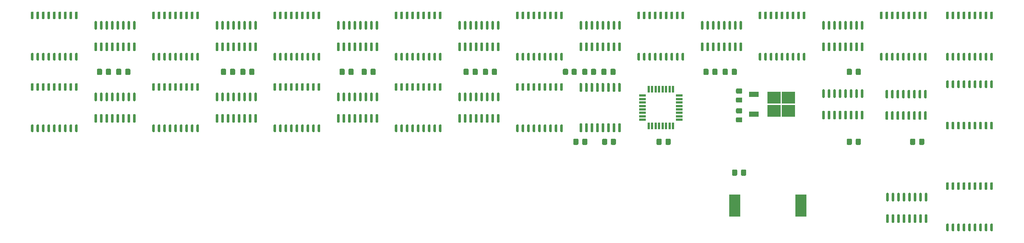
<source format=gbr>
G04 #@! TF.GenerationSoftware,KiCad,Pcbnew,(5.1.10-1-10_14)*
G04 #@! TF.CreationDate,2021-11-16T00:20:27-08:00*
G04 #@! TF.ProjectId,stepper_clock,73746570-7065-4725-9f63-6c6f636b2e6b,rev?*
G04 #@! TF.SameCoordinates,Original*
G04 #@! TF.FileFunction,Paste,Top*
G04 #@! TF.FilePolarity,Positive*
%FSLAX46Y46*%
G04 Gerber Fmt 4.6, Leading zero omitted, Abs format (unit mm)*
G04 Created by KiCad (PCBNEW (5.1.10-1-10_14)) date 2021-11-16 00:20:27*
%MOMM*%
%LPD*%
G01*
G04 APERTURE LIST*
%ADD10R,2.500000X5.100000*%
%ADD11R,0.550000X1.600000*%
%ADD12R,1.600000X0.550000*%
%ADD13R,2.200000X1.200000*%
%ADD14R,3.050000X2.750000*%
G04 APERTURE END LIST*
G36*
G01*
X224767000Y-69064000D02*
X225067000Y-69064000D01*
G75*
G02*
X225217000Y-69214000I0J-150000D01*
G01*
X225217000Y-70864000D01*
G75*
G02*
X225067000Y-71014000I-150000J0D01*
G01*
X224767000Y-71014000D01*
G75*
G02*
X224617000Y-70864000I0J150000D01*
G01*
X224617000Y-69214000D01*
G75*
G02*
X224767000Y-69064000I150000J0D01*
G01*
G37*
G36*
G01*
X223497000Y-69064000D02*
X223797000Y-69064000D01*
G75*
G02*
X223947000Y-69214000I0J-150000D01*
G01*
X223947000Y-70864000D01*
G75*
G02*
X223797000Y-71014000I-150000J0D01*
G01*
X223497000Y-71014000D01*
G75*
G02*
X223347000Y-70864000I0J150000D01*
G01*
X223347000Y-69214000D01*
G75*
G02*
X223497000Y-69064000I150000J0D01*
G01*
G37*
G36*
G01*
X222227000Y-69064000D02*
X222527000Y-69064000D01*
G75*
G02*
X222677000Y-69214000I0J-150000D01*
G01*
X222677000Y-70864000D01*
G75*
G02*
X222527000Y-71014000I-150000J0D01*
G01*
X222227000Y-71014000D01*
G75*
G02*
X222077000Y-70864000I0J150000D01*
G01*
X222077000Y-69214000D01*
G75*
G02*
X222227000Y-69064000I150000J0D01*
G01*
G37*
G36*
G01*
X220957000Y-69064000D02*
X221257000Y-69064000D01*
G75*
G02*
X221407000Y-69214000I0J-150000D01*
G01*
X221407000Y-70864000D01*
G75*
G02*
X221257000Y-71014000I-150000J0D01*
G01*
X220957000Y-71014000D01*
G75*
G02*
X220807000Y-70864000I0J150000D01*
G01*
X220807000Y-69214000D01*
G75*
G02*
X220957000Y-69064000I150000J0D01*
G01*
G37*
G36*
G01*
X219687000Y-69064000D02*
X219987000Y-69064000D01*
G75*
G02*
X220137000Y-69214000I0J-150000D01*
G01*
X220137000Y-70864000D01*
G75*
G02*
X219987000Y-71014000I-150000J0D01*
G01*
X219687000Y-71014000D01*
G75*
G02*
X219537000Y-70864000I0J150000D01*
G01*
X219537000Y-69214000D01*
G75*
G02*
X219687000Y-69064000I150000J0D01*
G01*
G37*
G36*
G01*
X218417000Y-69064000D02*
X218717000Y-69064000D01*
G75*
G02*
X218867000Y-69214000I0J-150000D01*
G01*
X218867000Y-70864000D01*
G75*
G02*
X218717000Y-71014000I-150000J0D01*
G01*
X218417000Y-71014000D01*
G75*
G02*
X218267000Y-70864000I0J150000D01*
G01*
X218267000Y-69214000D01*
G75*
G02*
X218417000Y-69064000I150000J0D01*
G01*
G37*
G36*
G01*
X217147000Y-69064000D02*
X217447000Y-69064000D01*
G75*
G02*
X217597000Y-69214000I0J-150000D01*
G01*
X217597000Y-70864000D01*
G75*
G02*
X217447000Y-71014000I-150000J0D01*
G01*
X217147000Y-71014000D01*
G75*
G02*
X216997000Y-70864000I0J150000D01*
G01*
X216997000Y-69214000D01*
G75*
G02*
X217147000Y-69064000I150000J0D01*
G01*
G37*
G36*
G01*
X215877000Y-69064000D02*
X216177000Y-69064000D01*
G75*
G02*
X216327000Y-69214000I0J-150000D01*
G01*
X216327000Y-70864000D01*
G75*
G02*
X216177000Y-71014000I-150000J0D01*
G01*
X215877000Y-71014000D01*
G75*
G02*
X215727000Y-70864000I0J150000D01*
G01*
X215727000Y-69214000D01*
G75*
G02*
X215877000Y-69064000I150000J0D01*
G01*
G37*
G36*
G01*
X215877000Y-64114000D02*
X216177000Y-64114000D01*
G75*
G02*
X216327000Y-64264000I0J-150000D01*
G01*
X216327000Y-65914000D01*
G75*
G02*
X216177000Y-66064000I-150000J0D01*
G01*
X215877000Y-66064000D01*
G75*
G02*
X215727000Y-65914000I0J150000D01*
G01*
X215727000Y-64264000D01*
G75*
G02*
X215877000Y-64114000I150000J0D01*
G01*
G37*
G36*
G01*
X217147000Y-64114000D02*
X217447000Y-64114000D01*
G75*
G02*
X217597000Y-64264000I0J-150000D01*
G01*
X217597000Y-65914000D01*
G75*
G02*
X217447000Y-66064000I-150000J0D01*
G01*
X217147000Y-66064000D01*
G75*
G02*
X216997000Y-65914000I0J150000D01*
G01*
X216997000Y-64264000D01*
G75*
G02*
X217147000Y-64114000I150000J0D01*
G01*
G37*
G36*
G01*
X218417000Y-64114000D02*
X218717000Y-64114000D01*
G75*
G02*
X218867000Y-64264000I0J-150000D01*
G01*
X218867000Y-65914000D01*
G75*
G02*
X218717000Y-66064000I-150000J0D01*
G01*
X218417000Y-66064000D01*
G75*
G02*
X218267000Y-65914000I0J150000D01*
G01*
X218267000Y-64264000D01*
G75*
G02*
X218417000Y-64114000I150000J0D01*
G01*
G37*
G36*
G01*
X219687000Y-64114000D02*
X219987000Y-64114000D01*
G75*
G02*
X220137000Y-64264000I0J-150000D01*
G01*
X220137000Y-65914000D01*
G75*
G02*
X219987000Y-66064000I-150000J0D01*
G01*
X219687000Y-66064000D01*
G75*
G02*
X219537000Y-65914000I0J150000D01*
G01*
X219537000Y-64264000D01*
G75*
G02*
X219687000Y-64114000I150000J0D01*
G01*
G37*
G36*
G01*
X220957000Y-64114000D02*
X221257000Y-64114000D01*
G75*
G02*
X221407000Y-64264000I0J-150000D01*
G01*
X221407000Y-65914000D01*
G75*
G02*
X221257000Y-66064000I-150000J0D01*
G01*
X220957000Y-66064000D01*
G75*
G02*
X220807000Y-65914000I0J150000D01*
G01*
X220807000Y-64264000D01*
G75*
G02*
X220957000Y-64114000I150000J0D01*
G01*
G37*
G36*
G01*
X222227000Y-64114000D02*
X222527000Y-64114000D01*
G75*
G02*
X222677000Y-64264000I0J-150000D01*
G01*
X222677000Y-65914000D01*
G75*
G02*
X222527000Y-66064000I-150000J0D01*
G01*
X222227000Y-66064000D01*
G75*
G02*
X222077000Y-65914000I0J150000D01*
G01*
X222077000Y-64264000D01*
G75*
G02*
X222227000Y-64114000I150000J0D01*
G01*
G37*
G36*
G01*
X223497000Y-64114000D02*
X223797000Y-64114000D01*
G75*
G02*
X223947000Y-64264000I0J-150000D01*
G01*
X223947000Y-65914000D01*
G75*
G02*
X223797000Y-66064000I-150000J0D01*
G01*
X223497000Y-66064000D01*
G75*
G02*
X223347000Y-65914000I0J150000D01*
G01*
X223347000Y-64264000D01*
G75*
G02*
X223497000Y-64114000I150000J0D01*
G01*
G37*
G36*
G01*
X224767000Y-64114000D02*
X225067000Y-64114000D01*
G75*
G02*
X225217000Y-64264000I0J-150000D01*
G01*
X225217000Y-65914000D01*
G75*
G02*
X225067000Y-66064000I-150000J0D01*
G01*
X224767000Y-66064000D01*
G75*
G02*
X224617000Y-65914000I0J150000D01*
G01*
X224617000Y-64264000D01*
G75*
G02*
X224767000Y-64114000I150000J0D01*
G01*
G37*
G36*
G01*
X19200000Y-24040000D02*
X18900000Y-24040000D01*
G75*
G02*
X18750000Y-23890000I0J150000D01*
G01*
X18750000Y-22440000D01*
G75*
G02*
X18900000Y-22290000I150000J0D01*
G01*
X19200000Y-22290000D01*
G75*
G02*
X19350000Y-22440000I0J-150000D01*
G01*
X19350000Y-23890000D01*
G75*
G02*
X19200000Y-24040000I-150000J0D01*
G01*
G37*
G36*
G01*
X20470000Y-24040000D02*
X20170000Y-24040000D01*
G75*
G02*
X20020000Y-23890000I0J150000D01*
G01*
X20020000Y-22440000D01*
G75*
G02*
X20170000Y-22290000I150000J0D01*
G01*
X20470000Y-22290000D01*
G75*
G02*
X20620000Y-22440000I0J-150000D01*
G01*
X20620000Y-23890000D01*
G75*
G02*
X20470000Y-24040000I-150000J0D01*
G01*
G37*
G36*
G01*
X21740000Y-24040000D02*
X21440000Y-24040000D01*
G75*
G02*
X21290000Y-23890000I0J150000D01*
G01*
X21290000Y-22440000D01*
G75*
G02*
X21440000Y-22290000I150000J0D01*
G01*
X21740000Y-22290000D01*
G75*
G02*
X21890000Y-22440000I0J-150000D01*
G01*
X21890000Y-23890000D01*
G75*
G02*
X21740000Y-24040000I-150000J0D01*
G01*
G37*
G36*
G01*
X23010000Y-24040000D02*
X22710000Y-24040000D01*
G75*
G02*
X22560000Y-23890000I0J150000D01*
G01*
X22560000Y-22440000D01*
G75*
G02*
X22710000Y-22290000I150000J0D01*
G01*
X23010000Y-22290000D01*
G75*
G02*
X23160000Y-22440000I0J-150000D01*
G01*
X23160000Y-23890000D01*
G75*
G02*
X23010000Y-24040000I-150000J0D01*
G01*
G37*
G36*
G01*
X24280000Y-24040000D02*
X23980000Y-24040000D01*
G75*
G02*
X23830000Y-23890000I0J150000D01*
G01*
X23830000Y-22440000D01*
G75*
G02*
X23980000Y-22290000I150000J0D01*
G01*
X24280000Y-22290000D01*
G75*
G02*
X24430000Y-22440000I0J-150000D01*
G01*
X24430000Y-23890000D01*
G75*
G02*
X24280000Y-24040000I-150000J0D01*
G01*
G37*
G36*
G01*
X25550000Y-24040000D02*
X25250000Y-24040000D01*
G75*
G02*
X25100000Y-23890000I0J150000D01*
G01*
X25100000Y-22440000D01*
G75*
G02*
X25250000Y-22290000I150000J0D01*
G01*
X25550000Y-22290000D01*
G75*
G02*
X25700000Y-22440000I0J-150000D01*
G01*
X25700000Y-23890000D01*
G75*
G02*
X25550000Y-24040000I-150000J0D01*
G01*
G37*
G36*
G01*
X26820000Y-24040000D02*
X26520000Y-24040000D01*
G75*
G02*
X26370000Y-23890000I0J150000D01*
G01*
X26370000Y-22440000D01*
G75*
G02*
X26520000Y-22290000I150000J0D01*
G01*
X26820000Y-22290000D01*
G75*
G02*
X26970000Y-22440000I0J-150000D01*
G01*
X26970000Y-23890000D01*
G75*
G02*
X26820000Y-24040000I-150000J0D01*
G01*
G37*
G36*
G01*
X28090000Y-24040000D02*
X27790000Y-24040000D01*
G75*
G02*
X27640000Y-23890000I0J150000D01*
G01*
X27640000Y-22440000D01*
G75*
G02*
X27790000Y-22290000I150000J0D01*
G01*
X28090000Y-22290000D01*
G75*
G02*
X28240000Y-22440000I0J-150000D01*
G01*
X28240000Y-23890000D01*
G75*
G02*
X28090000Y-24040000I-150000J0D01*
G01*
G37*
G36*
G01*
X29360000Y-24040000D02*
X29060000Y-24040000D01*
G75*
G02*
X28910000Y-23890000I0J150000D01*
G01*
X28910000Y-22440000D01*
G75*
G02*
X29060000Y-22290000I150000J0D01*
G01*
X29360000Y-22290000D01*
G75*
G02*
X29510000Y-22440000I0J-150000D01*
G01*
X29510000Y-23890000D01*
G75*
G02*
X29360000Y-24040000I-150000J0D01*
G01*
G37*
G36*
G01*
X29360000Y-33590000D02*
X29060000Y-33590000D01*
G75*
G02*
X28910000Y-33440000I0J150000D01*
G01*
X28910000Y-31990000D01*
G75*
G02*
X29060000Y-31840000I150000J0D01*
G01*
X29360000Y-31840000D01*
G75*
G02*
X29510000Y-31990000I0J-150000D01*
G01*
X29510000Y-33440000D01*
G75*
G02*
X29360000Y-33590000I-150000J0D01*
G01*
G37*
G36*
G01*
X28090000Y-33590000D02*
X27790000Y-33590000D01*
G75*
G02*
X27640000Y-33440000I0J150000D01*
G01*
X27640000Y-31990000D01*
G75*
G02*
X27790000Y-31840000I150000J0D01*
G01*
X28090000Y-31840000D01*
G75*
G02*
X28240000Y-31990000I0J-150000D01*
G01*
X28240000Y-33440000D01*
G75*
G02*
X28090000Y-33590000I-150000J0D01*
G01*
G37*
G36*
G01*
X26820000Y-33590000D02*
X26520000Y-33590000D01*
G75*
G02*
X26370000Y-33440000I0J150000D01*
G01*
X26370000Y-31990000D01*
G75*
G02*
X26520000Y-31840000I150000J0D01*
G01*
X26820000Y-31840000D01*
G75*
G02*
X26970000Y-31990000I0J-150000D01*
G01*
X26970000Y-33440000D01*
G75*
G02*
X26820000Y-33590000I-150000J0D01*
G01*
G37*
G36*
G01*
X25550000Y-33590000D02*
X25250000Y-33590000D01*
G75*
G02*
X25100000Y-33440000I0J150000D01*
G01*
X25100000Y-31990000D01*
G75*
G02*
X25250000Y-31840000I150000J0D01*
G01*
X25550000Y-31840000D01*
G75*
G02*
X25700000Y-31990000I0J-150000D01*
G01*
X25700000Y-33440000D01*
G75*
G02*
X25550000Y-33590000I-150000J0D01*
G01*
G37*
G36*
G01*
X24280000Y-33590000D02*
X23980000Y-33590000D01*
G75*
G02*
X23830000Y-33440000I0J150000D01*
G01*
X23830000Y-31990000D01*
G75*
G02*
X23980000Y-31840000I150000J0D01*
G01*
X24280000Y-31840000D01*
G75*
G02*
X24430000Y-31990000I0J-150000D01*
G01*
X24430000Y-33440000D01*
G75*
G02*
X24280000Y-33590000I-150000J0D01*
G01*
G37*
G36*
G01*
X23010000Y-33590000D02*
X22710000Y-33590000D01*
G75*
G02*
X22560000Y-33440000I0J150000D01*
G01*
X22560000Y-31990000D01*
G75*
G02*
X22710000Y-31840000I150000J0D01*
G01*
X23010000Y-31840000D01*
G75*
G02*
X23160000Y-31990000I0J-150000D01*
G01*
X23160000Y-33440000D01*
G75*
G02*
X23010000Y-33590000I-150000J0D01*
G01*
G37*
G36*
G01*
X21740000Y-33590000D02*
X21440000Y-33590000D01*
G75*
G02*
X21290000Y-33440000I0J150000D01*
G01*
X21290000Y-31990000D01*
G75*
G02*
X21440000Y-31840000I150000J0D01*
G01*
X21740000Y-31840000D01*
G75*
G02*
X21890000Y-31990000I0J-150000D01*
G01*
X21890000Y-33440000D01*
G75*
G02*
X21740000Y-33590000I-150000J0D01*
G01*
G37*
G36*
G01*
X20470000Y-33590000D02*
X20170000Y-33590000D01*
G75*
G02*
X20020000Y-33440000I0J150000D01*
G01*
X20020000Y-31990000D01*
G75*
G02*
X20170000Y-31840000I150000J0D01*
G01*
X20470000Y-31840000D01*
G75*
G02*
X20620000Y-31990000I0J-150000D01*
G01*
X20620000Y-33440000D01*
G75*
G02*
X20470000Y-33590000I-150000J0D01*
G01*
G37*
G36*
G01*
X19200000Y-33590000D02*
X18900000Y-33590000D01*
G75*
G02*
X18750000Y-33440000I0J150000D01*
G01*
X18750000Y-31990000D01*
G75*
G02*
X18900000Y-31840000I150000J0D01*
G01*
X19200000Y-31840000D01*
G75*
G02*
X19350000Y-31990000I0J-150000D01*
G01*
X19350000Y-33440000D01*
G75*
G02*
X19200000Y-33590000I-150000J0D01*
G01*
G37*
G36*
G01*
X42395000Y-24490000D02*
X42695000Y-24490000D01*
G75*
G02*
X42845000Y-24640000I0J-150000D01*
G01*
X42845000Y-26290000D01*
G75*
G02*
X42695000Y-26440000I-150000J0D01*
G01*
X42395000Y-26440000D01*
G75*
G02*
X42245000Y-26290000I0J150000D01*
G01*
X42245000Y-24640000D01*
G75*
G02*
X42395000Y-24490000I150000J0D01*
G01*
G37*
G36*
G01*
X41125000Y-24490000D02*
X41425000Y-24490000D01*
G75*
G02*
X41575000Y-24640000I0J-150000D01*
G01*
X41575000Y-26290000D01*
G75*
G02*
X41425000Y-26440000I-150000J0D01*
G01*
X41125000Y-26440000D01*
G75*
G02*
X40975000Y-26290000I0J150000D01*
G01*
X40975000Y-24640000D01*
G75*
G02*
X41125000Y-24490000I150000J0D01*
G01*
G37*
G36*
G01*
X39855000Y-24490000D02*
X40155000Y-24490000D01*
G75*
G02*
X40305000Y-24640000I0J-150000D01*
G01*
X40305000Y-26290000D01*
G75*
G02*
X40155000Y-26440000I-150000J0D01*
G01*
X39855000Y-26440000D01*
G75*
G02*
X39705000Y-26290000I0J150000D01*
G01*
X39705000Y-24640000D01*
G75*
G02*
X39855000Y-24490000I150000J0D01*
G01*
G37*
G36*
G01*
X38585000Y-24490000D02*
X38885000Y-24490000D01*
G75*
G02*
X39035000Y-24640000I0J-150000D01*
G01*
X39035000Y-26290000D01*
G75*
G02*
X38885000Y-26440000I-150000J0D01*
G01*
X38585000Y-26440000D01*
G75*
G02*
X38435000Y-26290000I0J150000D01*
G01*
X38435000Y-24640000D01*
G75*
G02*
X38585000Y-24490000I150000J0D01*
G01*
G37*
G36*
G01*
X37315000Y-24490000D02*
X37615000Y-24490000D01*
G75*
G02*
X37765000Y-24640000I0J-150000D01*
G01*
X37765000Y-26290000D01*
G75*
G02*
X37615000Y-26440000I-150000J0D01*
G01*
X37315000Y-26440000D01*
G75*
G02*
X37165000Y-26290000I0J150000D01*
G01*
X37165000Y-24640000D01*
G75*
G02*
X37315000Y-24490000I150000J0D01*
G01*
G37*
G36*
G01*
X36045000Y-24490000D02*
X36345000Y-24490000D01*
G75*
G02*
X36495000Y-24640000I0J-150000D01*
G01*
X36495000Y-26290000D01*
G75*
G02*
X36345000Y-26440000I-150000J0D01*
G01*
X36045000Y-26440000D01*
G75*
G02*
X35895000Y-26290000I0J150000D01*
G01*
X35895000Y-24640000D01*
G75*
G02*
X36045000Y-24490000I150000J0D01*
G01*
G37*
G36*
G01*
X34775000Y-24490000D02*
X35075000Y-24490000D01*
G75*
G02*
X35225000Y-24640000I0J-150000D01*
G01*
X35225000Y-26290000D01*
G75*
G02*
X35075000Y-26440000I-150000J0D01*
G01*
X34775000Y-26440000D01*
G75*
G02*
X34625000Y-26290000I0J150000D01*
G01*
X34625000Y-24640000D01*
G75*
G02*
X34775000Y-24490000I150000J0D01*
G01*
G37*
G36*
G01*
X33505000Y-24490000D02*
X33805000Y-24490000D01*
G75*
G02*
X33955000Y-24640000I0J-150000D01*
G01*
X33955000Y-26290000D01*
G75*
G02*
X33805000Y-26440000I-150000J0D01*
G01*
X33505000Y-26440000D01*
G75*
G02*
X33355000Y-26290000I0J150000D01*
G01*
X33355000Y-24640000D01*
G75*
G02*
X33505000Y-24490000I150000J0D01*
G01*
G37*
G36*
G01*
X33505000Y-29440000D02*
X33805000Y-29440000D01*
G75*
G02*
X33955000Y-29590000I0J-150000D01*
G01*
X33955000Y-31240000D01*
G75*
G02*
X33805000Y-31390000I-150000J0D01*
G01*
X33505000Y-31390000D01*
G75*
G02*
X33355000Y-31240000I0J150000D01*
G01*
X33355000Y-29590000D01*
G75*
G02*
X33505000Y-29440000I150000J0D01*
G01*
G37*
G36*
G01*
X34775000Y-29440000D02*
X35075000Y-29440000D01*
G75*
G02*
X35225000Y-29590000I0J-150000D01*
G01*
X35225000Y-31240000D01*
G75*
G02*
X35075000Y-31390000I-150000J0D01*
G01*
X34775000Y-31390000D01*
G75*
G02*
X34625000Y-31240000I0J150000D01*
G01*
X34625000Y-29590000D01*
G75*
G02*
X34775000Y-29440000I150000J0D01*
G01*
G37*
G36*
G01*
X36045000Y-29440000D02*
X36345000Y-29440000D01*
G75*
G02*
X36495000Y-29590000I0J-150000D01*
G01*
X36495000Y-31240000D01*
G75*
G02*
X36345000Y-31390000I-150000J0D01*
G01*
X36045000Y-31390000D01*
G75*
G02*
X35895000Y-31240000I0J150000D01*
G01*
X35895000Y-29590000D01*
G75*
G02*
X36045000Y-29440000I150000J0D01*
G01*
G37*
G36*
G01*
X37315000Y-29440000D02*
X37615000Y-29440000D01*
G75*
G02*
X37765000Y-29590000I0J-150000D01*
G01*
X37765000Y-31240000D01*
G75*
G02*
X37615000Y-31390000I-150000J0D01*
G01*
X37315000Y-31390000D01*
G75*
G02*
X37165000Y-31240000I0J150000D01*
G01*
X37165000Y-29590000D01*
G75*
G02*
X37315000Y-29440000I150000J0D01*
G01*
G37*
G36*
G01*
X38585000Y-29440000D02*
X38885000Y-29440000D01*
G75*
G02*
X39035000Y-29590000I0J-150000D01*
G01*
X39035000Y-31240000D01*
G75*
G02*
X38885000Y-31390000I-150000J0D01*
G01*
X38585000Y-31390000D01*
G75*
G02*
X38435000Y-31240000I0J150000D01*
G01*
X38435000Y-29590000D01*
G75*
G02*
X38585000Y-29440000I150000J0D01*
G01*
G37*
G36*
G01*
X39855000Y-29440000D02*
X40155000Y-29440000D01*
G75*
G02*
X40305000Y-29590000I0J-150000D01*
G01*
X40305000Y-31240000D01*
G75*
G02*
X40155000Y-31390000I-150000J0D01*
G01*
X39855000Y-31390000D01*
G75*
G02*
X39705000Y-31240000I0J150000D01*
G01*
X39705000Y-29590000D01*
G75*
G02*
X39855000Y-29440000I150000J0D01*
G01*
G37*
G36*
G01*
X41125000Y-29440000D02*
X41425000Y-29440000D01*
G75*
G02*
X41575000Y-29590000I0J-150000D01*
G01*
X41575000Y-31240000D01*
G75*
G02*
X41425000Y-31390000I-150000J0D01*
G01*
X41125000Y-31390000D01*
G75*
G02*
X40975000Y-31240000I0J150000D01*
G01*
X40975000Y-29590000D01*
G75*
G02*
X41125000Y-29440000I150000J0D01*
G01*
G37*
G36*
G01*
X42395000Y-29440000D02*
X42695000Y-29440000D01*
G75*
G02*
X42845000Y-29590000I0J-150000D01*
G01*
X42845000Y-31240000D01*
G75*
G02*
X42695000Y-31390000I-150000J0D01*
G01*
X42395000Y-31390000D01*
G75*
G02*
X42245000Y-31240000I0J150000D01*
G01*
X42245000Y-29590000D01*
G75*
G02*
X42395000Y-29440000I150000J0D01*
G01*
G37*
G36*
G01*
X230020000Y-49465000D02*
X229720000Y-49465000D01*
G75*
G02*
X229570000Y-49315000I0J150000D01*
G01*
X229570000Y-47865000D01*
G75*
G02*
X229720000Y-47715000I150000J0D01*
G01*
X230020000Y-47715000D01*
G75*
G02*
X230170000Y-47865000I0J-150000D01*
G01*
X230170000Y-49315000D01*
G75*
G02*
X230020000Y-49465000I-150000J0D01*
G01*
G37*
G36*
G01*
X231290000Y-49465000D02*
X230990000Y-49465000D01*
G75*
G02*
X230840000Y-49315000I0J150000D01*
G01*
X230840000Y-47865000D01*
G75*
G02*
X230990000Y-47715000I150000J0D01*
G01*
X231290000Y-47715000D01*
G75*
G02*
X231440000Y-47865000I0J-150000D01*
G01*
X231440000Y-49315000D01*
G75*
G02*
X231290000Y-49465000I-150000J0D01*
G01*
G37*
G36*
G01*
X232560000Y-49465000D02*
X232260000Y-49465000D01*
G75*
G02*
X232110000Y-49315000I0J150000D01*
G01*
X232110000Y-47865000D01*
G75*
G02*
X232260000Y-47715000I150000J0D01*
G01*
X232560000Y-47715000D01*
G75*
G02*
X232710000Y-47865000I0J-150000D01*
G01*
X232710000Y-49315000D01*
G75*
G02*
X232560000Y-49465000I-150000J0D01*
G01*
G37*
G36*
G01*
X233830000Y-49465000D02*
X233530000Y-49465000D01*
G75*
G02*
X233380000Y-49315000I0J150000D01*
G01*
X233380000Y-47865000D01*
G75*
G02*
X233530000Y-47715000I150000J0D01*
G01*
X233830000Y-47715000D01*
G75*
G02*
X233980000Y-47865000I0J-150000D01*
G01*
X233980000Y-49315000D01*
G75*
G02*
X233830000Y-49465000I-150000J0D01*
G01*
G37*
G36*
G01*
X235100000Y-49465000D02*
X234800000Y-49465000D01*
G75*
G02*
X234650000Y-49315000I0J150000D01*
G01*
X234650000Y-47865000D01*
G75*
G02*
X234800000Y-47715000I150000J0D01*
G01*
X235100000Y-47715000D01*
G75*
G02*
X235250000Y-47865000I0J-150000D01*
G01*
X235250000Y-49315000D01*
G75*
G02*
X235100000Y-49465000I-150000J0D01*
G01*
G37*
G36*
G01*
X236370000Y-49465000D02*
X236070000Y-49465000D01*
G75*
G02*
X235920000Y-49315000I0J150000D01*
G01*
X235920000Y-47865000D01*
G75*
G02*
X236070000Y-47715000I150000J0D01*
G01*
X236370000Y-47715000D01*
G75*
G02*
X236520000Y-47865000I0J-150000D01*
G01*
X236520000Y-49315000D01*
G75*
G02*
X236370000Y-49465000I-150000J0D01*
G01*
G37*
G36*
G01*
X237640000Y-49465000D02*
X237340000Y-49465000D01*
G75*
G02*
X237190000Y-49315000I0J150000D01*
G01*
X237190000Y-47865000D01*
G75*
G02*
X237340000Y-47715000I150000J0D01*
G01*
X237640000Y-47715000D01*
G75*
G02*
X237790000Y-47865000I0J-150000D01*
G01*
X237790000Y-49315000D01*
G75*
G02*
X237640000Y-49465000I-150000J0D01*
G01*
G37*
G36*
G01*
X238910000Y-49465000D02*
X238610000Y-49465000D01*
G75*
G02*
X238460000Y-49315000I0J150000D01*
G01*
X238460000Y-47865000D01*
G75*
G02*
X238610000Y-47715000I150000J0D01*
G01*
X238910000Y-47715000D01*
G75*
G02*
X239060000Y-47865000I0J-150000D01*
G01*
X239060000Y-49315000D01*
G75*
G02*
X238910000Y-49465000I-150000J0D01*
G01*
G37*
G36*
G01*
X240180000Y-49465000D02*
X239880000Y-49465000D01*
G75*
G02*
X239730000Y-49315000I0J150000D01*
G01*
X239730000Y-47865000D01*
G75*
G02*
X239880000Y-47715000I150000J0D01*
G01*
X240180000Y-47715000D01*
G75*
G02*
X240330000Y-47865000I0J-150000D01*
G01*
X240330000Y-49315000D01*
G75*
G02*
X240180000Y-49465000I-150000J0D01*
G01*
G37*
G36*
G01*
X240180000Y-39915000D02*
X239880000Y-39915000D01*
G75*
G02*
X239730000Y-39765000I0J150000D01*
G01*
X239730000Y-38315000D01*
G75*
G02*
X239880000Y-38165000I150000J0D01*
G01*
X240180000Y-38165000D01*
G75*
G02*
X240330000Y-38315000I0J-150000D01*
G01*
X240330000Y-39765000D01*
G75*
G02*
X240180000Y-39915000I-150000J0D01*
G01*
G37*
G36*
G01*
X238910000Y-39915000D02*
X238610000Y-39915000D01*
G75*
G02*
X238460000Y-39765000I0J150000D01*
G01*
X238460000Y-38315000D01*
G75*
G02*
X238610000Y-38165000I150000J0D01*
G01*
X238910000Y-38165000D01*
G75*
G02*
X239060000Y-38315000I0J-150000D01*
G01*
X239060000Y-39765000D01*
G75*
G02*
X238910000Y-39915000I-150000J0D01*
G01*
G37*
G36*
G01*
X237640000Y-39915000D02*
X237340000Y-39915000D01*
G75*
G02*
X237190000Y-39765000I0J150000D01*
G01*
X237190000Y-38315000D01*
G75*
G02*
X237340000Y-38165000I150000J0D01*
G01*
X237640000Y-38165000D01*
G75*
G02*
X237790000Y-38315000I0J-150000D01*
G01*
X237790000Y-39765000D01*
G75*
G02*
X237640000Y-39915000I-150000J0D01*
G01*
G37*
G36*
G01*
X236370000Y-39915000D02*
X236070000Y-39915000D01*
G75*
G02*
X235920000Y-39765000I0J150000D01*
G01*
X235920000Y-38315000D01*
G75*
G02*
X236070000Y-38165000I150000J0D01*
G01*
X236370000Y-38165000D01*
G75*
G02*
X236520000Y-38315000I0J-150000D01*
G01*
X236520000Y-39765000D01*
G75*
G02*
X236370000Y-39915000I-150000J0D01*
G01*
G37*
G36*
G01*
X235100000Y-39915000D02*
X234800000Y-39915000D01*
G75*
G02*
X234650000Y-39765000I0J150000D01*
G01*
X234650000Y-38315000D01*
G75*
G02*
X234800000Y-38165000I150000J0D01*
G01*
X235100000Y-38165000D01*
G75*
G02*
X235250000Y-38315000I0J-150000D01*
G01*
X235250000Y-39765000D01*
G75*
G02*
X235100000Y-39915000I-150000J0D01*
G01*
G37*
G36*
G01*
X233830000Y-39915000D02*
X233530000Y-39915000D01*
G75*
G02*
X233380000Y-39765000I0J150000D01*
G01*
X233380000Y-38315000D01*
G75*
G02*
X233530000Y-38165000I150000J0D01*
G01*
X233830000Y-38165000D01*
G75*
G02*
X233980000Y-38315000I0J-150000D01*
G01*
X233980000Y-39765000D01*
G75*
G02*
X233830000Y-39915000I-150000J0D01*
G01*
G37*
G36*
G01*
X232560000Y-39915000D02*
X232260000Y-39915000D01*
G75*
G02*
X232110000Y-39765000I0J150000D01*
G01*
X232110000Y-38315000D01*
G75*
G02*
X232260000Y-38165000I150000J0D01*
G01*
X232560000Y-38165000D01*
G75*
G02*
X232710000Y-38315000I0J-150000D01*
G01*
X232710000Y-39765000D01*
G75*
G02*
X232560000Y-39915000I-150000J0D01*
G01*
G37*
G36*
G01*
X231290000Y-39915000D02*
X230990000Y-39915000D01*
G75*
G02*
X230840000Y-39765000I0J150000D01*
G01*
X230840000Y-38315000D01*
G75*
G02*
X230990000Y-38165000I150000J0D01*
G01*
X231290000Y-38165000D01*
G75*
G02*
X231440000Y-38315000I0J-150000D01*
G01*
X231440000Y-39765000D01*
G75*
G02*
X231290000Y-39915000I-150000J0D01*
G01*
G37*
G36*
G01*
X230020000Y-39915000D02*
X229720000Y-39915000D01*
G75*
G02*
X229570000Y-39765000I0J150000D01*
G01*
X229570000Y-38315000D01*
G75*
G02*
X229720000Y-38165000I150000J0D01*
G01*
X230020000Y-38165000D01*
G75*
G02*
X230170000Y-38315000I0J-150000D01*
G01*
X230170000Y-39765000D01*
G75*
G02*
X230020000Y-39915000I-150000J0D01*
G01*
G37*
D10*
X180868000Y-67056000D03*
X196068000Y-67056000D03*
G36*
G01*
X182339000Y-47853000D02*
X181389000Y-47853000D01*
G75*
G02*
X181139000Y-47603000I0J250000D01*
G01*
X181139000Y-46928000D01*
G75*
G02*
X181389000Y-46678000I250000J0D01*
G01*
X182339000Y-46678000D01*
G75*
G02*
X182589000Y-46928000I0J-250000D01*
G01*
X182589000Y-47603000D01*
G75*
G02*
X182339000Y-47853000I-250000J0D01*
G01*
G37*
G36*
G01*
X182339000Y-45778000D02*
X181389000Y-45778000D01*
G75*
G02*
X181139000Y-45528000I0J250000D01*
G01*
X181139000Y-44853000D01*
G75*
G02*
X181389000Y-44603000I250000J0D01*
G01*
X182339000Y-44603000D01*
G75*
G02*
X182589000Y-44853000I0J-250000D01*
G01*
X182589000Y-45528000D01*
G75*
G02*
X182339000Y-45778000I-250000J0D01*
G01*
G37*
G36*
G01*
X181389000Y-40031000D02*
X182339000Y-40031000D01*
G75*
G02*
X182589000Y-40281000I0J-250000D01*
G01*
X182589000Y-40956000D01*
G75*
G02*
X182339000Y-41206000I-250000J0D01*
G01*
X181389000Y-41206000D01*
G75*
G02*
X181139000Y-40956000I0J250000D01*
G01*
X181139000Y-40281000D01*
G75*
G02*
X181389000Y-40031000I250000J0D01*
G01*
G37*
G36*
G01*
X181389000Y-42106000D02*
X182339000Y-42106000D01*
G75*
G02*
X182589000Y-42356000I0J-250000D01*
G01*
X182589000Y-43031000D01*
G75*
G02*
X182339000Y-43281000I-250000J0D01*
G01*
X181389000Y-43281000D01*
G75*
G02*
X181139000Y-43031000I0J250000D01*
G01*
X181139000Y-42356000D01*
G75*
G02*
X181389000Y-42106000I250000J0D01*
G01*
G37*
G36*
G01*
X162840000Y-52799000D02*
X162840000Y-51849000D01*
G75*
G02*
X163090000Y-51599000I250000J0D01*
G01*
X163765000Y-51599000D01*
G75*
G02*
X164015000Y-51849000I0J-250000D01*
G01*
X164015000Y-52799000D01*
G75*
G02*
X163765000Y-53049000I-250000J0D01*
G01*
X163090000Y-53049000D01*
G75*
G02*
X162840000Y-52799000I0J250000D01*
G01*
G37*
G36*
G01*
X164915000Y-52799000D02*
X164915000Y-51849000D01*
G75*
G02*
X165165000Y-51599000I250000J0D01*
G01*
X165840000Y-51599000D01*
G75*
G02*
X166090000Y-51849000I0J-250000D01*
G01*
X166090000Y-52799000D01*
G75*
G02*
X165840000Y-53049000I-250000J0D01*
G01*
X165165000Y-53049000D01*
G75*
G02*
X164915000Y-52799000I0J250000D01*
G01*
G37*
G36*
G01*
X144838000Y-51849000D02*
X144838000Y-52799000D01*
G75*
G02*
X144588000Y-53049000I-250000J0D01*
G01*
X143913000Y-53049000D01*
G75*
G02*
X143663000Y-52799000I0J250000D01*
G01*
X143663000Y-51849000D01*
G75*
G02*
X143913000Y-51599000I250000J0D01*
G01*
X144588000Y-51599000D01*
G75*
G02*
X144838000Y-51849000I0J-250000D01*
G01*
G37*
G36*
G01*
X146913000Y-51849000D02*
X146913000Y-52799000D01*
G75*
G02*
X146663000Y-53049000I-250000J0D01*
G01*
X145988000Y-53049000D01*
G75*
G02*
X145738000Y-52799000I0J250000D01*
G01*
X145738000Y-51849000D01*
G75*
G02*
X145988000Y-51599000I250000J0D01*
G01*
X146663000Y-51599000D01*
G75*
G02*
X146913000Y-51849000I0J-250000D01*
G01*
G37*
G36*
G01*
X181414000Y-58961000D02*
X181414000Y-59911000D01*
G75*
G02*
X181164000Y-60161000I-250000J0D01*
G01*
X180489000Y-60161000D01*
G75*
G02*
X180239000Y-59911000I0J250000D01*
G01*
X180239000Y-58961000D01*
G75*
G02*
X180489000Y-58711000I250000J0D01*
G01*
X181164000Y-58711000D01*
G75*
G02*
X181414000Y-58961000I0J-250000D01*
G01*
G37*
G36*
G01*
X183489000Y-58961000D02*
X183489000Y-59911000D01*
G75*
G02*
X183239000Y-60161000I-250000J0D01*
G01*
X182564000Y-60161000D01*
G75*
G02*
X182314000Y-59911000I0J250000D01*
G01*
X182314000Y-58961000D01*
G75*
G02*
X182564000Y-58711000I250000J0D01*
G01*
X183239000Y-58711000D01*
G75*
G02*
X183489000Y-58961000I0J-250000D01*
G01*
G37*
G36*
G01*
X122835000Y-36670000D02*
X122835000Y-35720000D01*
G75*
G02*
X123085000Y-35470000I250000J0D01*
G01*
X123760000Y-35470000D01*
G75*
G02*
X124010000Y-35720000I0J-250000D01*
G01*
X124010000Y-36670000D01*
G75*
G02*
X123760000Y-36920000I-250000J0D01*
G01*
X123085000Y-36920000D01*
G75*
G02*
X122835000Y-36670000I0J250000D01*
G01*
G37*
G36*
G01*
X124910000Y-36670000D02*
X124910000Y-35720000D01*
G75*
G02*
X125160000Y-35470000I250000J0D01*
G01*
X125835000Y-35470000D01*
G75*
G02*
X126085000Y-35720000I0J-250000D01*
G01*
X126085000Y-36670000D01*
G75*
G02*
X125835000Y-36920000I-250000J0D01*
G01*
X125160000Y-36920000D01*
G75*
G02*
X124910000Y-36670000I0J250000D01*
G01*
G37*
G36*
G01*
X93065000Y-35720000D02*
X93065000Y-36670000D01*
G75*
G02*
X92815000Y-36920000I-250000J0D01*
G01*
X92140000Y-36920000D01*
G75*
G02*
X91890000Y-36670000I0J250000D01*
G01*
X91890000Y-35720000D01*
G75*
G02*
X92140000Y-35470000I250000J0D01*
G01*
X92815000Y-35470000D01*
G75*
G02*
X93065000Y-35720000I0J-250000D01*
G01*
G37*
G36*
G01*
X90990000Y-35720000D02*
X90990000Y-36670000D01*
G75*
G02*
X90740000Y-36920000I-250000J0D01*
G01*
X90065000Y-36920000D01*
G75*
G02*
X89815000Y-36670000I0J250000D01*
G01*
X89815000Y-35720000D01*
G75*
G02*
X90065000Y-35470000I250000J0D01*
G01*
X90740000Y-35470000D01*
G75*
G02*
X90990000Y-35720000I0J-250000D01*
G01*
G37*
G36*
G01*
X69030000Y-36670000D02*
X69030000Y-35720000D01*
G75*
G02*
X69280000Y-35470000I250000J0D01*
G01*
X69955000Y-35470000D01*
G75*
G02*
X70205000Y-35720000I0J-250000D01*
G01*
X70205000Y-36670000D01*
G75*
G02*
X69955000Y-36920000I-250000J0D01*
G01*
X69280000Y-36920000D01*
G75*
G02*
X69030000Y-36670000I0J250000D01*
G01*
G37*
G36*
G01*
X66955000Y-36670000D02*
X66955000Y-35720000D01*
G75*
G02*
X67205000Y-35470000I250000J0D01*
G01*
X67880000Y-35470000D01*
G75*
G02*
X68130000Y-35720000I0J-250000D01*
G01*
X68130000Y-36670000D01*
G75*
G02*
X67880000Y-36920000I-250000J0D01*
G01*
X67205000Y-36920000D01*
G75*
G02*
X66955000Y-36670000I0J250000D01*
G01*
G37*
G36*
G01*
X36010000Y-36670000D02*
X36010000Y-35720000D01*
G75*
G02*
X36260000Y-35470000I250000J0D01*
G01*
X36935000Y-35470000D01*
G75*
G02*
X37185000Y-35720000I0J-250000D01*
G01*
X37185000Y-36670000D01*
G75*
G02*
X36935000Y-36920000I-250000J0D01*
G01*
X36260000Y-36920000D01*
G75*
G02*
X36010000Y-36670000I0J250000D01*
G01*
G37*
G36*
G01*
X33935000Y-36670000D02*
X33935000Y-35720000D01*
G75*
G02*
X34185000Y-35470000I250000J0D01*
G01*
X34860000Y-35470000D01*
G75*
G02*
X35110000Y-35720000I0J-250000D01*
G01*
X35110000Y-36670000D01*
G75*
G02*
X34860000Y-36920000I-250000J0D01*
G01*
X34185000Y-36920000D01*
G75*
G02*
X33935000Y-36670000I0J250000D01*
G01*
G37*
G36*
G01*
X40455000Y-36670000D02*
X40455000Y-35720000D01*
G75*
G02*
X40705000Y-35470000I250000J0D01*
G01*
X41380000Y-35470000D01*
G75*
G02*
X41630000Y-35720000I0J-250000D01*
G01*
X41630000Y-36670000D01*
G75*
G02*
X41380000Y-36920000I-250000J0D01*
G01*
X40705000Y-36920000D01*
G75*
G02*
X40455000Y-36670000I0J250000D01*
G01*
G37*
G36*
G01*
X38380000Y-36670000D02*
X38380000Y-35720000D01*
G75*
G02*
X38630000Y-35470000I250000J0D01*
G01*
X39305000Y-35470000D01*
G75*
G02*
X39555000Y-35720000I0J-250000D01*
G01*
X39555000Y-36670000D01*
G75*
G02*
X39305000Y-36920000I-250000J0D01*
G01*
X38630000Y-36920000D01*
G75*
G02*
X38380000Y-36670000I0J250000D01*
G01*
G37*
G36*
G01*
X63685000Y-35720000D02*
X63685000Y-36670000D01*
G75*
G02*
X63435000Y-36920000I-250000J0D01*
G01*
X62760000Y-36920000D01*
G75*
G02*
X62510000Y-36670000I0J250000D01*
G01*
X62510000Y-35720000D01*
G75*
G02*
X62760000Y-35470000I250000J0D01*
G01*
X63435000Y-35470000D01*
G75*
G02*
X63685000Y-35720000I0J-250000D01*
G01*
G37*
G36*
G01*
X65760000Y-35720000D02*
X65760000Y-36670000D01*
G75*
G02*
X65510000Y-36920000I-250000J0D01*
G01*
X64835000Y-36920000D01*
G75*
G02*
X64585000Y-36670000I0J250000D01*
G01*
X64585000Y-35720000D01*
G75*
G02*
X64835000Y-35470000I250000J0D01*
G01*
X65510000Y-35470000D01*
G75*
G02*
X65760000Y-35720000I0J-250000D01*
G01*
G37*
G36*
G01*
X96970000Y-36670000D02*
X96970000Y-35720000D01*
G75*
G02*
X97220000Y-35470000I250000J0D01*
G01*
X97895000Y-35470000D01*
G75*
G02*
X98145000Y-35720000I0J-250000D01*
G01*
X98145000Y-36670000D01*
G75*
G02*
X97895000Y-36920000I-250000J0D01*
G01*
X97220000Y-36920000D01*
G75*
G02*
X96970000Y-36670000I0J250000D01*
G01*
G37*
G36*
G01*
X94895000Y-36670000D02*
X94895000Y-35720000D01*
G75*
G02*
X95145000Y-35470000I250000J0D01*
G01*
X95820000Y-35470000D01*
G75*
G02*
X96070000Y-35720000I0J-250000D01*
G01*
X96070000Y-36670000D01*
G75*
G02*
X95820000Y-36920000I-250000J0D01*
G01*
X95145000Y-36920000D01*
G75*
G02*
X94895000Y-36670000I0J250000D01*
G01*
G37*
G36*
G01*
X121640000Y-35720000D02*
X121640000Y-36670000D01*
G75*
G02*
X121390000Y-36920000I-250000J0D01*
G01*
X120715000Y-36920000D01*
G75*
G02*
X120465000Y-36670000I0J250000D01*
G01*
X120465000Y-35720000D01*
G75*
G02*
X120715000Y-35470000I250000J0D01*
G01*
X121390000Y-35470000D01*
G75*
G02*
X121640000Y-35720000I0J-250000D01*
G01*
G37*
G36*
G01*
X119565000Y-35720000D02*
X119565000Y-36670000D01*
G75*
G02*
X119315000Y-36920000I-250000J0D01*
G01*
X118640000Y-36920000D01*
G75*
G02*
X118390000Y-36670000I0J250000D01*
G01*
X118390000Y-35720000D01*
G75*
G02*
X118640000Y-35470000I250000J0D01*
G01*
X119315000Y-35470000D01*
G75*
G02*
X119565000Y-35720000I0J-250000D01*
G01*
G37*
G36*
G01*
X150140000Y-36670000D02*
X150140000Y-35720000D01*
G75*
G02*
X150390000Y-35470000I250000J0D01*
G01*
X151065000Y-35470000D01*
G75*
G02*
X151315000Y-35720000I0J-250000D01*
G01*
X151315000Y-36670000D01*
G75*
G02*
X151065000Y-36920000I-250000J0D01*
G01*
X150390000Y-36920000D01*
G75*
G02*
X150140000Y-36670000I0J250000D01*
G01*
G37*
G36*
G01*
X152215000Y-36670000D02*
X152215000Y-35720000D01*
G75*
G02*
X152465000Y-35470000I250000J0D01*
G01*
X153140000Y-35470000D01*
G75*
G02*
X153390000Y-35720000I0J-250000D01*
G01*
X153390000Y-36670000D01*
G75*
G02*
X153140000Y-36920000I-250000J0D01*
G01*
X152465000Y-36920000D01*
G75*
G02*
X152215000Y-36670000I0J250000D01*
G01*
G37*
G36*
G01*
X176885000Y-35720000D02*
X176885000Y-36670000D01*
G75*
G02*
X176635000Y-36920000I-250000J0D01*
G01*
X175960000Y-36920000D01*
G75*
G02*
X175710000Y-36670000I0J250000D01*
G01*
X175710000Y-35720000D01*
G75*
G02*
X175960000Y-35470000I250000J0D01*
G01*
X176635000Y-35470000D01*
G75*
G02*
X176885000Y-35720000I0J-250000D01*
G01*
G37*
G36*
G01*
X174810000Y-35720000D02*
X174810000Y-36670000D01*
G75*
G02*
X174560000Y-36920000I-250000J0D01*
G01*
X173885000Y-36920000D01*
G75*
G02*
X173635000Y-36670000I0J250000D01*
G01*
X173635000Y-35720000D01*
G75*
G02*
X173885000Y-35470000I250000J0D01*
G01*
X174560000Y-35470000D01*
G75*
G02*
X174810000Y-35720000I0J-250000D01*
G01*
G37*
G36*
G01*
X206655000Y-36670000D02*
X206655000Y-35720000D01*
G75*
G02*
X206905000Y-35470000I250000J0D01*
G01*
X207580000Y-35470000D01*
G75*
G02*
X207830000Y-35720000I0J-250000D01*
G01*
X207830000Y-36670000D01*
G75*
G02*
X207580000Y-36920000I-250000J0D01*
G01*
X206905000Y-36920000D01*
G75*
G02*
X206655000Y-36670000I0J250000D01*
G01*
G37*
G36*
G01*
X208730000Y-36670000D02*
X208730000Y-35720000D01*
G75*
G02*
X208980000Y-35470000I250000J0D01*
G01*
X209655000Y-35470000D01*
G75*
G02*
X209905000Y-35720000I0J-250000D01*
G01*
X209905000Y-36670000D01*
G75*
G02*
X209655000Y-36920000I-250000J0D01*
G01*
X208980000Y-36920000D01*
G75*
G02*
X208730000Y-36670000I0J250000D01*
G01*
G37*
G36*
G01*
X222435000Y-51849000D02*
X222435000Y-52799000D01*
G75*
G02*
X222185000Y-53049000I-250000J0D01*
G01*
X221510000Y-53049000D01*
G75*
G02*
X221260000Y-52799000I0J250000D01*
G01*
X221260000Y-51849000D01*
G75*
G02*
X221510000Y-51599000I250000J0D01*
G01*
X222185000Y-51599000D01*
G75*
G02*
X222435000Y-51849000I0J-250000D01*
G01*
G37*
G36*
G01*
X224510000Y-51849000D02*
X224510000Y-52799000D01*
G75*
G02*
X224260000Y-53049000I-250000J0D01*
G01*
X223585000Y-53049000D01*
G75*
G02*
X223335000Y-52799000I0J250000D01*
G01*
X223335000Y-51849000D01*
G75*
G02*
X223585000Y-51599000I250000J0D01*
G01*
X224260000Y-51599000D01*
G75*
G02*
X224510000Y-51849000I0J-250000D01*
G01*
G37*
G36*
G01*
X208730000Y-52799000D02*
X208730000Y-51849000D01*
G75*
G02*
X208980000Y-51599000I250000J0D01*
G01*
X209655000Y-51599000D01*
G75*
G02*
X209905000Y-51849000I0J-250000D01*
G01*
X209905000Y-52799000D01*
G75*
G02*
X209655000Y-53049000I-250000J0D01*
G01*
X208980000Y-53049000D01*
G75*
G02*
X208730000Y-52799000I0J250000D01*
G01*
G37*
G36*
G01*
X206655000Y-52799000D02*
X206655000Y-51849000D01*
G75*
G02*
X206905000Y-51599000I250000J0D01*
G01*
X207580000Y-51599000D01*
G75*
G02*
X207830000Y-51849000I0J-250000D01*
G01*
X207830000Y-52799000D01*
G75*
G02*
X207580000Y-53049000I-250000J0D01*
G01*
X206905000Y-53049000D01*
G75*
G02*
X206655000Y-52799000I0J250000D01*
G01*
G37*
G36*
G01*
X180155000Y-36670000D02*
X180155000Y-35720000D01*
G75*
G02*
X180405000Y-35470000I250000J0D01*
G01*
X181080000Y-35470000D01*
G75*
G02*
X181330000Y-35720000I0J-250000D01*
G01*
X181330000Y-36670000D01*
G75*
G02*
X181080000Y-36920000I-250000J0D01*
G01*
X180405000Y-36920000D01*
G75*
G02*
X180155000Y-36670000I0J250000D01*
G01*
G37*
G36*
G01*
X178080000Y-36670000D02*
X178080000Y-35720000D01*
G75*
G02*
X178330000Y-35470000I250000J0D01*
G01*
X179005000Y-35470000D01*
G75*
G02*
X179255000Y-35720000I0J-250000D01*
G01*
X179255000Y-36670000D01*
G75*
G02*
X179005000Y-36920000I-250000J0D01*
G01*
X178330000Y-36920000D01*
G75*
G02*
X178080000Y-36670000I0J250000D01*
G01*
G37*
G36*
G01*
X143275000Y-36645001D02*
X143275000Y-35744999D01*
G75*
G02*
X143524999Y-35495000I249999J0D01*
G01*
X144225001Y-35495000D01*
G75*
G02*
X144475000Y-35744999I0J-249999D01*
G01*
X144475000Y-36645001D01*
G75*
G02*
X144225001Y-36895000I-249999J0D01*
G01*
X143524999Y-36895000D01*
G75*
G02*
X143275000Y-36645001I0J249999D01*
G01*
G37*
G36*
G01*
X141275000Y-36645001D02*
X141275000Y-35744999D01*
G75*
G02*
X141524999Y-35495000I249999J0D01*
G01*
X142225001Y-35495000D01*
G75*
G02*
X142475000Y-35744999I0J-249999D01*
G01*
X142475000Y-36645001D01*
G75*
G02*
X142225001Y-36895000I-249999J0D01*
G01*
X141524999Y-36895000D01*
G75*
G02*
X141275000Y-36645001I0J249999D01*
G01*
G37*
G36*
G01*
X145720000Y-36645001D02*
X145720000Y-35744999D01*
G75*
G02*
X145969999Y-35495000I249999J0D01*
G01*
X146670001Y-35495000D01*
G75*
G02*
X146920000Y-35744999I0J-249999D01*
G01*
X146920000Y-36645001D01*
G75*
G02*
X146670001Y-36895000I-249999J0D01*
G01*
X145969999Y-36895000D01*
G75*
G02*
X145720000Y-36645001I0J249999D01*
G01*
G37*
G36*
G01*
X147720000Y-36645001D02*
X147720000Y-35744999D01*
G75*
G02*
X147969999Y-35495000I249999J0D01*
G01*
X148670001Y-35495000D01*
G75*
G02*
X148920000Y-35744999I0J-249999D01*
G01*
X148920000Y-36645001D01*
G75*
G02*
X148670001Y-36895000I-249999J0D01*
G01*
X147969999Y-36895000D01*
G75*
G02*
X147720000Y-36645001I0J249999D01*
G01*
G37*
G36*
G01*
X153492000Y-51873999D02*
X153492000Y-52774001D01*
G75*
G02*
X153242001Y-53024000I-249999J0D01*
G01*
X152541999Y-53024000D01*
G75*
G02*
X152292000Y-52774001I0J249999D01*
G01*
X152292000Y-51873999D01*
G75*
G02*
X152541999Y-51624000I249999J0D01*
G01*
X153242001Y-51624000D01*
G75*
G02*
X153492000Y-51873999I0J-249999D01*
G01*
G37*
G36*
G01*
X151492000Y-51873999D02*
X151492000Y-52774001D01*
G75*
G02*
X151242001Y-53024000I-249999J0D01*
G01*
X150541999Y-53024000D01*
G75*
G02*
X150292000Y-52774001I0J249999D01*
G01*
X150292000Y-51873999D01*
G75*
G02*
X150541999Y-51624000I249999J0D01*
G01*
X151242001Y-51624000D01*
G75*
G02*
X151492000Y-51873999I0J-249999D01*
G01*
G37*
D11*
X161030000Y-48700000D03*
X161830000Y-48700000D03*
X162630000Y-48700000D03*
X163430000Y-48700000D03*
X164230000Y-48700000D03*
X165030000Y-48700000D03*
X165830000Y-48700000D03*
X166630000Y-48700000D03*
D12*
X168080000Y-47250000D03*
X168080000Y-46450000D03*
X168080000Y-45650000D03*
X168080000Y-44850000D03*
X168080000Y-44050000D03*
X168080000Y-43250000D03*
X168080000Y-42450000D03*
X168080000Y-41650000D03*
D11*
X166630000Y-40200000D03*
X165830000Y-40200000D03*
X165030000Y-40200000D03*
X164230000Y-40200000D03*
X163430000Y-40200000D03*
X162630000Y-40200000D03*
X161830000Y-40200000D03*
X161030000Y-40200000D03*
D12*
X159580000Y-41650000D03*
X159580000Y-42450000D03*
X159580000Y-43250000D03*
X159580000Y-44050000D03*
X159580000Y-44850000D03*
X159580000Y-45650000D03*
X159580000Y-46450000D03*
X159580000Y-47250000D03*
G36*
G01*
X145565000Y-40825000D02*
X145265000Y-40825000D01*
G75*
G02*
X145115000Y-40675000I0J150000D01*
G01*
X145115000Y-38925000D01*
G75*
G02*
X145265000Y-38775000I150000J0D01*
G01*
X145565000Y-38775000D01*
G75*
G02*
X145715000Y-38925000I0J-150000D01*
G01*
X145715000Y-40675000D01*
G75*
G02*
X145565000Y-40825000I-150000J0D01*
G01*
G37*
G36*
G01*
X146835000Y-40825000D02*
X146535000Y-40825000D01*
G75*
G02*
X146385000Y-40675000I0J150000D01*
G01*
X146385000Y-38925000D01*
G75*
G02*
X146535000Y-38775000I150000J0D01*
G01*
X146835000Y-38775000D01*
G75*
G02*
X146985000Y-38925000I0J-150000D01*
G01*
X146985000Y-40675000D01*
G75*
G02*
X146835000Y-40825000I-150000J0D01*
G01*
G37*
G36*
G01*
X148105000Y-40825000D02*
X147805000Y-40825000D01*
G75*
G02*
X147655000Y-40675000I0J150000D01*
G01*
X147655000Y-38925000D01*
G75*
G02*
X147805000Y-38775000I150000J0D01*
G01*
X148105000Y-38775000D01*
G75*
G02*
X148255000Y-38925000I0J-150000D01*
G01*
X148255000Y-40675000D01*
G75*
G02*
X148105000Y-40825000I-150000J0D01*
G01*
G37*
G36*
G01*
X149375000Y-40825000D02*
X149075000Y-40825000D01*
G75*
G02*
X148925000Y-40675000I0J150000D01*
G01*
X148925000Y-38925000D01*
G75*
G02*
X149075000Y-38775000I150000J0D01*
G01*
X149375000Y-38775000D01*
G75*
G02*
X149525000Y-38925000I0J-150000D01*
G01*
X149525000Y-40675000D01*
G75*
G02*
X149375000Y-40825000I-150000J0D01*
G01*
G37*
G36*
G01*
X150645000Y-40825000D02*
X150345000Y-40825000D01*
G75*
G02*
X150195000Y-40675000I0J150000D01*
G01*
X150195000Y-38925000D01*
G75*
G02*
X150345000Y-38775000I150000J0D01*
G01*
X150645000Y-38775000D01*
G75*
G02*
X150795000Y-38925000I0J-150000D01*
G01*
X150795000Y-40675000D01*
G75*
G02*
X150645000Y-40825000I-150000J0D01*
G01*
G37*
G36*
G01*
X151915000Y-40825000D02*
X151615000Y-40825000D01*
G75*
G02*
X151465000Y-40675000I0J150000D01*
G01*
X151465000Y-38925000D01*
G75*
G02*
X151615000Y-38775000I150000J0D01*
G01*
X151915000Y-38775000D01*
G75*
G02*
X152065000Y-38925000I0J-150000D01*
G01*
X152065000Y-40675000D01*
G75*
G02*
X151915000Y-40825000I-150000J0D01*
G01*
G37*
G36*
G01*
X153185000Y-40825000D02*
X152885000Y-40825000D01*
G75*
G02*
X152735000Y-40675000I0J150000D01*
G01*
X152735000Y-38925000D01*
G75*
G02*
X152885000Y-38775000I150000J0D01*
G01*
X153185000Y-38775000D01*
G75*
G02*
X153335000Y-38925000I0J-150000D01*
G01*
X153335000Y-40675000D01*
G75*
G02*
X153185000Y-40825000I-150000J0D01*
G01*
G37*
G36*
G01*
X154455000Y-40825000D02*
X154155000Y-40825000D01*
G75*
G02*
X154005000Y-40675000I0J150000D01*
G01*
X154005000Y-38925000D01*
G75*
G02*
X154155000Y-38775000I150000J0D01*
G01*
X154455000Y-38775000D01*
G75*
G02*
X154605000Y-38925000I0J-150000D01*
G01*
X154605000Y-40675000D01*
G75*
G02*
X154455000Y-40825000I-150000J0D01*
G01*
G37*
G36*
G01*
X154455000Y-50125000D02*
X154155000Y-50125000D01*
G75*
G02*
X154005000Y-49975000I0J150000D01*
G01*
X154005000Y-48225000D01*
G75*
G02*
X154155000Y-48075000I150000J0D01*
G01*
X154455000Y-48075000D01*
G75*
G02*
X154605000Y-48225000I0J-150000D01*
G01*
X154605000Y-49975000D01*
G75*
G02*
X154455000Y-50125000I-150000J0D01*
G01*
G37*
G36*
G01*
X153185000Y-50125000D02*
X152885000Y-50125000D01*
G75*
G02*
X152735000Y-49975000I0J150000D01*
G01*
X152735000Y-48225000D01*
G75*
G02*
X152885000Y-48075000I150000J0D01*
G01*
X153185000Y-48075000D01*
G75*
G02*
X153335000Y-48225000I0J-150000D01*
G01*
X153335000Y-49975000D01*
G75*
G02*
X153185000Y-50125000I-150000J0D01*
G01*
G37*
G36*
G01*
X151915000Y-50125000D02*
X151615000Y-50125000D01*
G75*
G02*
X151465000Y-49975000I0J150000D01*
G01*
X151465000Y-48225000D01*
G75*
G02*
X151615000Y-48075000I150000J0D01*
G01*
X151915000Y-48075000D01*
G75*
G02*
X152065000Y-48225000I0J-150000D01*
G01*
X152065000Y-49975000D01*
G75*
G02*
X151915000Y-50125000I-150000J0D01*
G01*
G37*
G36*
G01*
X150645000Y-50125000D02*
X150345000Y-50125000D01*
G75*
G02*
X150195000Y-49975000I0J150000D01*
G01*
X150195000Y-48225000D01*
G75*
G02*
X150345000Y-48075000I150000J0D01*
G01*
X150645000Y-48075000D01*
G75*
G02*
X150795000Y-48225000I0J-150000D01*
G01*
X150795000Y-49975000D01*
G75*
G02*
X150645000Y-50125000I-150000J0D01*
G01*
G37*
G36*
G01*
X149375000Y-50125000D02*
X149075000Y-50125000D01*
G75*
G02*
X148925000Y-49975000I0J150000D01*
G01*
X148925000Y-48225000D01*
G75*
G02*
X149075000Y-48075000I150000J0D01*
G01*
X149375000Y-48075000D01*
G75*
G02*
X149525000Y-48225000I0J-150000D01*
G01*
X149525000Y-49975000D01*
G75*
G02*
X149375000Y-50125000I-150000J0D01*
G01*
G37*
G36*
G01*
X148105000Y-50125000D02*
X147805000Y-50125000D01*
G75*
G02*
X147655000Y-49975000I0J150000D01*
G01*
X147655000Y-48225000D01*
G75*
G02*
X147805000Y-48075000I150000J0D01*
G01*
X148105000Y-48075000D01*
G75*
G02*
X148255000Y-48225000I0J-150000D01*
G01*
X148255000Y-49975000D01*
G75*
G02*
X148105000Y-50125000I-150000J0D01*
G01*
G37*
G36*
G01*
X146835000Y-50125000D02*
X146535000Y-50125000D01*
G75*
G02*
X146385000Y-49975000I0J150000D01*
G01*
X146385000Y-48225000D01*
G75*
G02*
X146535000Y-48075000I150000J0D01*
G01*
X146835000Y-48075000D01*
G75*
G02*
X146985000Y-48225000I0J-150000D01*
G01*
X146985000Y-49975000D01*
G75*
G02*
X146835000Y-50125000I-150000J0D01*
G01*
G37*
G36*
G01*
X145565000Y-50125000D02*
X145265000Y-50125000D01*
G75*
G02*
X145115000Y-49975000I0J150000D01*
G01*
X145115000Y-48225000D01*
G75*
G02*
X145265000Y-48075000I150000J0D01*
G01*
X145565000Y-48075000D01*
G75*
G02*
X145715000Y-48225000I0J-150000D01*
G01*
X145715000Y-49975000D01*
G75*
G02*
X145565000Y-50125000I-150000J0D01*
G01*
G37*
D13*
X185284000Y-41408000D03*
X185284000Y-45968000D03*
D14*
X193259000Y-45213000D03*
X189909000Y-42163000D03*
X193259000Y-42163000D03*
X189909000Y-45213000D03*
G36*
G01*
X57000000Y-38800000D02*
X57300000Y-38800000D01*
G75*
G02*
X57450000Y-38950000I0J-150000D01*
G01*
X57450000Y-40400000D01*
G75*
G02*
X57300000Y-40550000I-150000J0D01*
G01*
X57000000Y-40550000D01*
G75*
G02*
X56850000Y-40400000I0J150000D01*
G01*
X56850000Y-38950000D01*
G75*
G02*
X57000000Y-38800000I150000J0D01*
G01*
G37*
G36*
G01*
X55730000Y-38800000D02*
X56030000Y-38800000D01*
G75*
G02*
X56180000Y-38950000I0J-150000D01*
G01*
X56180000Y-40400000D01*
G75*
G02*
X56030000Y-40550000I-150000J0D01*
G01*
X55730000Y-40550000D01*
G75*
G02*
X55580000Y-40400000I0J150000D01*
G01*
X55580000Y-38950000D01*
G75*
G02*
X55730000Y-38800000I150000J0D01*
G01*
G37*
G36*
G01*
X54460000Y-38800000D02*
X54760000Y-38800000D01*
G75*
G02*
X54910000Y-38950000I0J-150000D01*
G01*
X54910000Y-40400000D01*
G75*
G02*
X54760000Y-40550000I-150000J0D01*
G01*
X54460000Y-40550000D01*
G75*
G02*
X54310000Y-40400000I0J150000D01*
G01*
X54310000Y-38950000D01*
G75*
G02*
X54460000Y-38800000I150000J0D01*
G01*
G37*
G36*
G01*
X53190000Y-38800000D02*
X53490000Y-38800000D01*
G75*
G02*
X53640000Y-38950000I0J-150000D01*
G01*
X53640000Y-40400000D01*
G75*
G02*
X53490000Y-40550000I-150000J0D01*
G01*
X53190000Y-40550000D01*
G75*
G02*
X53040000Y-40400000I0J150000D01*
G01*
X53040000Y-38950000D01*
G75*
G02*
X53190000Y-38800000I150000J0D01*
G01*
G37*
G36*
G01*
X51920000Y-38800000D02*
X52220000Y-38800000D01*
G75*
G02*
X52370000Y-38950000I0J-150000D01*
G01*
X52370000Y-40400000D01*
G75*
G02*
X52220000Y-40550000I-150000J0D01*
G01*
X51920000Y-40550000D01*
G75*
G02*
X51770000Y-40400000I0J150000D01*
G01*
X51770000Y-38950000D01*
G75*
G02*
X51920000Y-38800000I150000J0D01*
G01*
G37*
G36*
G01*
X50650000Y-38800000D02*
X50950000Y-38800000D01*
G75*
G02*
X51100000Y-38950000I0J-150000D01*
G01*
X51100000Y-40400000D01*
G75*
G02*
X50950000Y-40550000I-150000J0D01*
G01*
X50650000Y-40550000D01*
G75*
G02*
X50500000Y-40400000I0J150000D01*
G01*
X50500000Y-38950000D01*
G75*
G02*
X50650000Y-38800000I150000J0D01*
G01*
G37*
G36*
G01*
X49380000Y-38800000D02*
X49680000Y-38800000D01*
G75*
G02*
X49830000Y-38950000I0J-150000D01*
G01*
X49830000Y-40400000D01*
G75*
G02*
X49680000Y-40550000I-150000J0D01*
G01*
X49380000Y-40550000D01*
G75*
G02*
X49230000Y-40400000I0J150000D01*
G01*
X49230000Y-38950000D01*
G75*
G02*
X49380000Y-38800000I150000J0D01*
G01*
G37*
G36*
G01*
X48110000Y-38800000D02*
X48410000Y-38800000D01*
G75*
G02*
X48560000Y-38950000I0J-150000D01*
G01*
X48560000Y-40400000D01*
G75*
G02*
X48410000Y-40550000I-150000J0D01*
G01*
X48110000Y-40550000D01*
G75*
G02*
X47960000Y-40400000I0J150000D01*
G01*
X47960000Y-38950000D01*
G75*
G02*
X48110000Y-38800000I150000J0D01*
G01*
G37*
G36*
G01*
X46840000Y-38800000D02*
X47140000Y-38800000D01*
G75*
G02*
X47290000Y-38950000I0J-150000D01*
G01*
X47290000Y-40400000D01*
G75*
G02*
X47140000Y-40550000I-150000J0D01*
G01*
X46840000Y-40550000D01*
G75*
G02*
X46690000Y-40400000I0J150000D01*
G01*
X46690000Y-38950000D01*
G75*
G02*
X46840000Y-38800000I150000J0D01*
G01*
G37*
G36*
G01*
X46840000Y-48350000D02*
X47140000Y-48350000D01*
G75*
G02*
X47290000Y-48500000I0J-150000D01*
G01*
X47290000Y-49950000D01*
G75*
G02*
X47140000Y-50100000I-150000J0D01*
G01*
X46840000Y-50100000D01*
G75*
G02*
X46690000Y-49950000I0J150000D01*
G01*
X46690000Y-48500000D01*
G75*
G02*
X46840000Y-48350000I150000J0D01*
G01*
G37*
G36*
G01*
X48110000Y-48350000D02*
X48410000Y-48350000D01*
G75*
G02*
X48560000Y-48500000I0J-150000D01*
G01*
X48560000Y-49950000D01*
G75*
G02*
X48410000Y-50100000I-150000J0D01*
G01*
X48110000Y-50100000D01*
G75*
G02*
X47960000Y-49950000I0J150000D01*
G01*
X47960000Y-48500000D01*
G75*
G02*
X48110000Y-48350000I150000J0D01*
G01*
G37*
G36*
G01*
X49380000Y-48350000D02*
X49680000Y-48350000D01*
G75*
G02*
X49830000Y-48500000I0J-150000D01*
G01*
X49830000Y-49950000D01*
G75*
G02*
X49680000Y-50100000I-150000J0D01*
G01*
X49380000Y-50100000D01*
G75*
G02*
X49230000Y-49950000I0J150000D01*
G01*
X49230000Y-48500000D01*
G75*
G02*
X49380000Y-48350000I150000J0D01*
G01*
G37*
G36*
G01*
X50650000Y-48350000D02*
X50950000Y-48350000D01*
G75*
G02*
X51100000Y-48500000I0J-150000D01*
G01*
X51100000Y-49950000D01*
G75*
G02*
X50950000Y-50100000I-150000J0D01*
G01*
X50650000Y-50100000D01*
G75*
G02*
X50500000Y-49950000I0J150000D01*
G01*
X50500000Y-48500000D01*
G75*
G02*
X50650000Y-48350000I150000J0D01*
G01*
G37*
G36*
G01*
X51920000Y-48350000D02*
X52220000Y-48350000D01*
G75*
G02*
X52370000Y-48500000I0J-150000D01*
G01*
X52370000Y-49950000D01*
G75*
G02*
X52220000Y-50100000I-150000J0D01*
G01*
X51920000Y-50100000D01*
G75*
G02*
X51770000Y-49950000I0J150000D01*
G01*
X51770000Y-48500000D01*
G75*
G02*
X51920000Y-48350000I150000J0D01*
G01*
G37*
G36*
G01*
X53190000Y-48350000D02*
X53490000Y-48350000D01*
G75*
G02*
X53640000Y-48500000I0J-150000D01*
G01*
X53640000Y-49950000D01*
G75*
G02*
X53490000Y-50100000I-150000J0D01*
G01*
X53190000Y-50100000D01*
G75*
G02*
X53040000Y-49950000I0J150000D01*
G01*
X53040000Y-48500000D01*
G75*
G02*
X53190000Y-48350000I150000J0D01*
G01*
G37*
G36*
G01*
X54460000Y-48350000D02*
X54760000Y-48350000D01*
G75*
G02*
X54910000Y-48500000I0J-150000D01*
G01*
X54910000Y-49950000D01*
G75*
G02*
X54760000Y-50100000I-150000J0D01*
G01*
X54460000Y-50100000D01*
G75*
G02*
X54310000Y-49950000I0J150000D01*
G01*
X54310000Y-48500000D01*
G75*
G02*
X54460000Y-48350000I150000J0D01*
G01*
G37*
G36*
G01*
X55730000Y-48350000D02*
X56030000Y-48350000D01*
G75*
G02*
X56180000Y-48500000I0J-150000D01*
G01*
X56180000Y-49950000D01*
G75*
G02*
X56030000Y-50100000I-150000J0D01*
G01*
X55730000Y-50100000D01*
G75*
G02*
X55580000Y-49950000I0J150000D01*
G01*
X55580000Y-48500000D01*
G75*
G02*
X55730000Y-48350000I150000J0D01*
G01*
G37*
G36*
G01*
X57000000Y-48350000D02*
X57300000Y-48350000D01*
G75*
G02*
X57450000Y-48500000I0J-150000D01*
G01*
X57450000Y-49950000D01*
G75*
G02*
X57300000Y-50100000I-150000J0D01*
G01*
X57000000Y-50100000D01*
G75*
G02*
X56850000Y-49950000I0J150000D01*
G01*
X56850000Y-48500000D01*
G75*
G02*
X57000000Y-48350000I150000J0D01*
G01*
G37*
G36*
G01*
X84940000Y-48350000D02*
X85240000Y-48350000D01*
G75*
G02*
X85390000Y-48500000I0J-150000D01*
G01*
X85390000Y-49950000D01*
G75*
G02*
X85240000Y-50100000I-150000J0D01*
G01*
X84940000Y-50100000D01*
G75*
G02*
X84790000Y-49950000I0J150000D01*
G01*
X84790000Y-48500000D01*
G75*
G02*
X84940000Y-48350000I150000J0D01*
G01*
G37*
G36*
G01*
X83670000Y-48350000D02*
X83970000Y-48350000D01*
G75*
G02*
X84120000Y-48500000I0J-150000D01*
G01*
X84120000Y-49950000D01*
G75*
G02*
X83970000Y-50100000I-150000J0D01*
G01*
X83670000Y-50100000D01*
G75*
G02*
X83520000Y-49950000I0J150000D01*
G01*
X83520000Y-48500000D01*
G75*
G02*
X83670000Y-48350000I150000J0D01*
G01*
G37*
G36*
G01*
X82400000Y-48350000D02*
X82700000Y-48350000D01*
G75*
G02*
X82850000Y-48500000I0J-150000D01*
G01*
X82850000Y-49950000D01*
G75*
G02*
X82700000Y-50100000I-150000J0D01*
G01*
X82400000Y-50100000D01*
G75*
G02*
X82250000Y-49950000I0J150000D01*
G01*
X82250000Y-48500000D01*
G75*
G02*
X82400000Y-48350000I150000J0D01*
G01*
G37*
G36*
G01*
X81130000Y-48350000D02*
X81430000Y-48350000D01*
G75*
G02*
X81580000Y-48500000I0J-150000D01*
G01*
X81580000Y-49950000D01*
G75*
G02*
X81430000Y-50100000I-150000J0D01*
G01*
X81130000Y-50100000D01*
G75*
G02*
X80980000Y-49950000I0J150000D01*
G01*
X80980000Y-48500000D01*
G75*
G02*
X81130000Y-48350000I150000J0D01*
G01*
G37*
G36*
G01*
X79860000Y-48350000D02*
X80160000Y-48350000D01*
G75*
G02*
X80310000Y-48500000I0J-150000D01*
G01*
X80310000Y-49950000D01*
G75*
G02*
X80160000Y-50100000I-150000J0D01*
G01*
X79860000Y-50100000D01*
G75*
G02*
X79710000Y-49950000I0J150000D01*
G01*
X79710000Y-48500000D01*
G75*
G02*
X79860000Y-48350000I150000J0D01*
G01*
G37*
G36*
G01*
X78590000Y-48350000D02*
X78890000Y-48350000D01*
G75*
G02*
X79040000Y-48500000I0J-150000D01*
G01*
X79040000Y-49950000D01*
G75*
G02*
X78890000Y-50100000I-150000J0D01*
G01*
X78590000Y-50100000D01*
G75*
G02*
X78440000Y-49950000I0J150000D01*
G01*
X78440000Y-48500000D01*
G75*
G02*
X78590000Y-48350000I150000J0D01*
G01*
G37*
G36*
G01*
X77320000Y-48350000D02*
X77620000Y-48350000D01*
G75*
G02*
X77770000Y-48500000I0J-150000D01*
G01*
X77770000Y-49950000D01*
G75*
G02*
X77620000Y-50100000I-150000J0D01*
G01*
X77320000Y-50100000D01*
G75*
G02*
X77170000Y-49950000I0J150000D01*
G01*
X77170000Y-48500000D01*
G75*
G02*
X77320000Y-48350000I150000J0D01*
G01*
G37*
G36*
G01*
X76050000Y-48350000D02*
X76350000Y-48350000D01*
G75*
G02*
X76500000Y-48500000I0J-150000D01*
G01*
X76500000Y-49950000D01*
G75*
G02*
X76350000Y-50100000I-150000J0D01*
G01*
X76050000Y-50100000D01*
G75*
G02*
X75900000Y-49950000I0J150000D01*
G01*
X75900000Y-48500000D01*
G75*
G02*
X76050000Y-48350000I150000J0D01*
G01*
G37*
G36*
G01*
X74780000Y-48350000D02*
X75080000Y-48350000D01*
G75*
G02*
X75230000Y-48500000I0J-150000D01*
G01*
X75230000Y-49950000D01*
G75*
G02*
X75080000Y-50100000I-150000J0D01*
G01*
X74780000Y-50100000D01*
G75*
G02*
X74630000Y-49950000I0J150000D01*
G01*
X74630000Y-48500000D01*
G75*
G02*
X74780000Y-48350000I150000J0D01*
G01*
G37*
G36*
G01*
X74780000Y-38800000D02*
X75080000Y-38800000D01*
G75*
G02*
X75230000Y-38950000I0J-150000D01*
G01*
X75230000Y-40400000D01*
G75*
G02*
X75080000Y-40550000I-150000J0D01*
G01*
X74780000Y-40550000D01*
G75*
G02*
X74630000Y-40400000I0J150000D01*
G01*
X74630000Y-38950000D01*
G75*
G02*
X74780000Y-38800000I150000J0D01*
G01*
G37*
G36*
G01*
X76050000Y-38800000D02*
X76350000Y-38800000D01*
G75*
G02*
X76500000Y-38950000I0J-150000D01*
G01*
X76500000Y-40400000D01*
G75*
G02*
X76350000Y-40550000I-150000J0D01*
G01*
X76050000Y-40550000D01*
G75*
G02*
X75900000Y-40400000I0J150000D01*
G01*
X75900000Y-38950000D01*
G75*
G02*
X76050000Y-38800000I150000J0D01*
G01*
G37*
G36*
G01*
X77320000Y-38800000D02*
X77620000Y-38800000D01*
G75*
G02*
X77770000Y-38950000I0J-150000D01*
G01*
X77770000Y-40400000D01*
G75*
G02*
X77620000Y-40550000I-150000J0D01*
G01*
X77320000Y-40550000D01*
G75*
G02*
X77170000Y-40400000I0J150000D01*
G01*
X77170000Y-38950000D01*
G75*
G02*
X77320000Y-38800000I150000J0D01*
G01*
G37*
G36*
G01*
X78590000Y-38800000D02*
X78890000Y-38800000D01*
G75*
G02*
X79040000Y-38950000I0J-150000D01*
G01*
X79040000Y-40400000D01*
G75*
G02*
X78890000Y-40550000I-150000J0D01*
G01*
X78590000Y-40550000D01*
G75*
G02*
X78440000Y-40400000I0J150000D01*
G01*
X78440000Y-38950000D01*
G75*
G02*
X78590000Y-38800000I150000J0D01*
G01*
G37*
G36*
G01*
X79860000Y-38800000D02*
X80160000Y-38800000D01*
G75*
G02*
X80310000Y-38950000I0J-150000D01*
G01*
X80310000Y-40400000D01*
G75*
G02*
X80160000Y-40550000I-150000J0D01*
G01*
X79860000Y-40550000D01*
G75*
G02*
X79710000Y-40400000I0J150000D01*
G01*
X79710000Y-38950000D01*
G75*
G02*
X79860000Y-38800000I150000J0D01*
G01*
G37*
G36*
G01*
X81130000Y-38800000D02*
X81430000Y-38800000D01*
G75*
G02*
X81580000Y-38950000I0J-150000D01*
G01*
X81580000Y-40400000D01*
G75*
G02*
X81430000Y-40550000I-150000J0D01*
G01*
X81130000Y-40550000D01*
G75*
G02*
X80980000Y-40400000I0J150000D01*
G01*
X80980000Y-38950000D01*
G75*
G02*
X81130000Y-38800000I150000J0D01*
G01*
G37*
G36*
G01*
X82400000Y-38800000D02*
X82700000Y-38800000D01*
G75*
G02*
X82850000Y-38950000I0J-150000D01*
G01*
X82850000Y-40400000D01*
G75*
G02*
X82700000Y-40550000I-150000J0D01*
G01*
X82400000Y-40550000D01*
G75*
G02*
X82250000Y-40400000I0J150000D01*
G01*
X82250000Y-38950000D01*
G75*
G02*
X82400000Y-38800000I150000J0D01*
G01*
G37*
G36*
G01*
X83670000Y-38800000D02*
X83970000Y-38800000D01*
G75*
G02*
X84120000Y-38950000I0J-150000D01*
G01*
X84120000Y-40400000D01*
G75*
G02*
X83970000Y-40550000I-150000J0D01*
G01*
X83670000Y-40550000D01*
G75*
G02*
X83520000Y-40400000I0J150000D01*
G01*
X83520000Y-38950000D01*
G75*
G02*
X83670000Y-38800000I150000J0D01*
G01*
G37*
G36*
G01*
X84940000Y-38800000D02*
X85240000Y-38800000D01*
G75*
G02*
X85390000Y-38950000I0J-150000D01*
G01*
X85390000Y-40400000D01*
G75*
G02*
X85240000Y-40550000I-150000J0D01*
G01*
X84940000Y-40550000D01*
G75*
G02*
X84790000Y-40400000I0J150000D01*
G01*
X84790000Y-38950000D01*
G75*
G02*
X84940000Y-38800000I150000J0D01*
G01*
G37*
G36*
G01*
X112880000Y-48350000D02*
X113180000Y-48350000D01*
G75*
G02*
X113330000Y-48500000I0J-150000D01*
G01*
X113330000Y-49950000D01*
G75*
G02*
X113180000Y-50100000I-150000J0D01*
G01*
X112880000Y-50100000D01*
G75*
G02*
X112730000Y-49950000I0J150000D01*
G01*
X112730000Y-48500000D01*
G75*
G02*
X112880000Y-48350000I150000J0D01*
G01*
G37*
G36*
G01*
X111610000Y-48350000D02*
X111910000Y-48350000D01*
G75*
G02*
X112060000Y-48500000I0J-150000D01*
G01*
X112060000Y-49950000D01*
G75*
G02*
X111910000Y-50100000I-150000J0D01*
G01*
X111610000Y-50100000D01*
G75*
G02*
X111460000Y-49950000I0J150000D01*
G01*
X111460000Y-48500000D01*
G75*
G02*
X111610000Y-48350000I150000J0D01*
G01*
G37*
G36*
G01*
X110340000Y-48350000D02*
X110640000Y-48350000D01*
G75*
G02*
X110790000Y-48500000I0J-150000D01*
G01*
X110790000Y-49950000D01*
G75*
G02*
X110640000Y-50100000I-150000J0D01*
G01*
X110340000Y-50100000D01*
G75*
G02*
X110190000Y-49950000I0J150000D01*
G01*
X110190000Y-48500000D01*
G75*
G02*
X110340000Y-48350000I150000J0D01*
G01*
G37*
G36*
G01*
X109070000Y-48350000D02*
X109370000Y-48350000D01*
G75*
G02*
X109520000Y-48500000I0J-150000D01*
G01*
X109520000Y-49950000D01*
G75*
G02*
X109370000Y-50100000I-150000J0D01*
G01*
X109070000Y-50100000D01*
G75*
G02*
X108920000Y-49950000I0J150000D01*
G01*
X108920000Y-48500000D01*
G75*
G02*
X109070000Y-48350000I150000J0D01*
G01*
G37*
G36*
G01*
X107800000Y-48350000D02*
X108100000Y-48350000D01*
G75*
G02*
X108250000Y-48500000I0J-150000D01*
G01*
X108250000Y-49950000D01*
G75*
G02*
X108100000Y-50100000I-150000J0D01*
G01*
X107800000Y-50100000D01*
G75*
G02*
X107650000Y-49950000I0J150000D01*
G01*
X107650000Y-48500000D01*
G75*
G02*
X107800000Y-48350000I150000J0D01*
G01*
G37*
G36*
G01*
X106530000Y-48350000D02*
X106830000Y-48350000D01*
G75*
G02*
X106980000Y-48500000I0J-150000D01*
G01*
X106980000Y-49950000D01*
G75*
G02*
X106830000Y-50100000I-150000J0D01*
G01*
X106530000Y-50100000D01*
G75*
G02*
X106380000Y-49950000I0J150000D01*
G01*
X106380000Y-48500000D01*
G75*
G02*
X106530000Y-48350000I150000J0D01*
G01*
G37*
G36*
G01*
X105260000Y-48350000D02*
X105560000Y-48350000D01*
G75*
G02*
X105710000Y-48500000I0J-150000D01*
G01*
X105710000Y-49950000D01*
G75*
G02*
X105560000Y-50100000I-150000J0D01*
G01*
X105260000Y-50100000D01*
G75*
G02*
X105110000Y-49950000I0J150000D01*
G01*
X105110000Y-48500000D01*
G75*
G02*
X105260000Y-48350000I150000J0D01*
G01*
G37*
G36*
G01*
X103990000Y-48350000D02*
X104290000Y-48350000D01*
G75*
G02*
X104440000Y-48500000I0J-150000D01*
G01*
X104440000Y-49950000D01*
G75*
G02*
X104290000Y-50100000I-150000J0D01*
G01*
X103990000Y-50100000D01*
G75*
G02*
X103840000Y-49950000I0J150000D01*
G01*
X103840000Y-48500000D01*
G75*
G02*
X103990000Y-48350000I150000J0D01*
G01*
G37*
G36*
G01*
X102720000Y-48350000D02*
X103020000Y-48350000D01*
G75*
G02*
X103170000Y-48500000I0J-150000D01*
G01*
X103170000Y-49950000D01*
G75*
G02*
X103020000Y-50100000I-150000J0D01*
G01*
X102720000Y-50100000D01*
G75*
G02*
X102570000Y-49950000I0J150000D01*
G01*
X102570000Y-48500000D01*
G75*
G02*
X102720000Y-48350000I150000J0D01*
G01*
G37*
G36*
G01*
X102720000Y-38800000D02*
X103020000Y-38800000D01*
G75*
G02*
X103170000Y-38950000I0J-150000D01*
G01*
X103170000Y-40400000D01*
G75*
G02*
X103020000Y-40550000I-150000J0D01*
G01*
X102720000Y-40550000D01*
G75*
G02*
X102570000Y-40400000I0J150000D01*
G01*
X102570000Y-38950000D01*
G75*
G02*
X102720000Y-38800000I150000J0D01*
G01*
G37*
G36*
G01*
X103990000Y-38800000D02*
X104290000Y-38800000D01*
G75*
G02*
X104440000Y-38950000I0J-150000D01*
G01*
X104440000Y-40400000D01*
G75*
G02*
X104290000Y-40550000I-150000J0D01*
G01*
X103990000Y-40550000D01*
G75*
G02*
X103840000Y-40400000I0J150000D01*
G01*
X103840000Y-38950000D01*
G75*
G02*
X103990000Y-38800000I150000J0D01*
G01*
G37*
G36*
G01*
X105260000Y-38800000D02*
X105560000Y-38800000D01*
G75*
G02*
X105710000Y-38950000I0J-150000D01*
G01*
X105710000Y-40400000D01*
G75*
G02*
X105560000Y-40550000I-150000J0D01*
G01*
X105260000Y-40550000D01*
G75*
G02*
X105110000Y-40400000I0J150000D01*
G01*
X105110000Y-38950000D01*
G75*
G02*
X105260000Y-38800000I150000J0D01*
G01*
G37*
G36*
G01*
X106530000Y-38800000D02*
X106830000Y-38800000D01*
G75*
G02*
X106980000Y-38950000I0J-150000D01*
G01*
X106980000Y-40400000D01*
G75*
G02*
X106830000Y-40550000I-150000J0D01*
G01*
X106530000Y-40550000D01*
G75*
G02*
X106380000Y-40400000I0J150000D01*
G01*
X106380000Y-38950000D01*
G75*
G02*
X106530000Y-38800000I150000J0D01*
G01*
G37*
G36*
G01*
X107800000Y-38800000D02*
X108100000Y-38800000D01*
G75*
G02*
X108250000Y-38950000I0J-150000D01*
G01*
X108250000Y-40400000D01*
G75*
G02*
X108100000Y-40550000I-150000J0D01*
G01*
X107800000Y-40550000D01*
G75*
G02*
X107650000Y-40400000I0J150000D01*
G01*
X107650000Y-38950000D01*
G75*
G02*
X107800000Y-38800000I150000J0D01*
G01*
G37*
G36*
G01*
X109070000Y-38800000D02*
X109370000Y-38800000D01*
G75*
G02*
X109520000Y-38950000I0J-150000D01*
G01*
X109520000Y-40400000D01*
G75*
G02*
X109370000Y-40550000I-150000J0D01*
G01*
X109070000Y-40550000D01*
G75*
G02*
X108920000Y-40400000I0J150000D01*
G01*
X108920000Y-38950000D01*
G75*
G02*
X109070000Y-38800000I150000J0D01*
G01*
G37*
G36*
G01*
X110340000Y-38800000D02*
X110640000Y-38800000D01*
G75*
G02*
X110790000Y-38950000I0J-150000D01*
G01*
X110790000Y-40400000D01*
G75*
G02*
X110640000Y-40550000I-150000J0D01*
G01*
X110340000Y-40550000D01*
G75*
G02*
X110190000Y-40400000I0J150000D01*
G01*
X110190000Y-38950000D01*
G75*
G02*
X110340000Y-38800000I150000J0D01*
G01*
G37*
G36*
G01*
X111610000Y-38800000D02*
X111910000Y-38800000D01*
G75*
G02*
X112060000Y-38950000I0J-150000D01*
G01*
X112060000Y-40400000D01*
G75*
G02*
X111910000Y-40550000I-150000J0D01*
G01*
X111610000Y-40550000D01*
G75*
G02*
X111460000Y-40400000I0J150000D01*
G01*
X111460000Y-38950000D01*
G75*
G02*
X111610000Y-38800000I150000J0D01*
G01*
G37*
G36*
G01*
X112880000Y-38800000D02*
X113180000Y-38800000D01*
G75*
G02*
X113330000Y-38950000I0J-150000D01*
G01*
X113330000Y-40400000D01*
G75*
G02*
X113180000Y-40550000I-150000J0D01*
G01*
X112880000Y-40550000D01*
G75*
G02*
X112730000Y-40400000I0J150000D01*
G01*
X112730000Y-38950000D01*
G75*
G02*
X112880000Y-38800000I150000J0D01*
G01*
G37*
G36*
G01*
X140820000Y-48350000D02*
X141120000Y-48350000D01*
G75*
G02*
X141270000Y-48500000I0J-150000D01*
G01*
X141270000Y-49950000D01*
G75*
G02*
X141120000Y-50100000I-150000J0D01*
G01*
X140820000Y-50100000D01*
G75*
G02*
X140670000Y-49950000I0J150000D01*
G01*
X140670000Y-48500000D01*
G75*
G02*
X140820000Y-48350000I150000J0D01*
G01*
G37*
G36*
G01*
X139550000Y-48350000D02*
X139850000Y-48350000D01*
G75*
G02*
X140000000Y-48500000I0J-150000D01*
G01*
X140000000Y-49950000D01*
G75*
G02*
X139850000Y-50100000I-150000J0D01*
G01*
X139550000Y-50100000D01*
G75*
G02*
X139400000Y-49950000I0J150000D01*
G01*
X139400000Y-48500000D01*
G75*
G02*
X139550000Y-48350000I150000J0D01*
G01*
G37*
G36*
G01*
X138280000Y-48350000D02*
X138580000Y-48350000D01*
G75*
G02*
X138730000Y-48500000I0J-150000D01*
G01*
X138730000Y-49950000D01*
G75*
G02*
X138580000Y-50100000I-150000J0D01*
G01*
X138280000Y-50100000D01*
G75*
G02*
X138130000Y-49950000I0J150000D01*
G01*
X138130000Y-48500000D01*
G75*
G02*
X138280000Y-48350000I150000J0D01*
G01*
G37*
G36*
G01*
X137010000Y-48350000D02*
X137310000Y-48350000D01*
G75*
G02*
X137460000Y-48500000I0J-150000D01*
G01*
X137460000Y-49950000D01*
G75*
G02*
X137310000Y-50100000I-150000J0D01*
G01*
X137010000Y-50100000D01*
G75*
G02*
X136860000Y-49950000I0J150000D01*
G01*
X136860000Y-48500000D01*
G75*
G02*
X137010000Y-48350000I150000J0D01*
G01*
G37*
G36*
G01*
X135740000Y-48350000D02*
X136040000Y-48350000D01*
G75*
G02*
X136190000Y-48500000I0J-150000D01*
G01*
X136190000Y-49950000D01*
G75*
G02*
X136040000Y-50100000I-150000J0D01*
G01*
X135740000Y-50100000D01*
G75*
G02*
X135590000Y-49950000I0J150000D01*
G01*
X135590000Y-48500000D01*
G75*
G02*
X135740000Y-48350000I150000J0D01*
G01*
G37*
G36*
G01*
X134470000Y-48350000D02*
X134770000Y-48350000D01*
G75*
G02*
X134920000Y-48500000I0J-150000D01*
G01*
X134920000Y-49950000D01*
G75*
G02*
X134770000Y-50100000I-150000J0D01*
G01*
X134470000Y-50100000D01*
G75*
G02*
X134320000Y-49950000I0J150000D01*
G01*
X134320000Y-48500000D01*
G75*
G02*
X134470000Y-48350000I150000J0D01*
G01*
G37*
G36*
G01*
X133200000Y-48350000D02*
X133500000Y-48350000D01*
G75*
G02*
X133650000Y-48500000I0J-150000D01*
G01*
X133650000Y-49950000D01*
G75*
G02*
X133500000Y-50100000I-150000J0D01*
G01*
X133200000Y-50100000D01*
G75*
G02*
X133050000Y-49950000I0J150000D01*
G01*
X133050000Y-48500000D01*
G75*
G02*
X133200000Y-48350000I150000J0D01*
G01*
G37*
G36*
G01*
X131930000Y-48350000D02*
X132230000Y-48350000D01*
G75*
G02*
X132380000Y-48500000I0J-150000D01*
G01*
X132380000Y-49950000D01*
G75*
G02*
X132230000Y-50100000I-150000J0D01*
G01*
X131930000Y-50100000D01*
G75*
G02*
X131780000Y-49950000I0J150000D01*
G01*
X131780000Y-48500000D01*
G75*
G02*
X131930000Y-48350000I150000J0D01*
G01*
G37*
G36*
G01*
X130660000Y-48350000D02*
X130960000Y-48350000D01*
G75*
G02*
X131110000Y-48500000I0J-150000D01*
G01*
X131110000Y-49950000D01*
G75*
G02*
X130960000Y-50100000I-150000J0D01*
G01*
X130660000Y-50100000D01*
G75*
G02*
X130510000Y-49950000I0J150000D01*
G01*
X130510000Y-48500000D01*
G75*
G02*
X130660000Y-48350000I150000J0D01*
G01*
G37*
G36*
G01*
X130660000Y-38800000D02*
X130960000Y-38800000D01*
G75*
G02*
X131110000Y-38950000I0J-150000D01*
G01*
X131110000Y-40400000D01*
G75*
G02*
X130960000Y-40550000I-150000J0D01*
G01*
X130660000Y-40550000D01*
G75*
G02*
X130510000Y-40400000I0J150000D01*
G01*
X130510000Y-38950000D01*
G75*
G02*
X130660000Y-38800000I150000J0D01*
G01*
G37*
G36*
G01*
X131930000Y-38800000D02*
X132230000Y-38800000D01*
G75*
G02*
X132380000Y-38950000I0J-150000D01*
G01*
X132380000Y-40400000D01*
G75*
G02*
X132230000Y-40550000I-150000J0D01*
G01*
X131930000Y-40550000D01*
G75*
G02*
X131780000Y-40400000I0J150000D01*
G01*
X131780000Y-38950000D01*
G75*
G02*
X131930000Y-38800000I150000J0D01*
G01*
G37*
G36*
G01*
X133200000Y-38800000D02*
X133500000Y-38800000D01*
G75*
G02*
X133650000Y-38950000I0J-150000D01*
G01*
X133650000Y-40400000D01*
G75*
G02*
X133500000Y-40550000I-150000J0D01*
G01*
X133200000Y-40550000D01*
G75*
G02*
X133050000Y-40400000I0J150000D01*
G01*
X133050000Y-38950000D01*
G75*
G02*
X133200000Y-38800000I150000J0D01*
G01*
G37*
G36*
G01*
X134470000Y-38800000D02*
X134770000Y-38800000D01*
G75*
G02*
X134920000Y-38950000I0J-150000D01*
G01*
X134920000Y-40400000D01*
G75*
G02*
X134770000Y-40550000I-150000J0D01*
G01*
X134470000Y-40550000D01*
G75*
G02*
X134320000Y-40400000I0J150000D01*
G01*
X134320000Y-38950000D01*
G75*
G02*
X134470000Y-38800000I150000J0D01*
G01*
G37*
G36*
G01*
X135740000Y-38800000D02*
X136040000Y-38800000D01*
G75*
G02*
X136190000Y-38950000I0J-150000D01*
G01*
X136190000Y-40400000D01*
G75*
G02*
X136040000Y-40550000I-150000J0D01*
G01*
X135740000Y-40550000D01*
G75*
G02*
X135590000Y-40400000I0J150000D01*
G01*
X135590000Y-38950000D01*
G75*
G02*
X135740000Y-38800000I150000J0D01*
G01*
G37*
G36*
G01*
X137010000Y-38800000D02*
X137310000Y-38800000D01*
G75*
G02*
X137460000Y-38950000I0J-150000D01*
G01*
X137460000Y-40400000D01*
G75*
G02*
X137310000Y-40550000I-150000J0D01*
G01*
X137010000Y-40550000D01*
G75*
G02*
X136860000Y-40400000I0J150000D01*
G01*
X136860000Y-38950000D01*
G75*
G02*
X137010000Y-38800000I150000J0D01*
G01*
G37*
G36*
G01*
X138280000Y-38800000D02*
X138580000Y-38800000D01*
G75*
G02*
X138730000Y-38950000I0J-150000D01*
G01*
X138730000Y-40400000D01*
G75*
G02*
X138580000Y-40550000I-150000J0D01*
G01*
X138280000Y-40550000D01*
G75*
G02*
X138130000Y-40400000I0J150000D01*
G01*
X138130000Y-38950000D01*
G75*
G02*
X138280000Y-38800000I150000J0D01*
G01*
G37*
G36*
G01*
X139550000Y-38800000D02*
X139850000Y-38800000D01*
G75*
G02*
X140000000Y-38950000I0J-150000D01*
G01*
X140000000Y-40400000D01*
G75*
G02*
X139850000Y-40550000I-150000J0D01*
G01*
X139550000Y-40550000D01*
G75*
G02*
X139400000Y-40400000I0J150000D01*
G01*
X139400000Y-38950000D01*
G75*
G02*
X139550000Y-38800000I150000J0D01*
G01*
G37*
G36*
G01*
X140820000Y-38800000D02*
X141120000Y-38800000D01*
G75*
G02*
X141270000Y-38950000I0J-150000D01*
G01*
X141270000Y-40400000D01*
G75*
G02*
X141120000Y-40550000I-150000J0D01*
G01*
X140820000Y-40550000D01*
G75*
G02*
X140670000Y-40400000I0J150000D01*
G01*
X140670000Y-38950000D01*
G75*
G02*
X140820000Y-38800000I150000J0D01*
G01*
G37*
G36*
G01*
X75080000Y-24040000D02*
X74780000Y-24040000D01*
G75*
G02*
X74630000Y-23890000I0J150000D01*
G01*
X74630000Y-22440000D01*
G75*
G02*
X74780000Y-22290000I150000J0D01*
G01*
X75080000Y-22290000D01*
G75*
G02*
X75230000Y-22440000I0J-150000D01*
G01*
X75230000Y-23890000D01*
G75*
G02*
X75080000Y-24040000I-150000J0D01*
G01*
G37*
G36*
G01*
X76350000Y-24040000D02*
X76050000Y-24040000D01*
G75*
G02*
X75900000Y-23890000I0J150000D01*
G01*
X75900000Y-22440000D01*
G75*
G02*
X76050000Y-22290000I150000J0D01*
G01*
X76350000Y-22290000D01*
G75*
G02*
X76500000Y-22440000I0J-150000D01*
G01*
X76500000Y-23890000D01*
G75*
G02*
X76350000Y-24040000I-150000J0D01*
G01*
G37*
G36*
G01*
X77620000Y-24040000D02*
X77320000Y-24040000D01*
G75*
G02*
X77170000Y-23890000I0J150000D01*
G01*
X77170000Y-22440000D01*
G75*
G02*
X77320000Y-22290000I150000J0D01*
G01*
X77620000Y-22290000D01*
G75*
G02*
X77770000Y-22440000I0J-150000D01*
G01*
X77770000Y-23890000D01*
G75*
G02*
X77620000Y-24040000I-150000J0D01*
G01*
G37*
G36*
G01*
X78890000Y-24040000D02*
X78590000Y-24040000D01*
G75*
G02*
X78440000Y-23890000I0J150000D01*
G01*
X78440000Y-22440000D01*
G75*
G02*
X78590000Y-22290000I150000J0D01*
G01*
X78890000Y-22290000D01*
G75*
G02*
X79040000Y-22440000I0J-150000D01*
G01*
X79040000Y-23890000D01*
G75*
G02*
X78890000Y-24040000I-150000J0D01*
G01*
G37*
G36*
G01*
X80160000Y-24040000D02*
X79860000Y-24040000D01*
G75*
G02*
X79710000Y-23890000I0J150000D01*
G01*
X79710000Y-22440000D01*
G75*
G02*
X79860000Y-22290000I150000J0D01*
G01*
X80160000Y-22290000D01*
G75*
G02*
X80310000Y-22440000I0J-150000D01*
G01*
X80310000Y-23890000D01*
G75*
G02*
X80160000Y-24040000I-150000J0D01*
G01*
G37*
G36*
G01*
X81430000Y-24040000D02*
X81130000Y-24040000D01*
G75*
G02*
X80980000Y-23890000I0J150000D01*
G01*
X80980000Y-22440000D01*
G75*
G02*
X81130000Y-22290000I150000J0D01*
G01*
X81430000Y-22290000D01*
G75*
G02*
X81580000Y-22440000I0J-150000D01*
G01*
X81580000Y-23890000D01*
G75*
G02*
X81430000Y-24040000I-150000J0D01*
G01*
G37*
G36*
G01*
X82700000Y-24040000D02*
X82400000Y-24040000D01*
G75*
G02*
X82250000Y-23890000I0J150000D01*
G01*
X82250000Y-22440000D01*
G75*
G02*
X82400000Y-22290000I150000J0D01*
G01*
X82700000Y-22290000D01*
G75*
G02*
X82850000Y-22440000I0J-150000D01*
G01*
X82850000Y-23890000D01*
G75*
G02*
X82700000Y-24040000I-150000J0D01*
G01*
G37*
G36*
G01*
X83970000Y-24040000D02*
X83670000Y-24040000D01*
G75*
G02*
X83520000Y-23890000I0J150000D01*
G01*
X83520000Y-22440000D01*
G75*
G02*
X83670000Y-22290000I150000J0D01*
G01*
X83970000Y-22290000D01*
G75*
G02*
X84120000Y-22440000I0J-150000D01*
G01*
X84120000Y-23890000D01*
G75*
G02*
X83970000Y-24040000I-150000J0D01*
G01*
G37*
G36*
G01*
X85240000Y-24040000D02*
X84940000Y-24040000D01*
G75*
G02*
X84790000Y-23890000I0J150000D01*
G01*
X84790000Y-22440000D01*
G75*
G02*
X84940000Y-22290000I150000J0D01*
G01*
X85240000Y-22290000D01*
G75*
G02*
X85390000Y-22440000I0J-150000D01*
G01*
X85390000Y-23890000D01*
G75*
G02*
X85240000Y-24040000I-150000J0D01*
G01*
G37*
G36*
G01*
X85240000Y-33590000D02*
X84940000Y-33590000D01*
G75*
G02*
X84790000Y-33440000I0J150000D01*
G01*
X84790000Y-31990000D01*
G75*
G02*
X84940000Y-31840000I150000J0D01*
G01*
X85240000Y-31840000D01*
G75*
G02*
X85390000Y-31990000I0J-150000D01*
G01*
X85390000Y-33440000D01*
G75*
G02*
X85240000Y-33590000I-150000J0D01*
G01*
G37*
G36*
G01*
X83970000Y-33590000D02*
X83670000Y-33590000D01*
G75*
G02*
X83520000Y-33440000I0J150000D01*
G01*
X83520000Y-31990000D01*
G75*
G02*
X83670000Y-31840000I150000J0D01*
G01*
X83970000Y-31840000D01*
G75*
G02*
X84120000Y-31990000I0J-150000D01*
G01*
X84120000Y-33440000D01*
G75*
G02*
X83970000Y-33590000I-150000J0D01*
G01*
G37*
G36*
G01*
X82700000Y-33590000D02*
X82400000Y-33590000D01*
G75*
G02*
X82250000Y-33440000I0J150000D01*
G01*
X82250000Y-31990000D01*
G75*
G02*
X82400000Y-31840000I150000J0D01*
G01*
X82700000Y-31840000D01*
G75*
G02*
X82850000Y-31990000I0J-150000D01*
G01*
X82850000Y-33440000D01*
G75*
G02*
X82700000Y-33590000I-150000J0D01*
G01*
G37*
G36*
G01*
X81430000Y-33590000D02*
X81130000Y-33590000D01*
G75*
G02*
X80980000Y-33440000I0J150000D01*
G01*
X80980000Y-31990000D01*
G75*
G02*
X81130000Y-31840000I150000J0D01*
G01*
X81430000Y-31840000D01*
G75*
G02*
X81580000Y-31990000I0J-150000D01*
G01*
X81580000Y-33440000D01*
G75*
G02*
X81430000Y-33590000I-150000J0D01*
G01*
G37*
G36*
G01*
X80160000Y-33590000D02*
X79860000Y-33590000D01*
G75*
G02*
X79710000Y-33440000I0J150000D01*
G01*
X79710000Y-31990000D01*
G75*
G02*
X79860000Y-31840000I150000J0D01*
G01*
X80160000Y-31840000D01*
G75*
G02*
X80310000Y-31990000I0J-150000D01*
G01*
X80310000Y-33440000D01*
G75*
G02*
X80160000Y-33590000I-150000J0D01*
G01*
G37*
G36*
G01*
X78890000Y-33590000D02*
X78590000Y-33590000D01*
G75*
G02*
X78440000Y-33440000I0J150000D01*
G01*
X78440000Y-31990000D01*
G75*
G02*
X78590000Y-31840000I150000J0D01*
G01*
X78890000Y-31840000D01*
G75*
G02*
X79040000Y-31990000I0J-150000D01*
G01*
X79040000Y-33440000D01*
G75*
G02*
X78890000Y-33590000I-150000J0D01*
G01*
G37*
G36*
G01*
X77620000Y-33590000D02*
X77320000Y-33590000D01*
G75*
G02*
X77170000Y-33440000I0J150000D01*
G01*
X77170000Y-31990000D01*
G75*
G02*
X77320000Y-31840000I150000J0D01*
G01*
X77620000Y-31840000D01*
G75*
G02*
X77770000Y-31990000I0J-150000D01*
G01*
X77770000Y-33440000D01*
G75*
G02*
X77620000Y-33590000I-150000J0D01*
G01*
G37*
G36*
G01*
X76350000Y-33590000D02*
X76050000Y-33590000D01*
G75*
G02*
X75900000Y-33440000I0J150000D01*
G01*
X75900000Y-31990000D01*
G75*
G02*
X76050000Y-31840000I150000J0D01*
G01*
X76350000Y-31840000D01*
G75*
G02*
X76500000Y-31990000I0J-150000D01*
G01*
X76500000Y-33440000D01*
G75*
G02*
X76350000Y-33590000I-150000J0D01*
G01*
G37*
G36*
G01*
X75080000Y-33590000D02*
X74780000Y-33590000D01*
G75*
G02*
X74630000Y-33440000I0J150000D01*
G01*
X74630000Y-31990000D01*
G75*
G02*
X74780000Y-31840000I150000J0D01*
G01*
X75080000Y-31840000D01*
G75*
G02*
X75230000Y-31990000I0J-150000D01*
G01*
X75230000Y-33440000D01*
G75*
G02*
X75080000Y-33590000I-150000J0D01*
G01*
G37*
G36*
G01*
X47140000Y-33590000D02*
X46840000Y-33590000D01*
G75*
G02*
X46690000Y-33440000I0J150000D01*
G01*
X46690000Y-31990000D01*
G75*
G02*
X46840000Y-31840000I150000J0D01*
G01*
X47140000Y-31840000D01*
G75*
G02*
X47290000Y-31990000I0J-150000D01*
G01*
X47290000Y-33440000D01*
G75*
G02*
X47140000Y-33590000I-150000J0D01*
G01*
G37*
G36*
G01*
X48410000Y-33590000D02*
X48110000Y-33590000D01*
G75*
G02*
X47960000Y-33440000I0J150000D01*
G01*
X47960000Y-31990000D01*
G75*
G02*
X48110000Y-31840000I150000J0D01*
G01*
X48410000Y-31840000D01*
G75*
G02*
X48560000Y-31990000I0J-150000D01*
G01*
X48560000Y-33440000D01*
G75*
G02*
X48410000Y-33590000I-150000J0D01*
G01*
G37*
G36*
G01*
X49680000Y-33590000D02*
X49380000Y-33590000D01*
G75*
G02*
X49230000Y-33440000I0J150000D01*
G01*
X49230000Y-31990000D01*
G75*
G02*
X49380000Y-31840000I150000J0D01*
G01*
X49680000Y-31840000D01*
G75*
G02*
X49830000Y-31990000I0J-150000D01*
G01*
X49830000Y-33440000D01*
G75*
G02*
X49680000Y-33590000I-150000J0D01*
G01*
G37*
G36*
G01*
X50950000Y-33590000D02*
X50650000Y-33590000D01*
G75*
G02*
X50500000Y-33440000I0J150000D01*
G01*
X50500000Y-31990000D01*
G75*
G02*
X50650000Y-31840000I150000J0D01*
G01*
X50950000Y-31840000D01*
G75*
G02*
X51100000Y-31990000I0J-150000D01*
G01*
X51100000Y-33440000D01*
G75*
G02*
X50950000Y-33590000I-150000J0D01*
G01*
G37*
G36*
G01*
X52220000Y-33590000D02*
X51920000Y-33590000D01*
G75*
G02*
X51770000Y-33440000I0J150000D01*
G01*
X51770000Y-31990000D01*
G75*
G02*
X51920000Y-31840000I150000J0D01*
G01*
X52220000Y-31840000D01*
G75*
G02*
X52370000Y-31990000I0J-150000D01*
G01*
X52370000Y-33440000D01*
G75*
G02*
X52220000Y-33590000I-150000J0D01*
G01*
G37*
G36*
G01*
X53490000Y-33590000D02*
X53190000Y-33590000D01*
G75*
G02*
X53040000Y-33440000I0J150000D01*
G01*
X53040000Y-31990000D01*
G75*
G02*
X53190000Y-31840000I150000J0D01*
G01*
X53490000Y-31840000D01*
G75*
G02*
X53640000Y-31990000I0J-150000D01*
G01*
X53640000Y-33440000D01*
G75*
G02*
X53490000Y-33590000I-150000J0D01*
G01*
G37*
G36*
G01*
X54760000Y-33590000D02*
X54460000Y-33590000D01*
G75*
G02*
X54310000Y-33440000I0J150000D01*
G01*
X54310000Y-31990000D01*
G75*
G02*
X54460000Y-31840000I150000J0D01*
G01*
X54760000Y-31840000D01*
G75*
G02*
X54910000Y-31990000I0J-150000D01*
G01*
X54910000Y-33440000D01*
G75*
G02*
X54760000Y-33590000I-150000J0D01*
G01*
G37*
G36*
G01*
X56030000Y-33590000D02*
X55730000Y-33590000D01*
G75*
G02*
X55580000Y-33440000I0J150000D01*
G01*
X55580000Y-31990000D01*
G75*
G02*
X55730000Y-31840000I150000J0D01*
G01*
X56030000Y-31840000D01*
G75*
G02*
X56180000Y-31990000I0J-150000D01*
G01*
X56180000Y-33440000D01*
G75*
G02*
X56030000Y-33590000I-150000J0D01*
G01*
G37*
G36*
G01*
X57300000Y-33590000D02*
X57000000Y-33590000D01*
G75*
G02*
X56850000Y-33440000I0J150000D01*
G01*
X56850000Y-31990000D01*
G75*
G02*
X57000000Y-31840000I150000J0D01*
G01*
X57300000Y-31840000D01*
G75*
G02*
X57450000Y-31990000I0J-150000D01*
G01*
X57450000Y-33440000D01*
G75*
G02*
X57300000Y-33590000I-150000J0D01*
G01*
G37*
G36*
G01*
X57300000Y-24040000D02*
X57000000Y-24040000D01*
G75*
G02*
X56850000Y-23890000I0J150000D01*
G01*
X56850000Y-22440000D01*
G75*
G02*
X57000000Y-22290000I150000J0D01*
G01*
X57300000Y-22290000D01*
G75*
G02*
X57450000Y-22440000I0J-150000D01*
G01*
X57450000Y-23890000D01*
G75*
G02*
X57300000Y-24040000I-150000J0D01*
G01*
G37*
G36*
G01*
X56030000Y-24040000D02*
X55730000Y-24040000D01*
G75*
G02*
X55580000Y-23890000I0J150000D01*
G01*
X55580000Y-22440000D01*
G75*
G02*
X55730000Y-22290000I150000J0D01*
G01*
X56030000Y-22290000D01*
G75*
G02*
X56180000Y-22440000I0J-150000D01*
G01*
X56180000Y-23890000D01*
G75*
G02*
X56030000Y-24040000I-150000J0D01*
G01*
G37*
G36*
G01*
X54760000Y-24040000D02*
X54460000Y-24040000D01*
G75*
G02*
X54310000Y-23890000I0J150000D01*
G01*
X54310000Y-22440000D01*
G75*
G02*
X54460000Y-22290000I150000J0D01*
G01*
X54760000Y-22290000D01*
G75*
G02*
X54910000Y-22440000I0J-150000D01*
G01*
X54910000Y-23890000D01*
G75*
G02*
X54760000Y-24040000I-150000J0D01*
G01*
G37*
G36*
G01*
X53490000Y-24040000D02*
X53190000Y-24040000D01*
G75*
G02*
X53040000Y-23890000I0J150000D01*
G01*
X53040000Y-22440000D01*
G75*
G02*
X53190000Y-22290000I150000J0D01*
G01*
X53490000Y-22290000D01*
G75*
G02*
X53640000Y-22440000I0J-150000D01*
G01*
X53640000Y-23890000D01*
G75*
G02*
X53490000Y-24040000I-150000J0D01*
G01*
G37*
G36*
G01*
X52220000Y-24040000D02*
X51920000Y-24040000D01*
G75*
G02*
X51770000Y-23890000I0J150000D01*
G01*
X51770000Y-22440000D01*
G75*
G02*
X51920000Y-22290000I150000J0D01*
G01*
X52220000Y-22290000D01*
G75*
G02*
X52370000Y-22440000I0J-150000D01*
G01*
X52370000Y-23890000D01*
G75*
G02*
X52220000Y-24040000I-150000J0D01*
G01*
G37*
G36*
G01*
X50950000Y-24040000D02*
X50650000Y-24040000D01*
G75*
G02*
X50500000Y-23890000I0J150000D01*
G01*
X50500000Y-22440000D01*
G75*
G02*
X50650000Y-22290000I150000J0D01*
G01*
X50950000Y-22290000D01*
G75*
G02*
X51100000Y-22440000I0J-150000D01*
G01*
X51100000Y-23890000D01*
G75*
G02*
X50950000Y-24040000I-150000J0D01*
G01*
G37*
G36*
G01*
X49680000Y-24040000D02*
X49380000Y-24040000D01*
G75*
G02*
X49230000Y-23890000I0J150000D01*
G01*
X49230000Y-22440000D01*
G75*
G02*
X49380000Y-22290000I150000J0D01*
G01*
X49680000Y-22290000D01*
G75*
G02*
X49830000Y-22440000I0J-150000D01*
G01*
X49830000Y-23890000D01*
G75*
G02*
X49680000Y-24040000I-150000J0D01*
G01*
G37*
G36*
G01*
X48410000Y-24040000D02*
X48110000Y-24040000D01*
G75*
G02*
X47960000Y-23890000I0J150000D01*
G01*
X47960000Y-22440000D01*
G75*
G02*
X48110000Y-22290000I150000J0D01*
G01*
X48410000Y-22290000D01*
G75*
G02*
X48560000Y-22440000I0J-150000D01*
G01*
X48560000Y-23890000D01*
G75*
G02*
X48410000Y-24040000I-150000J0D01*
G01*
G37*
G36*
G01*
X47140000Y-24040000D02*
X46840000Y-24040000D01*
G75*
G02*
X46690000Y-23890000I0J150000D01*
G01*
X46690000Y-22440000D01*
G75*
G02*
X46840000Y-22290000I150000J0D01*
G01*
X47140000Y-22290000D01*
G75*
G02*
X47290000Y-22440000I0J-150000D01*
G01*
X47290000Y-23890000D01*
G75*
G02*
X47140000Y-24040000I-150000J0D01*
G01*
G37*
G36*
G01*
X29060000Y-38800000D02*
X29360000Y-38800000D01*
G75*
G02*
X29510000Y-38950000I0J-150000D01*
G01*
X29510000Y-40400000D01*
G75*
G02*
X29360000Y-40550000I-150000J0D01*
G01*
X29060000Y-40550000D01*
G75*
G02*
X28910000Y-40400000I0J150000D01*
G01*
X28910000Y-38950000D01*
G75*
G02*
X29060000Y-38800000I150000J0D01*
G01*
G37*
G36*
G01*
X27790000Y-38800000D02*
X28090000Y-38800000D01*
G75*
G02*
X28240000Y-38950000I0J-150000D01*
G01*
X28240000Y-40400000D01*
G75*
G02*
X28090000Y-40550000I-150000J0D01*
G01*
X27790000Y-40550000D01*
G75*
G02*
X27640000Y-40400000I0J150000D01*
G01*
X27640000Y-38950000D01*
G75*
G02*
X27790000Y-38800000I150000J0D01*
G01*
G37*
G36*
G01*
X26520000Y-38800000D02*
X26820000Y-38800000D01*
G75*
G02*
X26970000Y-38950000I0J-150000D01*
G01*
X26970000Y-40400000D01*
G75*
G02*
X26820000Y-40550000I-150000J0D01*
G01*
X26520000Y-40550000D01*
G75*
G02*
X26370000Y-40400000I0J150000D01*
G01*
X26370000Y-38950000D01*
G75*
G02*
X26520000Y-38800000I150000J0D01*
G01*
G37*
G36*
G01*
X25250000Y-38800000D02*
X25550000Y-38800000D01*
G75*
G02*
X25700000Y-38950000I0J-150000D01*
G01*
X25700000Y-40400000D01*
G75*
G02*
X25550000Y-40550000I-150000J0D01*
G01*
X25250000Y-40550000D01*
G75*
G02*
X25100000Y-40400000I0J150000D01*
G01*
X25100000Y-38950000D01*
G75*
G02*
X25250000Y-38800000I150000J0D01*
G01*
G37*
G36*
G01*
X23980000Y-38800000D02*
X24280000Y-38800000D01*
G75*
G02*
X24430000Y-38950000I0J-150000D01*
G01*
X24430000Y-40400000D01*
G75*
G02*
X24280000Y-40550000I-150000J0D01*
G01*
X23980000Y-40550000D01*
G75*
G02*
X23830000Y-40400000I0J150000D01*
G01*
X23830000Y-38950000D01*
G75*
G02*
X23980000Y-38800000I150000J0D01*
G01*
G37*
G36*
G01*
X22710000Y-38800000D02*
X23010000Y-38800000D01*
G75*
G02*
X23160000Y-38950000I0J-150000D01*
G01*
X23160000Y-40400000D01*
G75*
G02*
X23010000Y-40550000I-150000J0D01*
G01*
X22710000Y-40550000D01*
G75*
G02*
X22560000Y-40400000I0J150000D01*
G01*
X22560000Y-38950000D01*
G75*
G02*
X22710000Y-38800000I150000J0D01*
G01*
G37*
G36*
G01*
X21440000Y-38800000D02*
X21740000Y-38800000D01*
G75*
G02*
X21890000Y-38950000I0J-150000D01*
G01*
X21890000Y-40400000D01*
G75*
G02*
X21740000Y-40550000I-150000J0D01*
G01*
X21440000Y-40550000D01*
G75*
G02*
X21290000Y-40400000I0J150000D01*
G01*
X21290000Y-38950000D01*
G75*
G02*
X21440000Y-38800000I150000J0D01*
G01*
G37*
G36*
G01*
X20170000Y-38800000D02*
X20470000Y-38800000D01*
G75*
G02*
X20620000Y-38950000I0J-150000D01*
G01*
X20620000Y-40400000D01*
G75*
G02*
X20470000Y-40550000I-150000J0D01*
G01*
X20170000Y-40550000D01*
G75*
G02*
X20020000Y-40400000I0J150000D01*
G01*
X20020000Y-38950000D01*
G75*
G02*
X20170000Y-38800000I150000J0D01*
G01*
G37*
G36*
G01*
X18900000Y-38800000D02*
X19200000Y-38800000D01*
G75*
G02*
X19350000Y-38950000I0J-150000D01*
G01*
X19350000Y-40400000D01*
G75*
G02*
X19200000Y-40550000I-150000J0D01*
G01*
X18900000Y-40550000D01*
G75*
G02*
X18750000Y-40400000I0J150000D01*
G01*
X18750000Y-38950000D01*
G75*
G02*
X18900000Y-38800000I150000J0D01*
G01*
G37*
G36*
G01*
X18900000Y-48350000D02*
X19200000Y-48350000D01*
G75*
G02*
X19350000Y-48500000I0J-150000D01*
G01*
X19350000Y-49950000D01*
G75*
G02*
X19200000Y-50100000I-150000J0D01*
G01*
X18900000Y-50100000D01*
G75*
G02*
X18750000Y-49950000I0J150000D01*
G01*
X18750000Y-48500000D01*
G75*
G02*
X18900000Y-48350000I150000J0D01*
G01*
G37*
G36*
G01*
X20170000Y-48350000D02*
X20470000Y-48350000D01*
G75*
G02*
X20620000Y-48500000I0J-150000D01*
G01*
X20620000Y-49950000D01*
G75*
G02*
X20470000Y-50100000I-150000J0D01*
G01*
X20170000Y-50100000D01*
G75*
G02*
X20020000Y-49950000I0J150000D01*
G01*
X20020000Y-48500000D01*
G75*
G02*
X20170000Y-48350000I150000J0D01*
G01*
G37*
G36*
G01*
X21440000Y-48350000D02*
X21740000Y-48350000D01*
G75*
G02*
X21890000Y-48500000I0J-150000D01*
G01*
X21890000Y-49950000D01*
G75*
G02*
X21740000Y-50100000I-150000J0D01*
G01*
X21440000Y-50100000D01*
G75*
G02*
X21290000Y-49950000I0J150000D01*
G01*
X21290000Y-48500000D01*
G75*
G02*
X21440000Y-48350000I150000J0D01*
G01*
G37*
G36*
G01*
X22710000Y-48350000D02*
X23010000Y-48350000D01*
G75*
G02*
X23160000Y-48500000I0J-150000D01*
G01*
X23160000Y-49950000D01*
G75*
G02*
X23010000Y-50100000I-150000J0D01*
G01*
X22710000Y-50100000D01*
G75*
G02*
X22560000Y-49950000I0J150000D01*
G01*
X22560000Y-48500000D01*
G75*
G02*
X22710000Y-48350000I150000J0D01*
G01*
G37*
G36*
G01*
X23980000Y-48350000D02*
X24280000Y-48350000D01*
G75*
G02*
X24430000Y-48500000I0J-150000D01*
G01*
X24430000Y-49950000D01*
G75*
G02*
X24280000Y-50100000I-150000J0D01*
G01*
X23980000Y-50100000D01*
G75*
G02*
X23830000Y-49950000I0J150000D01*
G01*
X23830000Y-48500000D01*
G75*
G02*
X23980000Y-48350000I150000J0D01*
G01*
G37*
G36*
G01*
X25250000Y-48350000D02*
X25550000Y-48350000D01*
G75*
G02*
X25700000Y-48500000I0J-150000D01*
G01*
X25700000Y-49950000D01*
G75*
G02*
X25550000Y-50100000I-150000J0D01*
G01*
X25250000Y-50100000D01*
G75*
G02*
X25100000Y-49950000I0J150000D01*
G01*
X25100000Y-48500000D01*
G75*
G02*
X25250000Y-48350000I150000J0D01*
G01*
G37*
G36*
G01*
X26520000Y-48350000D02*
X26820000Y-48350000D01*
G75*
G02*
X26970000Y-48500000I0J-150000D01*
G01*
X26970000Y-49950000D01*
G75*
G02*
X26820000Y-50100000I-150000J0D01*
G01*
X26520000Y-50100000D01*
G75*
G02*
X26370000Y-49950000I0J150000D01*
G01*
X26370000Y-48500000D01*
G75*
G02*
X26520000Y-48350000I150000J0D01*
G01*
G37*
G36*
G01*
X27790000Y-48350000D02*
X28090000Y-48350000D01*
G75*
G02*
X28240000Y-48500000I0J-150000D01*
G01*
X28240000Y-49950000D01*
G75*
G02*
X28090000Y-50100000I-150000J0D01*
G01*
X27790000Y-50100000D01*
G75*
G02*
X27640000Y-49950000I0J150000D01*
G01*
X27640000Y-48500000D01*
G75*
G02*
X27790000Y-48350000I150000J0D01*
G01*
G37*
G36*
G01*
X29060000Y-48350000D02*
X29360000Y-48350000D01*
G75*
G02*
X29510000Y-48500000I0J-150000D01*
G01*
X29510000Y-49950000D01*
G75*
G02*
X29360000Y-50100000I-150000J0D01*
G01*
X29060000Y-50100000D01*
G75*
G02*
X28910000Y-49950000I0J150000D01*
G01*
X28910000Y-48500000D01*
G75*
G02*
X29060000Y-48350000I150000J0D01*
G01*
G37*
G36*
G01*
X186840000Y-33590000D02*
X186540000Y-33590000D01*
G75*
G02*
X186390000Y-33440000I0J150000D01*
G01*
X186390000Y-31990000D01*
G75*
G02*
X186540000Y-31840000I150000J0D01*
G01*
X186840000Y-31840000D01*
G75*
G02*
X186990000Y-31990000I0J-150000D01*
G01*
X186990000Y-33440000D01*
G75*
G02*
X186840000Y-33590000I-150000J0D01*
G01*
G37*
G36*
G01*
X188110000Y-33590000D02*
X187810000Y-33590000D01*
G75*
G02*
X187660000Y-33440000I0J150000D01*
G01*
X187660000Y-31990000D01*
G75*
G02*
X187810000Y-31840000I150000J0D01*
G01*
X188110000Y-31840000D01*
G75*
G02*
X188260000Y-31990000I0J-150000D01*
G01*
X188260000Y-33440000D01*
G75*
G02*
X188110000Y-33590000I-150000J0D01*
G01*
G37*
G36*
G01*
X189380000Y-33590000D02*
X189080000Y-33590000D01*
G75*
G02*
X188930000Y-33440000I0J150000D01*
G01*
X188930000Y-31990000D01*
G75*
G02*
X189080000Y-31840000I150000J0D01*
G01*
X189380000Y-31840000D01*
G75*
G02*
X189530000Y-31990000I0J-150000D01*
G01*
X189530000Y-33440000D01*
G75*
G02*
X189380000Y-33590000I-150000J0D01*
G01*
G37*
G36*
G01*
X190650000Y-33590000D02*
X190350000Y-33590000D01*
G75*
G02*
X190200000Y-33440000I0J150000D01*
G01*
X190200000Y-31990000D01*
G75*
G02*
X190350000Y-31840000I150000J0D01*
G01*
X190650000Y-31840000D01*
G75*
G02*
X190800000Y-31990000I0J-150000D01*
G01*
X190800000Y-33440000D01*
G75*
G02*
X190650000Y-33590000I-150000J0D01*
G01*
G37*
G36*
G01*
X191920000Y-33590000D02*
X191620000Y-33590000D01*
G75*
G02*
X191470000Y-33440000I0J150000D01*
G01*
X191470000Y-31990000D01*
G75*
G02*
X191620000Y-31840000I150000J0D01*
G01*
X191920000Y-31840000D01*
G75*
G02*
X192070000Y-31990000I0J-150000D01*
G01*
X192070000Y-33440000D01*
G75*
G02*
X191920000Y-33590000I-150000J0D01*
G01*
G37*
G36*
G01*
X193190000Y-33590000D02*
X192890000Y-33590000D01*
G75*
G02*
X192740000Y-33440000I0J150000D01*
G01*
X192740000Y-31990000D01*
G75*
G02*
X192890000Y-31840000I150000J0D01*
G01*
X193190000Y-31840000D01*
G75*
G02*
X193340000Y-31990000I0J-150000D01*
G01*
X193340000Y-33440000D01*
G75*
G02*
X193190000Y-33590000I-150000J0D01*
G01*
G37*
G36*
G01*
X194460000Y-33590000D02*
X194160000Y-33590000D01*
G75*
G02*
X194010000Y-33440000I0J150000D01*
G01*
X194010000Y-31990000D01*
G75*
G02*
X194160000Y-31840000I150000J0D01*
G01*
X194460000Y-31840000D01*
G75*
G02*
X194610000Y-31990000I0J-150000D01*
G01*
X194610000Y-33440000D01*
G75*
G02*
X194460000Y-33590000I-150000J0D01*
G01*
G37*
G36*
G01*
X195730000Y-33590000D02*
X195430000Y-33590000D01*
G75*
G02*
X195280000Y-33440000I0J150000D01*
G01*
X195280000Y-31990000D01*
G75*
G02*
X195430000Y-31840000I150000J0D01*
G01*
X195730000Y-31840000D01*
G75*
G02*
X195880000Y-31990000I0J-150000D01*
G01*
X195880000Y-33440000D01*
G75*
G02*
X195730000Y-33590000I-150000J0D01*
G01*
G37*
G36*
G01*
X197000000Y-33590000D02*
X196700000Y-33590000D01*
G75*
G02*
X196550000Y-33440000I0J150000D01*
G01*
X196550000Y-31990000D01*
G75*
G02*
X196700000Y-31840000I150000J0D01*
G01*
X197000000Y-31840000D01*
G75*
G02*
X197150000Y-31990000I0J-150000D01*
G01*
X197150000Y-33440000D01*
G75*
G02*
X197000000Y-33590000I-150000J0D01*
G01*
G37*
G36*
G01*
X197000000Y-24040000D02*
X196700000Y-24040000D01*
G75*
G02*
X196550000Y-23890000I0J150000D01*
G01*
X196550000Y-22440000D01*
G75*
G02*
X196700000Y-22290000I150000J0D01*
G01*
X197000000Y-22290000D01*
G75*
G02*
X197150000Y-22440000I0J-150000D01*
G01*
X197150000Y-23890000D01*
G75*
G02*
X197000000Y-24040000I-150000J0D01*
G01*
G37*
G36*
G01*
X195730000Y-24040000D02*
X195430000Y-24040000D01*
G75*
G02*
X195280000Y-23890000I0J150000D01*
G01*
X195280000Y-22440000D01*
G75*
G02*
X195430000Y-22290000I150000J0D01*
G01*
X195730000Y-22290000D01*
G75*
G02*
X195880000Y-22440000I0J-150000D01*
G01*
X195880000Y-23890000D01*
G75*
G02*
X195730000Y-24040000I-150000J0D01*
G01*
G37*
G36*
G01*
X194460000Y-24040000D02*
X194160000Y-24040000D01*
G75*
G02*
X194010000Y-23890000I0J150000D01*
G01*
X194010000Y-22440000D01*
G75*
G02*
X194160000Y-22290000I150000J0D01*
G01*
X194460000Y-22290000D01*
G75*
G02*
X194610000Y-22440000I0J-150000D01*
G01*
X194610000Y-23890000D01*
G75*
G02*
X194460000Y-24040000I-150000J0D01*
G01*
G37*
G36*
G01*
X193190000Y-24040000D02*
X192890000Y-24040000D01*
G75*
G02*
X192740000Y-23890000I0J150000D01*
G01*
X192740000Y-22440000D01*
G75*
G02*
X192890000Y-22290000I150000J0D01*
G01*
X193190000Y-22290000D01*
G75*
G02*
X193340000Y-22440000I0J-150000D01*
G01*
X193340000Y-23890000D01*
G75*
G02*
X193190000Y-24040000I-150000J0D01*
G01*
G37*
G36*
G01*
X191920000Y-24040000D02*
X191620000Y-24040000D01*
G75*
G02*
X191470000Y-23890000I0J150000D01*
G01*
X191470000Y-22440000D01*
G75*
G02*
X191620000Y-22290000I150000J0D01*
G01*
X191920000Y-22290000D01*
G75*
G02*
X192070000Y-22440000I0J-150000D01*
G01*
X192070000Y-23890000D01*
G75*
G02*
X191920000Y-24040000I-150000J0D01*
G01*
G37*
G36*
G01*
X190650000Y-24040000D02*
X190350000Y-24040000D01*
G75*
G02*
X190200000Y-23890000I0J150000D01*
G01*
X190200000Y-22440000D01*
G75*
G02*
X190350000Y-22290000I150000J0D01*
G01*
X190650000Y-22290000D01*
G75*
G02*
X190800000Y-22440000I0J-150000D01*
G01*
X190800000Y-23890000D01*
G75*
G02*
X190650000Y-24040000I-150000J0D01*
G01*
G37*
G36*
G01*
X189380000Y-24040000D02*
X189080000Y-24040000D01*
G75*
G02*
X188930000Y-23890000I0J150000D01*
G01*
X188930000Y-22440000D01*
G75*
G02*
X189080000Y-22290000I150000J0D01*
G01*
X189380000Y-22290000D01*
G75*
G02*
X189530000Y-22440000I0J-150000D01*
G01*
X189530000Y-23890000D01*
G75*
G02*
X189380000Y-24040000I-150000J0D01*
G01*
G37*
G36*
G01*
X188110000Y-24040000D02*
X187810000Y-24040000D01*
G75*
G02*
X187660000Y-23890000I0J150000D01*
G01*
X187660000Y-22440000D01*
G75*
G02*
X187810000Y-22290000I150000J0D01*
G01*
X188110000Y-22290000D01*
G75*
G02*
X188260000Y-22440000I0J-150000D01*
G01*
X188260000Y-23890000D01*
G75*
G02*
X188110000Y-24040000I-150000J0D01*
G01*
G37*
G36*
G01*
X186840000Y-24040000D02*
X186540000Y-24040000D01*
G75*
G02*
X186390000Y-23890000I0J150000D01*
G01*
X186390000Y-22440000D01*
G75*
G02*
X186540000Y-22290000I150000J0D01*
G01*
X186840000Y-22290000D01*
G75*
G02*
X186990000Y-22440000I0J-150000D01*
G01*
X186990000Y-23890000D01*
G75*
G02*
X186840000Y-24040000I-150000J0D01*
G01*
G37*
G36*
G01*
X158900000Y-24040000D02*
X158600000Y-24040000D01*
G75*
G02*
X158450000Y-23890000I0J150000D01*
G01*
X158450000Y-22440000D01*
G75*
G02*
X158600000Y-22290000I150000J0D01*
G01*
X158900000Y-22290000D01*
G75*
G02*
X159050000Y-22440000I0J-150000D01*
G01*
X159050000Y-23890000D01*
G75*
G02*
X158900000Y-24040000I-150000J0D01*
G01*
G37*
G36*
G01*
X160170000Y-24040000D02*
X159870000Y-24040000D01*
G75*
G02*
X159720000Y-23890000I0J150000D01*
G01*
X159720000Y-22440000D01*
G75*
G02*
X159870000Y-22290000I150000J0D01*
G01*
X160170000Y-22290000D01*
G75*
G02*
X160320000Y-22440000I0J-150000D01*
G01*
X160320000Y-23890000D01*
G75*
G02*
X160170000Y-24040000I-150000J0D01*
G01*
G37*
G36*
G01*
X161440000Y-24040000D02*
X161140000Y-24040000D01*
G75*
G02*
X160990000Y-23890000I0J150000D01*
G01*
X160990000Y-22440000D01*
G75*
G02*
X161140000Y-22290000I150000J0D01*
G01*
X161440000Y-22290000D01*
G75*
G02*
X161590000Y-22440000I0J-150000D01*
G01*
X161590000Y-23890000D01*
G75*
G02*
X161440000Y-24040000I-150000J0D01*
G01*
G37*
G36*
G01*
X162710000Y-24040000D02*
X162410000Y-24040000D01*
G75*
G02*
X162260000Y-23890000I0J150000D01*
G01*
X162260000Y-22440000D01*
G75*
G02*
X162410000Y-22290000I150000J0D01*
G01*
X162710000Y-22290000D01*
G75*
G02*
X162860000Y-22440000I0J-150000D01*
G01*
X162860000Y-23890000D01*
G75*
G02*
X162710000Y-24040000I-150000J0D01*
G01*
G37*
G36*
G01*
X163980000Y-24040000D02*
X163680000Y-24040000D01*
G75*
G02*
X163530000Y-23890000I0J150000D01*
G01*
X163530000Y-22440000D01*
G75*
G02*
X163680000Y-22290000I150000J0D01*
G01*
X163980000Y-22290000D01*
G75*
G02*
X164130000Y-22440000I0J-150000D01*
G01*
X164130000Y-23890000D01*
G75*
G02*
X163980000Y-24040000I-150000J0D01*
G01*
G37*
G36*
G01*
X165250000Y-24040000D02*
X164950000Y-24040000D01*
G75*
G02*
X164800000Y-23890000I0J150000D01*
G01*
X164800000Y-22440000D01*
G75*
G02*
X164950000Y-22290000I150000J0D01*
G01*
X165250000Y-22290000D01*
G75*
G02*
X165400000Y-22440000I0J-150000D01*
G01*
X165400000Y-23890000D01*
G75*
G02*
X165250000Y-24040000I-150000J0D01*
G01*
G37*
G36*
G01*
X166520000Y-24040000D02*
X166220000Y-24040000D01*
G75*
G02*
X166070000Y-23890000I0J150000D01*
G01*
X166070000Y-22440000D01*
G75*
G02*
X166220000Y-22290000I150000J0D01*
G01*
X166520000Y-22290000D01*
G75*
G02*
X166670000Y-22440000I0J-150000D01*
G01*
X166670000Y-23890000D01*
G75*
G02*
X166520000Y-24040000I-150000J0D01*
G01*
G37*
G36*
G01*
X167790000Y-24040000D02*
X167490000Y-24040000D01*
G75*
G02*
X167340000Y-23890000I0J150000D01*
G01*
X167340000Y-22440000D01*
G75*
G02*
X167490000Y-22290000I150000J0D01*
G01*
X167790000Y-22290000D01*
G75*
G02*
X167940000Y-22440000I0J-150000D01*
G01*
X167940000Y-23890000D01*
G75*
G02*
X167790000Y-24040000I-150000J0D01*
G01*
G37*
G36*
G01*
X169060000Y-24040000D02*
X168760000Y-24040000D01*
G75*
G02*
X168610000Y-23890000I0J150000D01*
G01*
X168610000Y-22440000D01*
G75*
G02*
X168760000Y-22290000I150000J0D01*
G01*
X169060000Y-22290000D01*
G75*
G02*
X169210000Y-22440000I0J-150000D01*
G01*
X169210000Y-23890000D01*
G75*
G02*
X169060000Y-24040000I-150000J0D01*
G01*
G37*
G36*
G01*
X169060000Y-33590000D02*
X168760000Y-33590000D01*
G75*
G02*
X168610000Y-33440000I0J150000D01*
G01*
X168610000Y-31990000D01*
G75*
G02*
X168760000Y-31840000I150000J0D01*
G01*
X169060000Y-31840000D01*
G75*
G02*
X169210000Y-31990000I0J-150000D01*
G01*
X169210000Y-33440000D01*
G75*
G02*
X169060000Y-33590000I-150000J0D01*
G01*
G37*
G36*
G01*
X167790000Y-33590000D02*
X167490000Y-33590000D01*
G75*
G02*
X167340000Y-33440000I0J150000D01*
G01*
X167340000Y-31990000D01*
G75*
G02*
X167490000Y-31840000I150000J0D01*
G01*
X167790000Y-31840000D01*
G75*
G02*
X167940000Y-31990000I0J-150000D01*
G01*
X167940000Y-33440000D01*
G75*
G02*
X167790000Y-33590000I-150000J0D01*
G01*
G37*
G36*
G01*
X166520000Y-33590000D02*
X166220000Y-33590000D01*
G75*
G02*
X166070000Y-33440000I0J150000D01*
G01*
X166070000Y-31990000D01*
G75*
G02*
X166220000Y-31840000I150000J0D01*
G01*
X166520000Y-31840000D01*
G75*
G02*
X166670000Y-31990000I0J-150000D01*
G01*
X166670000Y-33440000D01*
G75*
G02*
X166520000Y-33590000I-150000J0D01*
G01*
G37*
G36*
G01*
X165250000Y-33590000D02*
X164950000Y-33590000D01*
G75*
G02*
X164800000Y-33440000I0J150000D01*
G01*
X164800000Y-31990000D01*
G75*
G02*
X164950000Y-31840000I150000J0D01*
G01*
X165250000Y-31840000D01*
G75*
G02*
X165400000Y-31990000I0J-150000D01*
G01*
X165400000Y-33440000D01*
G75*
G02*
X165250000Y-33590000I-150000J0D01*
G01*
G37*
G36*
G01*
X163980000Y-33590000D02*
X163680000Y-33590000D01*
G75*
G02*
X163530000Y-33440000I0J150000D01*
G01*
X163530000Y-31990000D01*
G75*
G02*
X163680000Y-31840000I150000J0D01*
G01*
X163980000Y-31840000D01*
G75*
G02*
X164130000Y-31990000I0J-150000D01*
G01*
X164130000Y-33440000D01*
G75*
G02*
X163980000Y-33590000I-150000J0D01*
G01*
G37*
G36*
G01*
X162710000Y-33590000D02*
X162410000Y-33590000D01*
G75*
G02*
X162260000Y-33440000I0J150000D01*
G01*
X162260000Y-31990000D01*
G75*
G02*
X162410000Y-31840000I150000J0D01*
G01*
X162710000Y-31840000D01*
G75*
G02*
X162860000Y-31990000I0J-150000D01*
G01*
X162860000Y-33440000D01*
G75*
G02*
X162710000Y-33590000I-150000J0D01*
G01*
G37*
G36*
G01*
X161440000Y-33590000D02*
X161140000Y-33590000D01*
G75*
G02*
X160990000Y-33440000I0J150000D01*
G01*
X160990000Y-31990000D01*
G75*
G02*
X161140000Y-31840000I150000J0D01*
G01*
X161440000Y-31840000D01*
G75*
G02*
X161590000Y-31990000I0J-150000D01*
G01*
X161590000Y-33440000D01*
G75*
G02*
X161440000Y-33590000I-150000J0D01*
G01*
G37*
G36*
G01*
X160170000Y-33590000D02*
X159870000Y-33590000D01*
G75*
G02*
X159720000Y-33440000I0J150000D01*
G01*
X159720000Y-31990000D01*
G75*
G02*
X159870000Y-31840000I150000J0D01*
G01*
X160170000Y-31840000D01*
G75*
G02*
X160320000Y-31990000I0J-150000D01*
G01*
X160320000Y-33440000D01*
G75*
G02*
X160170000Y-33590000I-150000J0D01*
G01*
G37*
G36*
G01*
X158900000Y-33590000D02*
X158600000Y-33590000D01*
G75*
G02*
X158450000Y-33440000I0J150000D01*
G01*
X158450000Y-31990000D01*
G75*
G02*
X158600000Y-31840000I150000J0D01*
G01*
X158900000Y-31840000D01*
G75*
G02*
X159050000Y-31990000I0J-150000D01*
G01*
X159050000Y-33440000D01*
G75*
G02*
X158900000Y-33590000I-150000J0D01*
G01*
G37*
G36*
G01*
X130960000Y-24040000D02*
X130660000Y-24040000D01*
G75*
G02*
X130510000Y-23890000I0J150000D01*
G01*
X130510000Y-22440000D01*
G75*
G02*
X130660000Y-22290000I150000J0D01*
G01*
X130960000Y-22290000D01*
G75*
G02*
X131110000Y-22440000I0J-150000D01*
G01*
X131110000Y-23890000D01*
G75*
G02*
X130960000Y-24040000I-150000J0D01*
G01*
G37*
G36*
G01*
X132230000Y-24040000D02*
X131930000Y-24040000D01*
G75*
G02*
X131780000Y-23890000I0J150000D01*
G01*
X131780000Y-22440000D01*
G75*
G02*
X131930000Y-22290000I150000J0D01*
G01*
X132230000Y-22290000D01*
G75*
G02*
X132380000Y-22440000I0J-150000D01*
G01*
X132380000Y-23890000D01*
G75*
G02*
X132230000Y-24040000I-150000J0D01*
G01*
G37*
G36*
G01*
X133500000Y-24040000D02*
X133200000Y-24040000D01*
G75*
G02*
X133050000Y-23890000I0J150000D01*
G01*
X133050000Y-22440000D01*
G75*
G02*
X133200000Y-22290000I150000J0D01*
G01*
X133500000Y-22290000D01*
G75*
G02*
X133650000Y-22440000I0J-150000D01*
G01*
X133650000Y-23890000D01*
G75*
G02*
X133500000Y-24040000I-150000J0D01*
G01*
G37*
G36*
G01*
X134770000Y-24040000D02*
X134470000Y-24040000D01*
G75*
G02*
X134320000Y-23890000I0J150000D01*
G01*
X134320000Y-22440000D01*
G75*
G02*
X134470000Y-22290000I150000J0D01*
G01*
X134770000Y-22290000D01*
G75*
G02*
X134920000Y-22440000I0J-150000D01*
G01*
X134920000Y-23890000D01*
G75*
G02*
X134770000Y-24040000I-150000J0D01*
G01*
G37*
G36*
G01*
X136040000Y-24040000D02*
X135740000Y-24040000D01*
G75*
G02*
X135590000Y-23890000I0J150000D01*
G01*
X135590000Y-22440000D01*
G75*
G02*
X135740000Y-22290000I150000J0D01*
G01*
X136040000Y-22290000D01*
G75*
G02*
X136190000Y-22440000I0J-150000D01*
G01*
X136190000Y-23890000D01*
G75*
G02*
X136040000Y-24040000I-150000J0D01*
G01*
G37*
G36*
G01*
X137310000Y-24040000D02*
X137010000Y-24040000D01*
G75*
G02*
X136860000Y-23890000I0J150000D01*
G01*
X136860000Y-22440000D01*
G75*
G02*
X137010000Y-22290000I150000J0D01*
G01*
X137310000Y-22290000D01*
G75*
G02*
X137460000Y-22440000I0J-150000D01*
G01*
X137460000Y-23890000D01*
G75*
G02*
X137310000Y-24040000I-150000J0D01*
G01*
G37*
G36*
G01*
X138580000Y-24040000D02*
X138280000Y-24040000D01*
G75*
G02*
X138130000Y-23890000I0J150000D01*
G01*
X138130000Y-22440000D01*
G75*
G02*
X138280000Y-22290000I150000J0D01*
G01*
X138580000Y-22290000D01*
G75*
G02*
X138730000Y-22440000I0J-150000D01*
G01*
X138730000Y-23890000D01*
G75*
G02*
X138580000Y-24040000I-150000J0D01*
G01*
G37*
G36*
G01*
X139850000Y-24040000D02*
X139550000Y-24040000D01*
G75*
G02*
X139400000Y-23890000I0J150000D01*
G01*
X139400000Y-22440000D01*
G75*
G02*
X139550000Y-22290000I150000J0D01*
G01*
X139850000Y-22290000D01*
G75*
G02*
X140000000Y-22440000I0J-150000D01*
G01*
X140000000Y-23890000D01*
G75*
G02*
X139850000Y-24040000I-150000J0D01*
G01*
G37*
G36*
G01*
X141120000Y-24040000D02*
X140820000Y-24040000D01*
G75*
G02*
X140670000Y-23890000I0J150000D01*
G01*
X140670000Y-22440000D01*
G75*
G02*
X140820000Y-22290000I150000J0D01*
G01*
X141120000Y-22290000D01*
G75*
G02*
X141270000Y-22440000I0J-150000D01*
G01*
X141270000Y-23890000D01*
G75*
G02*
X141120000Y-24040000I-150000J0D01*
G01*
G37*
G36*
G01*
X141120000Y-33590000D02*
X140820000Y-33590000D01*
G75*
G02*
X140670000Y-33440000I0J150000D01*
G01*
X140670000Y-31990000D01*
G75*
G02*
X140820000Y-31840000I150000J0D01*
G01*
X141120000Y-31840000D01*
G75*
G02*
X141270000Y-31990000I0J-150000D01*
G01*
X141270000Y-33440000D01*
G75*
G02*
X141120000Y-33590000I-150000J0D01*
G01*
G37*
G36*
G01*
X139850000Y-33590000D02*
X139550000Y-33590000D01*
G75*
G02*
X139400000Y-33440000I0J150000D01*
G01*
X139400000Y-31990000D01*
G75*
G02*
X139550000Y-31840000I150000J0D01*
G01*
X139850000Y-31840000D01*
G75*
G02*
X140000000Y-31990000I0J-150000D01*
G01*
X140000000Y-33440000D01*
G75*
G02*
X139850000Y-33590000I-150000J0D01*
G01*
G37*
G36*
G01*
X138580000Y-33590000D02*
X138280000Y-33590000D01*
G75*
G02*
X138130000Y-33440000I0J150000D01*
G01*
X138130000Y-31990000D01*
G75*
G02*
X138280000Y-31840000I150000J0D01*
G01*
X138580000Y-31840000D01*
G75*
G02*
X138730000Y-31990000I0J-150000D01*
G01*
X138730000Y-33440000D01*
G75*
G02*
X138580000Y-33590000I-150000J0D01*
G01*
G37*
G36*
G01*
X137310000Y-33590000D02*
X137010000Y-33590000D01*
G75*
G02*
X136860000Y-33440000I0J150000D01*
G01*
X136860000Y-31990000D01*
G75*
G02*
X137010000Y-31840000I150000J0D01*
G01*
X137310000Y-31840000D01*
G75*
G02*
X137460000Y-31990000I0J-150000D01*
G01*
X137460000Y-33440000D01*
G75*
G02*
X137310000Y-33590000I-150000J0D01*
G01*
G37*
G36*
G01*
X136040000Y-33590000D02*
X135740000Y-33590000D01*
G75*
G02*
X135590000Y-33440000I0J150000D01*
G01*
X135590000Y-31990000D01*
G75*
G02*
X135740000Y-31840000I150000J0D01*
G01*
X136040000Y-31840000D01*
G75*
G02*
X136190000Y-31990000I0J-150000D01*
G01*
X136190000Y-33440000D01*
G75*
G02*
X136040000Y-33590000I-150000J0D01*
G01*
G37*
G36*
G01*
X134770000Y-33590000D02*
X134470000Y-33590000D01*
G75*
G02*
X134320000Y-33440000I0J150000D01*
G01*
X134320000Y-31990000D01*
G75*
G02*
X134470000Y-31840000I150000J0D01*
G01*
X134770000Y-31840000D01*
G75*
G02*
X134920000Y-31990000I0J-150000D01*
G01*
X134920000Y-33440000D01*
G75*
G02*
X134770000Y-33590000I-150000J0D01*
G01*
G37*
G36*
G01*
X133500000Y-33590000D02*
X133200000Y-33590000D01*
G75*
G02*
X133050000Y-33440000I0J150000D01*
G01*
X133050000Y-31990000D01*
G75*
G02*
X133200000Y-31840000I150000J0D01*
G01*
X133500000Y-31840000D01*
G75*
G02*
X133650000Y-31990000I0J-150000D01*
G01*
X133650000Y-33440000D01*
G75*
G02*
X133500000Y-33590000I-150000J0D01*
G01*
G37*
G36*
G01*
X132230000Y-33590000D02*
X131930000Y-33590000D01*
G75*
G02*
X131780000Y-33440000I0J150000D01*
G01*
X131780000Y-31990000D01*
G75*
G02*
X131930000Y-31840000I150000J0D01*
G01*
X132230000Y-31840000D01*
G75*
G02*
X132380000Y-31990000I0J-150000D01*
G01*
X132380000Y-33440000D01*
G75*
G02*
X132230000Y-33590000I-150000J0D01*
G01*
G37*
G36*
G01*
X130960000Y-33590000D02*
X130660000Y-33590000D01*
G75*
G02*
X130510000Y-33440000I0J150000D01*
G01*
X130510000Y-31990000D01*
G75*
G02*
X130660000Y-31840000I150000J0D01*
G01*
X130960000Y-31840000D01*
G75*
G02*
X131110000Y-31990000I0J-150000D01*
G01*
X131110000Y-33440000D01*
G75*
G02*
X130960000Y-33590000I-150000J0D01*
G01*
G37*
G36*
G01*
X103020000Y-33590000D02*
X102720000Y-33590000D01*
G75*
G02*
X102570000Y-33440000I0J150000D01*
G01*
X102570000Y-31990000D01*
G75*
G02*
X102720000Y-31840000I150000J0D01*
G01*
X103020000Y-31840000D01*
G75*
G02*
X103170000Y-31990000I0J-150000D01*
G01*
X103170000Y-33440000D01*
G75*
G02*
X103020000Y-33590000I-150000J0D01*
G01*
G37*
G36*
G01*
X104290000Y-33590000D02*
X103990000Y-33590000D01*
G75*
G02*
X103840000Y-33440000I0J150000D01*
G01*
X103840000Y-31990000D01*
G75*
G02*
X103990000Y-31840000I150000J0D01*
G01*
X104290000Y-31840000D01*
G75*
G02*
X104440000Y-31990000I0J-150000D01*
G01*
X104440000Y-33440000D01*
G75*
G02*
X104290000Y-33590000I-150000J0D01*
G01*
G37*
G36*
G01*
X105560000Y-33590000D02*
X105260000Y-33590000D01*
G75*
G02*
X105110000Y-33440000I0J150000D01*
G01*
X105110000Y-31990000D01*
G75*
G02*
X105260000Y-31840000I150000J0D01*
G01*
X105560000Y-31840000D01*
G75*
G02*
X105710000Y-31990000I0J-150000D01*
G01*
X105710000Y-33440000D01*
G75*
G02*
X105560000Y-33590000I-150000J0D01*
G01*
G37*
G36*
G01*
X106830000Y-33590000D02*
X106530000Y-33590000D01*
G75*
G02*
X106380000Y-33440000I0J150000D01*
G01*
X106380000Y-31990000D01*
G75*
G02*
X106530000Y-31840000I150000J0D01*
G01*
X106830000Y-31840000D01*
G75*
G02*
X106980000Y-31990000I0J-150000D01*
G01*
X106980000Y-33440000D01*
G75*
G02*
X106830000Y-33590000I-150000J0D01*
G01*
G37*
G36*
G01*
X108100000Y-33590000D02*
X107800000Y-33590000D01*
G75*
G02*
X107650000Y-33440000I0J150000D01*
G01*
X107650000Y-31990000D01*
G75*
G02*
X107800000Y-31840000I150000J0D01*
G01*
X108100000Y-31840000D01*
G75*
G02*
X108250000Y-31990000I0J-150000D01*
G01*
X108250000Y-33440000D01*
G75*
G02*
X108100000Y-33590000I-150000J0D01*
G01*
G37*
G36*
G01*
X109370000Y-33590000D02*
X109070000Y-33590000D01*
G75*
G02*
X108920000Y-33440000I0J150000D01*
G01*
X108920000Y-31990000D01*
G75*
G02*
X109070000Y-31840000I150000J0D01*
G01*
X109370000Y-31840000D01*
G75*
G02*
X109520000Y-31990000I0J-150000D01*
G01*
X109520000Y-33440000D01*
G75*
G02*
X109370000Y-33590000I-150000J0D01*
G01*
G37*
G36*
G01*
X110640000Y-33590000D02*
X110340000Y-33590000D01*
G75*
G02*
X110190000Y-33440000I0J150000D01*
G01*
X110190000Y-31990000D01*
G75*
G02*
X110340000Y-31840000I150000J0D01*
G01*
X110640000Y-31840000D01*
G75*
G02*
X110790000Y-31990000I0J-150000D01*
G01*
X110790000Y-33440000D01*
G75*
G02*
X110640000Y-33590000I-150000J0D01*
G01*
G37*
G36*
G01*
X111910000Y-33590000D02*
X111610000Y-33590000D01*
G75*
G02*
X111460000Y-33440000I0J150000D01*
G01*
X111460000Y-31990000D01*
G75*
G02*
X111610000Y-31840000I150000J0D01*
G01*
X111910000Y-31840000D01*
G75*
G02*
X112060000Y-31990000I0J-150000D01*
G01*
X112060000Y-33440000D01*
G75*
G02*
X111910000Y-33590000I-150000J0D01*
G01*
G37*
G36*
G01*
X113180000Y-33590000D02*
X112880000Y-33590000D01*
G75*
G02*
X112730000Y-33440000I0J150000D01*
G01*
X112730000Y-31990000D01*
G75*
G02*
X112880000Y-31840000I150000J0D01*
G01*
X113180000Y-31840000D01*
G75*
G02*
X113330000Y-31990000I0J-150000D01*
G01*
X113330000Y-33440000D01*
G75*
G02*
X113180000Y-33590000I-150000J0D01*
G01*
G37*
G36*
G01*
X113180000Y-24040000D02*
X112880000Y-24040000D01*
G75*
G02*
X112730000Y-23890000I0J150000D01*
G01*
X112730000Y-22440000D01*
G75*
G02*
X112880000Y-22290000I150000J0D01*
G01*
X113180000Y-22290000D01*
G75*
G02*
X113330000Y-22440000I0J-150000D01*
G01*
X113330000Y-23890000D01*
G75*
G02*
X113180000Y-24040000I-150000J0D01*
G01*
G37*
G36*
G01*
X111910000Y-24040000D02*
X111610000Y-24040000D01*
G75*
G02*
X111460000Y-23890000I0J150000D01*
G01*
X111460000Y-22440000D01*
G75*
G02*
X111610000Y-22290000I150000J0D01*
G01*
X111910000Y-22290000D01*
G75*
G02*
X112060000Y-22440000I0J-150000D01*
G01*
X112060000Y-23890000D01*
G75*
G02*
X111910000Y-24040000I-150000J0D01*
G01*
G37*
G36*
G01*
X110640000Y-24040000D02*
X110340000Y-24040000D01*
G75*
G02*
X110190000Y-23890000I0J150000D01*
G01*
X110190000Y-22440000D01*
G75*
G02*
X110340000Y-22290000I150000J0D01*
G01*
X110640000Y-22290000D01*
G75*
G02*
X110790000Y-22440000I0J-150000D01*
G01*
X110790000Y-23890000D01*
G75*
G02*
X110640000Y-24040000I-150000J0D01*
G01*
G37*
G36*
G01*
X109370000Y-24040000D02*
X109070000Y-24040000D01*
G75*
G02*
X108920000Y-23890000I0J150000D01*
G01*
X108920000Y-22440000D01*
G75*
G02*
X109070000Y-22290000I150000J0D01*
G01*
X109370000Y-22290000D01*
G75*
G02*
X109520000Y-22440000I0J-150000D01*
G01*
X109520000Y-23890000D01*
G75*
G02*
X109370000Y-24040000I-150000J0D01*
G01*
G37*
G36*
G01*
X108100000Y-24040000D02*
X107800000Y-24040000D01*
G75*
G02*
X107650000Y-23890000I0J150000D01*
G01*
X107650000Y-22440000D01*
G75*
G02*
X107800000Y-22290000I150000J0D01*
G01*
X108100000Y-22290000D01*
G75*
G02*
X108250000Y-22440000I0J-150000D01*
G01*
X108250000Y-23890000D01*
G75*
G02*
X108100000Y-24040000I-150000J0D01*
G01*
G37*
G36*
G01*
X106830000Y-24040000D02*
X106530000Y-24040000D01*
G75*
G02*
X106380000Y-23890000I0J150000D01*
G01*
X106380000Y-22440000D01*
G75*
G02*
X106530000Y-22290000I150000J0D01*
G01*
X106830000Y-22290000D01*
G75*
G02*
X106980000Y-22440000I0J-150000D01*
G01*
X106980000Y-23890000D01*
G75*
G02*
X106830000Y-24040000I-150000J0D01*
G01*
G37*
G36*
G01*
X105560000Y-24040000D02*
X105260000Y-24040000D01*
G75*
G02*
X105110000Y-23890000I0J150000D01*
G01*
X105110000Y-22440000D01*
G75*
G02*
X105260000Y-22290000I150000J0D01*
G01*
X105560000Y-22290000D01*
G75*
G02*
X105710000Y-22440000I0J-150000D01*
G01*
X105710000Y-23890000D01*
G75*
G02*
X105560000Y-24040000I-150000J0D01*
G01*
G37*
G36*
G01*
X104290000Y-24040000D02*
X103990000Y-24040000D01*
G75*
G02*
X103840000Y-23890000I0J150000D01*
G01*
X103840000Y-22440000D01*
G75*
G02*
X103990000Y-22290000I150000J0D01*
G01*
X104290000Y-22290000D01*
G75*
G02*
X104440000Y-22440000I0J-150000D01*
G01*
X104440000Y-23890000D01*
G75*
G02*
X104290000Y-24040000I-150000J0D01*
G01*
G37*
G36*
G01*
X103020000Y-24040000D02*
X102720000Y-24040000D01*
G75*
G02*
X102570000Y-23890000I0J150000D01*
G01*
X102570000Y-22440000D01*
G75*
G02*
X102720000Y-22290000I150000J0D01*
G01*
X103020000Y-22290000D01*
G75*
G02*
X103170000Y-22440000I0J-150000D01*
G01*
X103170000Y-23890000D01*
G75*
G02*
X103020000Y-24040000I-150000J0D01*
G01*
G37*
G36*
G01*
X230020000Y-72960000D02*
X229720000Y-72960000D01*
G75*
G02*
X229570000Y-72810000I0J150000D01*
G01*
X229570000Y-71360000D01*
G75*
G02*
X229720000Y-71210000I150000J0D01*
G01*
X230020000Y-71210000D01*
G75*
G02*
X230170000Y-71360000I0J-150000D01*
G01*
X230170000Y-72810000D01*
G75*
G02*
X230020000Y-72960000I-150000J0D01*
G01*
G37*
G36*
G01*
X231290000Y-72960000D02*
X230990000Y-72960000D01*
G75*
G02*
X230840000Y-72810000I0J150000D01*
G01*
X230840000Y-71360000D01*
G75*
G02*
X230990000Y-71210000I150000J0D01*
G01*
X231290000Y-71210000D01*
G75*
G02*
X231440000Y-71360000I0J-150000D01*
G01*
X231440000Y-72810000D01*
G75*
G02*
X231290000Y-72960000I-150000J0D01*
G01*
G37*
G36*
G01*
X232560000Y-72960000D02*
X232260000Y-72960000D01*
G75*
G02*
X232110000Y-72810000I0J150000D01*
G01*
X232110000Y-71360000D01*
G75*
G02*
X232260000Y-71210000I150000J0D01*
G01*
X232560000Y-71210000D01*
G75*
G02*
X232710000Y-71360000I0J-150000D01*
G01*
X232710000Y-72810000D01*
G75*
G02*
X232560000Y-72960000I-150000J0D01*
G01*
G37*
G36*
G01*
X233830000Y-72960000D02*
X233530000Y-72960000D01*
G75*
G02*
X233380000Y-72810000I0J150000D01*
G01*
X233380000Y-71360000D01*
G75*
G02*
X233530000Y-71210000I150000J0D01*
G01*
X233830000Y-71210000D01*
G75*
G02*
X233980000Y-71360000I0J-150000D01*
G01*
X233980000Y-72810000D01*
G75*
G02*
X233830000Y-72960000I-150000J0D01*
G01*
G37*
G36*
G01*
X235100000Y-72960000D02*
X234800000Y-72960000D01*
G75*
G02*
X234650000Y-72810000I0J150000D01*
G01*
X234650000Y-71360000D01*
G75*
G02*
X234800000Y-71210000I150000J0D01*
G01*
X235100000Y-71210000D01*
G75*
G02*
X235250000Y-71360000I0J-150000D01*
G01*
X235250000Y-72810000D01*
G75*
G02*
X235100000Y-72960000I-150000J0D01*
G01*
G37*
G36*
G01*
X236370000Y-72960000D02*
X236070000Y-72960000D01*
G75*
G02*
X235920000Y-72810000I0J150000D01*
G01*
X235920000Y-71360000D01*
G75*
G02*
X236070000Y-71210000I150000J0D01*
G01*
X236370000Y-71210000D01*
G75*
G02*
X236520000Y-71360000I0J-150000D01*
G01*
X236520000Y-72810000D01*
G75*
G02*
X236370000Y-72960000I-150000J0D01*
G01*
G37*
G36*
G01*
X237640000Y-72960000D02*
X237340000Y-72960000D01*
G75*
G02*
X237190000Y-72810000I0J150000D01*
G01*
X237190000Y-71360000D01*
G75*
G02*
X237340000Y-71210000I150000J0D01*
G01*
X237640000Y-71210000D01*
G75*
G02*
X237790000Y-71360000I0J-150000D01*
G01*
X237790000Y-72810000D01*
G75*
G02*
X237640000Y-72960000I-150000J0D01*
G01*
G37*
G36*
G01*
X238910000Y-72960000D02*
X238610000Y-72960000D01*
G75*
G02*
X238460000Y-72810000I0J150000D01*
G01*
X238460000Y-71360000D01*
G75*
G02*
X238610000Y-71210000I150000J0D01*
G01*
X238910000Y-71210000D01*
G75*
G02*
X239060000Y-71360000I0J-150000D01*
G01*
X239060000Y-72810000D01*
G75*
G02*
X238910000Y-72960000I-150000J0D01*
G01*
G37*
G36*
G01*
X240180000Y-72960000D02*
X239880000Y-72960000D01*
G75*
G02*
X239730000Y-72810000I0J150000D01*
G01*
X239730000Y-71360000D01*
G75*
G02*
X239880000Y-71210000I150000J0D01*
G01*
X240180000Y-71210000D01*
G75*
G02*
X240330000Y-71360000I0J-150000D01*
G01*
X240330000Y-72810000D01*
G75*
G02*
X240180000Y-72960000I-150000J0D01*
G01*
G37*
G36*
G01*
X240180000Y-63410000D02*
X239880000Y-63410000D01*
G75*
G02*
X239730000Y-63260000I0J150000D01*
G01*
X239730000Y-61810000D01*
G75*
G02*
X239880000Y-61660000I150000J0D01*
G01*
X240180000Y-61660000D01*
G75*
G02*
X240330000Y-61810000I0J-150000D01*
G01*
X240330000Y-63260000D01*
G75*
G02*
X240180000Y-63410000I-150000J0D01*
G01*
G37*
G36*
G01*
X238910000Y-63410000D02*
X238610000Y-63410000D01*
G75*
G02*
X238460000Y-63260000I0J150000D01*
G01*
X238460000Y-61810000D01*
G75*
G02*
X238610000Y-61660000I150000J0D01*
G01*
X238910000Y-61660000D01*
G75*
G02*
X239060000Y-61810000I0J-150000D01*
G01*
X239060000Y-63260000D01*
G75*
G02*
X238910000Y-63410000I-150000J0D01*
G01*
G37*
G36*
G01*
X237640000Y-63410000D02*
X237340000Y-63410000D01*
G75*
G02*
X237190000Y-63260000I0J150000D01*
G01*
X237190000Y-61810000D01*
G75*
G02*
X237340000Y-61660000I150000J0D01*
G01*
X237640000Y-61660000D01*
G75*
G02*
X237790000Y-61810000I0J-150000D01*
G01*
X237790000Y-63260000D01*
G75*
G02*
X237640000Y-63410000I-150000J0D01*
G01*
G37*
G36*
G01*
X236370000Y-63410000D02*
X236070000Y-63410000D01*
G75*
G02*
X235920000Y-63260000I0J150000D01*
G01*
X235920000Y-61810000D01*
G75*
G02*
X236070000Y-61660000I150000J0D01*
G01*
X236370000Y-61660000D01*
G75*
G02*
X236520000Y-61810000I0J-150000D01*
G01*
X236520000Y-63260000D01*
G75*
G02*
X236370000Y-63410000I-150000J0D01*
G01*
G37*
G36*
G01*
X235100000Y-63410000D02*
X234800000Y-63410000D01*
G75*
G02*
X234650000Y-63260000I0J150000D01*
G01*
X234650000Y-61810000D01*
G75*
G02*
X234800000Y-61660000I150000J0D01*
G01*
X235100000Y-61660000D01*
G75*
G02*
X235250000Y-61810000I0J-150000D01*
G01*
X235250000Y-63260000D01*
G75*
G02*
X235100000Y-63410000I-150000J0D01*
G01*
G37*
G36*
G01*
X233830000Y-63410000D02*
X233530000Y-63410000D01*
G75*
G02*
X233380000Y-63260000I0J150000D01*
G01*
X233380000Y-61810000D01*
G75*
G02*
X233530000Y-61660000I150000J0D01*
G01*
X233830000Y-61660000D01*
G75*
G02*
X233980000Y-61810000I0J-150000D01*
G01*
X233980000Y-63260000D01*
G75*
G02*
X233830000Y-63410000I-150000J0D01*
G01*
G37*
G36*
G01*
X232560000Y-63410000D02*
X232260000Y-63410000D01*
G75*
G02*
X232110000Y-63260000I0J150000D01*
G01*
X232110000Y-61810000D01*
G75*
G02*
X232260000Y-61660000I150000J0D01*
G01*
X232560000Y-61660000D01*
G75*
G02*
X232710000Y-61810000I0J-150000D01*
G01*
X232710000Y-63260000D01*
G75*
G02*
X232560000Y-63410000I-150000J0D01*
G01*
G37*
G36*
G01*
X231290000Y-63410000D02*
X230990000Y-63410000D01*
G75*
G02*
X230840000Y-63260000I0J150000D01*
G01*
X230840000Y-61810000D01*
G75*
G02*
X230990000Y-61660000I150000J0D01*
G01*
X231290000Y-61660000D01*
G75*
G02*
X231440000Y-61810000I0J-150000D01*
G01*
X231440000Y-63260000D01*
G75*
G02*
X231290000Y-63410000I-150000J0D01*
G01*
G37*
G36*
G01*
X230020000Y-63410000D02*
X229720000Y-63410000D01*
G75*
G02*
X229570000Y-63260000I0J150000D01*
G01*
X229570000Y-61810000D01*
G75*
G02*
X229720000Y-61660000I150000J0D01*
G01*
X230020000Y-61660000D01*
G75*
G02*
X230170000Y-61810000I0J-150000D01*
G01*
X230170000Y-63260000D01*
G75*
G02*
X230020000Y-63410000I-150000J0D01*
G01*
G37*
G36*
G01*
X230020000Y-24040000D02*
X229720000Y-24040000D01*
G75*
G02*
X229570000Y-23890000I0J150000D01*
G01*
X229570000Y-22440000D01*
G75*
G02*
X229720000Y-22290000I150000J0D01*
G01*
X230020000Y-22290000D01*
G75*
G02*
X230170000Y-22440000I0J-150000D01*
G01*
X230170000Y-23890000D01*
G75*
G02*
X230020000Y-24040000I-150000J0D01*
G01*
G37*
G36*
G01*
X231290000Y-24040000D02*
X230990000Y-24040000D01*
G75*
G02*
X230840000Y-23890000I0J150000D01*
G01*
X230840000Y-22440000D01*
G75*
G02*
X230990000Y-22290000I150000J0D01*
G01*
X231290000Y-22290000D01*
G75*
G02*
X231440000Y-22440000I0J-150000D01*
G01*
X231440000Y-23890000D01*
G75*
G02*
X231290000Y-24040000I-150000J0D01*
G01*
G37*
G36*
G01*
X232560000Y-24040000D02*
X232260000Y-24040000D01*
G75*
G02*
X232110000Y-23890000I0J150000D01*
G01*
X232110000Y-22440000D01*
G75*
G02*
X232260000Y-22290000I150000J0D01*
G01*
X232560000Y-22290000D01*
G75*
G02*
X232710000Y-22440000I0J-150000D01*
G01*
X232710000Y-23890000D01*
G75*
G02*
X232560000Y-24040000I-150000J0D01*
G01*
G37*
G36*
G01*
X233830000Y-24040000D02*
X233530000Y-24040000D01*
G75*
G02*
X233380000Y-23890000I0J150000D01*
G01*
X233380000Y-22440000D01*
G75*
G02*
X233530000Y-22290000I150000J0D01*
G01*
X233830000Y-22290000D01*
G75*
G02*
X233980000Y-22440000I0J-150000D01*
G01*
X233980000Y-23890000D01*
G75*
G02*
X233830000Y-24040000I-150000J0D01*
G01*
G37*
G36*
G01*
X235100000Y-24040000D02*
X234800000Y-24040000D01*
G75*
G02*
X234650000Y-23890000I0J150000D01*
G01*
X234650000Y-22440000D01*
G75*
G02*
X234800000Y-22290000I150000J0D01*
G01*
X235100000Y-22290000D01*
G75*
G02*
X235250000Y-22440000I0J-150000D01*
G01*
X235250000Y-23890000D01*
G75*
G02*
X235100000Y-24040000I-150000J0D01*
G01*
G37*
G36*
G01*
X236370000Y-24040000D02*
X236070000Y-24040000D01*
G75*
G02*
X235920000Y-23890000I0J150000D01*
G01*
X235920000Y-22440000D01*
G75*
G02*
X236070000Y-22290000I150000J0D01*
G01*
X236370000Y-22290000D01*
G75*
G02*
X236520000Y-22440000I0J-150000D01*
G01*
X236520000Y-23890000D01*
G75*
G02*
X236370000Y-24040000I-150000J0D01*
G01*
G37*
G36*
G01*
X237640000Y-24040000D02*
X237340000Y-24040000D01*
G75*
G02*
X237190000Y-23890000I0J150000D01*
G01*
X237190000Y-22440000D01*
G75*
G02*
X237340000Y-22290000I150000J0D01*
G01*
X237640000Y-22290000D01*
G75*
G02*
X237790000Y-22440000I0J-150000D01*
G01*
X237790000Y-23890000D01*
G75*
G02*
X237640000Y-24040000I-150000J0D01*
G01*
G37*
G36*
G01*
X238910000Y-24040000D02*
X238610000Y-24040000D01*
G75*
G02*
X238460000Y-23890000I0J150000D01*
G01*
X238460000Y-22440000D01*
G75*
G02*
X238610000Y-22290000I150000J0D01*
G01*
X238910000Y-22290000D01*
G75*
G02*
X239060000Y-22440000I0J-150000D01*
G01*
X239060000Y-23890000D01*
G75*
G02*
X238910000Y-24040000I-150000J0D01*
G01*
G37*
G36*
G01*
X240180000Y-24040000D02*
X239880000Y-24040000D01*
G75*
G02*
X239730000Y-23890000I0J150000D01*
G01*
X239730000Y-22440000D01*
G75*
G02*
X239880000Y-22290000I150000J0D01*
G01*
X240180000Y-22290000D01*
G75*
G02*
X240330000Y-22440000I0J-150000D01*
G01*
X240330000Y-23890000D01*
G75*
G02*
X240180000Y-24040000I-150000J0D01*
G01*
G37*
G36*
G01*
X240180000Y-33590000D02*
X239880000Y-33590000D01*
G75*
G02*
X239730000Y-33440000I0J150000D01*
G01*
X239730000Y-31990000D01*
G75*
G02*
X239880000Y-31840000I150000J0D01*
G01*
X240180000Y-31840000D01*
G75*
G02*
X240330000Y-31990000I0J-150000D01*
G01*
X240330000Y-33440000D01*
G75*
G02*
X240180000Y-33590000I-150000J0D01*
G01*
G37*
G36*
G01*
X238910000Y-33590000D02*
X238610000Y-33590000D01*
G75*
G02*
X238460000Y-33440000I0J150000D01*
G01*
X238460000Y-31990000D01*
G75*
G02*
X238610000Y-31840000I150000J0D01*
G01*
X238910000Y-31840000D01*
G75*
G02*
X239060000Y-31990000I0J-150000D01*
G01*
X239060000Y-33440000D01*
G75*
G02*
X238910000Y-33590000I-150000J0D01*
G01*
G37*
G36*
G01*
X237640000Y-33590000D02*
X237340000Y-33590000D01*
G75*
G02*
X237190000Y-33440000I0J150000D01*
G01*
X237190000Y-31990000D01*
G75*
G02*
X237340000Y-31840000I150000J0D01*
G01*
X237640000Y-31840000D01*
G75*
G02*
X237790000Y-31990000I0J-150000D01*
G01*
X237790000Y-33440000D01*
G75*
G02*
X237640000Y-33590000I-150000J0D01*
G01*
G37*
G36*
G01*
X236370000Y-33590000D02*
X236070000Y-33590000D01*
G75*
G02*
X235920000Y-33440000I0J150000D01*
G01*
X235920000Y-31990000D01*
G75*
G02*
X236070000Y-31840000I150000J0D01*
G01*
X236370000Y-31840000D01*
G75*
G02*
X236520000Y-31990000I0J-150000D01*
G01*
X236520000Y-33440000D01*
G75*
G02*
X236370000Y-33590000I-150000J0D01*
G01*
G37*
G36*
G01*
X235100000Y-33590000D02*
X234800000Y-33590000D01*
G75*
G02*
X234650000Y-33440000I0J150000D01*
G01*
X234650000Y-31990000D01*
G75*
G02*
X234800000Y-31840000I150000J0D01*
G01*
X235100000Y-31840000D01*
G75*
G02*
X235250000Y-31990000I0J-150000D01*
G01*
X235250000Y-33440000D01*
G75*
G02*
X235100000Y-33590000I-150000J0D01*
G01*
G37*
G36*
G01*
X233830000Y-33590000D02*
X233530000Y-33590000D01*
G75*
G02*
X233380000Y-33440000I0J150000D01*
G01*
X233380000Y-31990000D01*
G75*
G02*
X233530000Y-31840000I150000J0D01*
G01*
X233830000Y-31840000D01*
G75*
G02*
X233980000Y-31990000I0J-150000D01*
G01*
X233980000Y-33440000D01*
G75*
G02*
X233830000Y-33590000I-150000J0D01*
G01*
G37*
G36*
G01*
X232560000Y-33590000D02*
X232260000Y-33590000D01*
G75*
G02*
X232110000Y-33440000I0J150000D01*
G01*
X232110000Y-31990000D01*
G75*
G02*
X232260000Y-31840000I150000J0D01*
G01*
X232560000Y-31840000D01*
G75*
G02*
X232710000Y-31990000I0J-150000D01*
G01*
X232710000Y-33440000D01*
G75*
G02*
X232560000Y-33590000I-150000J0D01*
G01*
G37*
G36*
G01*
X231290000Y-33590000D02*
X230990000Y-33590000D01*
G75*
G02*
X230840000Y-33440000I0J150000D01*
G01*
X230840000Y-31990000D01*
G75*
G02*
X230990000Y-31840000I150000J0D01*
G01*
X231290000Y-31840000D01*
G75*
G02*
X231440000Y-31990000I0J-150000D01*
G01*
X231440000Y-33440000D01*
G75*
G02*
X231290000Y-33590000I-150000J0D01*
G01*
G37*
G36*
G01*
X230020000Y-33590000D02*
X229720000Y-33590000D01*
G75*
G02*
X229570000Y-33440000I0J150000D01*
G01*
X229570000Y-31990000D01*
G75*
G02*
X229720000Y-31840000I150000J0D01*
G01*
X230020000Y-31840000D01*
G75*
G02*
X230170000Y-31990000I0J-150000D01*
G01*
X230170000Y-33440000D01*
G75*
G02*
X230020000Y-33590000I-150000J0D01*
G01*
G37*
G36*
G01*
X214780000Y-33590000D02*
X214480000Y-33590000D01*
G75*
G02*
X214330000Y-33440000I0J150000D01*
G01*
X214330000Y-31990000D01*
G75*
G02*
X214480000Y-31840000I150000J0D01*
G01*
X214780000Y-31840000D01*
G75*
G02*
X214930000Y-31990000I0J-150000D01*
G01*
X214930000Y-33440000D01*
G75*
G02*
X214780000Y-33590000I-150000J0D01*
G01*
G37*
G36*
G01*
X216050000Y-33590000D02*
X215750000Y-33590000D01*
G75*
G02*
X215600000Y-33440000I0J150000D01*
G01*
X215600000Y-31990000D01*
G75*
G02*
X215750000Y-31840000I150000J0D01*
G01*
X216050000Y-31840000D01*
G75*
G02*
X216200000Y-31990000I0J-150000D01*
G01*
X216200000Y-33440000D01*
G75*
G02*
X216050000Y-33590000I-150000J0D01*
G01*
G37*
G36*
G01*
X217320000Y-33590000D02*
X217020000Y-33590000D01*
G75*
G02*
X216870000Y-33440000I0J150000D01*
G01*
X216870000Y-31990000D01*
G75*
G02*
X217020000Y-31840000I150000J0D01*
G01*
X217320000Y-31840000D01*
G75*
G02*
X217470000Y-31990000I0J-150000D01*
G01*
X217470000Y-33440000D01*
G75*
G02*
X217320000Y-33590000I-150000J0D01*
G01*
G37*
G36*
G01*
X218590000Y-33590000D02*
X218290000Y-33590000D01*
G75*
G02*
X218140000Y-33440000I0J150000D01*
G01*
X218140000Y-31990000D01*
G75*
G02*
X218290000Y-31840000I150000J0D01*
G01*
X218590000Y-31840000D01*
G75*
G02*
X218740000Y-31990000I0J-150000D01*
G01*
X218740000Y-33440000D01*
G75*
G02*
X218590000Y-33590000I-150000J0D01*
G01*
G37*
G36*
G01*
X219860000Y-33590000D02*
X219560000Y-33590000D01*
G75*
G02*
X219410000Y-33440000I0J150000D01*
G01*
X219410000Y-31990000D01*
G75*
G02*
X219560000Y-31840000I150000J0D01*
G01*
X219860000Y-31840000D01*
G75*
G02*
X220010000Y-31990000I0J-150000D01*
G01*
X220010000Y-33440000D01*
G75*
G02*
X219860000Y-33590000I-150000J0D01*
G01*
G37*
G36*
G01*
X221130000Y-33590000D02*
X220830000Y-33590000D01*
G75*
G02*
X220680000Y-33440000I0J150000D01*
G01*
X220680000Y-31990000D01*
G75*
G02*
X220830000Y-31840000I150000J0D01*
G01*
X221130000Y-31840000D01*
G75*
G02*
X221280000Y-31990000I0J-150000D01*
G01*
X221280000Y-33440000D01*
G75*
G02*
X221130000Y-33590000I-150000J0D01*
G01*
G37*
G36*
G01*
X222400000Y-33590000D02*
X222100000Y-33590000D01*
G75*
G02*
X221950000Y-33440000I0J150000D01*
G01*
X221950000Y-31990000D01*
G75*
G02*
X222100000Y-31840000I150000J0D01*
G01*
X222400000Y-31840000D01*
G75*
G02*
X222550000Y-31990000I0J-150000D01*
G01*
X222550000Y-33440000D01*
G75*
G02*
X222400000Y-33590000I-150000J0D01*
G01*
G37*
G36*
G01*
X223670000Y-33590000D02*
X223370000Y-33590000D01*
G75*
G02*
X223220000Y-33440000I0J150000D01*
G01*
X223220000Y-31990000D01*
G75*
G02*
X223370000Y-31840000I150000J0D01*
G01*
X223670000Y-31840000D01*
G75*
G02*
X223820000Y-31990000I0J-150000D01*
G01*
X223820000Y-33440000D01*
G75*
G02*
X223670000Y-33590000I-150000J0D01*
G01*
G37*
G36*
G01*
X224940000Y-33590000D02*
X224640000Y-33590000D01*
G75*
G02*
X224490000Y-33440000I0J150000D01*
G01*
X224490000Y-31990000D01*
G75*
G02*
X224640000Y-31840000I150000J0D01*
G01*
X224940000Y-31840000D01*
G75*
G02*
X225090000Y-31990000I0J-150000D01*
G01*
X225090000Y-33440000D01*
G75*
G02*
X224940000Y-33590000I-150000J0D01*
G01*
G37*
G36*
G01*
X224940000Y-24040000D02*
X224640000Y-24040000D01*
G75*
G02*
X224490000Y-23890000I0J150000D01*
G01*
X224490000Y-22440000D01*
G75*
G02*
X224640000Y-22290000I150000J0D01*
G01*
X224940000Y-22290000D01*
G75*
G02*
X225090000Y-22440000I0J-150000D01*
G01*
X225090000Y-23890000D01*
G75*
G02*
X224940000Y-24040000I-150000J0D01*
G01*
G37*
G36*
G01*
X223670000Y-24040000D02*
X223370000Y-24040000D01*
G75*
G02*
X223220000Y-23890000I0J150000D01*
G01*
X223220000Y-22440000D01*
G75*
G02*
X223370000Y-22290000I150000J0D01*
G01*
X223670000Y-22290000D01*
G75*
G02*
X223820000Y-22440000I0J-150000D01*
G01*
X223820000Y-23890000D01*
G75*
G02*
X223670000Y-24040000I-150000J0D01*
G01*
G37*
G36*
G01*
X222400000Y-24040000D02*
X222100000Y-24040000D01*
G75*
G02*
X221950000Y-23890000I0J150000D01*
G01*
X221950000Y-22440000D01*
G75*
G02*
X222100000Y-22290000I150000J0D01*
G01*
X222400000Y-22290000D01*
G75*
G02*
X222550000Y-22440000I0J-150000D01*
G01*
X222550000Y-23890000D01*
G75*
G02*
X222400000Y-24040000I-150000J0D01*
G01*
G37*
G36*
G01*
X221130000Y-24040000D02*
X220830000Y-24040000D01*
G75*
G02*
X220680000Y-23890000I0J150000D01*
G01*
X220680000Y-22440000D01*
G75*
G02*
X220830000Y-22290000I150000J0D01*
G01*
X221130000Y-22290000D01*
G75*
G02*
X221280000Y-22440000I0J-150000D01*
G01*
X221280000Y-23890000D01*
G75*
G02*
X221130000Y-24040000I-150000J0D01*
G01*
G37*
G36*
G01*
X219860000Y-24040000D02*
X219560000Y-24040000D01*
G75*
G02*
X219410000Y-23890000I0J150000D01*
G01*
X219410000Y-22440000D01*
G75*
G02*
X219560000Y-22290000I150000J0D01*
G01*
X219860000Y-22290000D01*
G75*
G02*
X220010000Y-22440000I0J-150000D01*
G01*
X220010000Y-23890000D01*
G75*
G02*
X219860000Y-24040000I-150000J0D01*
G01*
G37*
G36*
G01*
X218590000Y-24040000D02*
X218290000Y-24040000D01*
G75*
G02*
X218140000Y-23890000I0J150000D01*
G01*
X218140000Y-22440000D01*
G75*
G02*
X218290000Y-22290000I150000J0D01*
G01*
X218590000Y-22290000D01*
G75*
G02*
X218740000Y-22440000I0J-150000D01*
G01*
X218740000Y-23890000D01*
G75*
G02*
X218590000Y-24040000I-150000J0D01*
G01*
G37*
G36*
G01*
X217320000Y-24040000D02*
X217020000Y-24040000D01*
G75*
G02*
X216870000Y-23890000I0J150000D01*
G01*
X216870000Y-22440000D01*
G75*
G02*
X217020000Y-22290000I150000J0D01*
G01*
X217320000Y-22290000D01*
G75*
G02*
X217470000Y-22440000I0J-150000D01*
G01*
X217470000Y-23890000D01*
G75*
G02*
X217320000Y-24040000I-150000J0D01*
G01*
G37*
G36*
G01*
X216050000Y-24040000D02*
X215750000Y-24040000D01*
G75*
G02*
X215600000Y-23890000I0J150000D01*
G01*
X215600000Y-22440000D01*
G75*
G02*
X215750000Y-22290000I150000J0D01*
G01*
X216050000Y-22290000D01*
G75*
G02*
X216200000Y-22440000I0J-150000D01*
G01*
X216200000Y-23890000D01*
G75*
G02*
X216050000Y-24040000I-150000J0D01*
G01*
G37*
G36*
G01*
X214780000Y-24040000D02*
X214480000Y-24040000D01*
G75*
G02*
X214330000Y-23890000I0J150000D01*
G01*
X214330000Y-22440000D01*
G75*
G02*
X214480000Y-22290000I150000J0D01*
G01*
X214780000Y-22290000D01*
G75*
G02*
X214930000Y-22440000I0J-150000D01*
G01*
X214930000Y-23890000D01*
G75*
G02*
X214780000Y-24040000I-150000J0D01*
G01*
G37*
G36*
G01*
X117625000Y-42950000D02*
X117325000Y-42950000D01*
G75*
G02*
X117175000Y-42800000I0J150000D01*
G01*
X117175000Y-41150000D01*
G75*
G02*
X117325000Y-41000000I150000J0D01*
G01*
X117625000Y-41000000D01*
G75*
G02*
X117775000Y-41150000I0J-150000D01*
G01*
X117775000Y-42800000D01*
G75*
G02*
X117625000Y-42950000I-150000J0D01*
G01*
G37*
G36*
G01*
X118895000Y-42950000D02*
X118595000Y-42950000D01*
G75*
G02*
X118445000Y-42800000I0J150000D01*
G01*
X118445000Y-41150000D01*
G75*
G02*
X118595000Y-41000000I150000J0D01*
G01*
X118895000Y-41000000D01*
G75*
G02*
X119045000Y-41150000I0J-150000D01*
G01*
X119045000Y-42800000D01*
G75*
G02*
X118895000Y-42950000I-150000J0D01*
G01*
G37*
G36*
G01*
X120165000Y-42950000D02*
X119865000Y-42950000D01*
G75*
G02*
X119715000Y-42800000I0J150000D01*
G01*
X119715000Y-41150000D01*
G75*
G02*
X119865000Y-41000000I150000J0D01*
G01*
X120165000Y-41000000D01*
G75*
G02*
X120315000Y-41150000I0J-150000D01*
G01*
X120315000Y-42800000D01*
G75*
G02*
X120165000Y-42950000I-150000J0D01*
G01*
G37*
G36*
G01*
X121435000Y-42950000D02*
X121135000Y-42950000D01*
G75*
G02*
X120985000Y-42800000I0J150000D01*
G01*
X120985000Y-41150000D01*
G75*
G02*
X121135000Y-41000000I150000J0D01*
G01*
X121435000Y-41000000D01*
G75*
G02*
X121585000Y-41150000I0J-150000D01*
G01*
X121585000Y-42800000D01*
G75*
G02*
X121435000Y-42950000I-150000J0D01*
G01*
G37*
G36*
G01*
X122705000Y-42950000D02*
X122405000Y-42950000D01*
G75*
G02*
X122255000Y-42800000I0J150000D01*
G01*
X122255000Y-41150000D01*
G75*
G02*
X122405000Y-41000000I150000J0D01*
G01*
X122705000Y-41000000D01*
G75*
G02*
X122855000Y-41150000I0J-150000D01*
G01*
X122855000Y-42800000D01*
G75*
G02*
X122705000Y-42950000I-150000J0D01*
G01*
G37*
G36*
G01*
X123975000Y-42950000D02*
X123675000Y-42950000D01*
G75*
G02*
X123525000Y-42800000I0J150000D01*
G01*
X123525000Y-41150000D01*
G75*
G02*
X123675000Y-41000000I150000J0D01*
G01*
X123975000Y-41000000D01*
G75*
G02*
X124125000Y-41150000I0J-150000D01*
G01*
X124125000Y-42800000D01*
G75*
G02*
X123975000Y-42950000I-150000J0D01*
G01*
G37*
G36*
G01*
X125245000Y-42950000D02*
X124945000Y-42950000D01*
G75*
G02*
X124795000Y-42800000I0J150000D01*
G01*
X124795000Y-41150000D01*
G75*
G02*
X124945000Y-41000000I150000J0D01*
G01*
X125245000Y-41000000D01*
G75*
G02*
X125395000Y-41150000I0J-150000D01*
G01*
X125395000Y-42800000D01*
G75*
G02*
X125245000Y-42950000I-150000J0D01*
G01*
G37*
G36*
G01*
X126515000Y-42950000D02*
X126215000Y-42950000D01*
G75*
G02*
X126065000Y-42800000I0J150000D01*
G01*
X126065000Y-41150000D01*
G75*
G02*
X126215000Y-41000000I150000J0D01*
G01*
X126515000Y-41000000D01*
G75*
G02*
X126665000Y-41150000I0J-150000D01*
G01*
X126665000Y-42800000D01*
G75*
G02*
X126515000Y-42950000I-150000J0D01*
G01*
G37*
G36*
G01*
X126515000Y-47900000D02*
X126215000Y-47900000D01*
G75*
G02*
X126065000Y-47750000I0J150000D01*
G01*
X126065000Y-46100000D01*
G75*
G02*
X126215000Y-45950000I150000J0D01*
G01*
X126515000Y-45950000D01*
G75*
G02*
X126665000Y-46100000I0J-150000D01*
G01*
X126665000Y-47750000D01*
G75*
G02*
X126515000Y-47900000I-150000J0D01*
G01*
G37*
G36*
G01*
X125245000Y-47900000D02*
X124945000Y-47900000D01*
G75*
G02*
X124795000Y-47750000I0J150000D01*
G01*
X124795000Y-46100000D01*
G75*
G02*
X124945000Y-45950000I150000J0D01*
G01*
X125245000Y-45950000D01*
G75*
G02*
X125395000Y-46100000I0J-150000D01*
G01*
X125395000Y-47750000D01*
G75*
G02*
X125245000Y-47900000I-150000J0D01*
G01*
G37*
G36*
G01*
X123975000Y-47900000D02*
X123675000Y-47900000D01*
G75*
G02*
X123525000Y-47750000I0J150000D01*
G01*
X123525000Y-46100000D01*
G75*
G02*
X123675000Y-45950000I150000J0D01*
G01*
X123975000Y-45950000D01*
G75*
G02*
X124125000Y-46100000I0J-150000D01*
G01*
X124125000Y-47750000D01*
G75*
G02*
X123975000Y-47900000I-150000J0D01*
G01*
G37*
G36*
G01*
X122705000Y-47900000D02*
X122405000Y-47900000D01*
G75*
G02*
X122255000Y-47750000I0J150000D01*
G01*
X122255000Y-46100000D01*
G75*
G02*
X122405000Y-45950000I150000J0D01*
G01*
X122705000Y-45950000D01*
G75*
G02*
X122855000Y-46100000I0J-150000D01*
G01*
X122855000Y-47750000D01*
G75*
G02*
X122705000Y-47900000I-150000J0D01*
G01*
G37*
G36*
G01*
X121435000Y-47900000D02*
X121135000Y-47900000D01*
G75*
G02*
X120985000Y-47750000I0J150000D01*
G01*
X120985000Y-46100000D01*
G75*
G02*
X121135000Y-45950000I150000J0D01*
G01*
X121435000Y-45950000D01*
G75*
G02*
X121585000Y-46100000I0J-150000D01*
G01*
X121585000Y-47750000D01*
G75*
G02*
X121435000Y-47900000I-150000J0D01*
G01*
G37*
G36*
G01*
X120165000Y-47900000D02*
X119865000Y-47900000D01*
G75*
G02*
X119715000Y-47750000I0J150000D01*
G01*
X119715000Y-46100000D01*
G75*
G02*
X119865000Y-45950000I150000J0D01*
G01*
X120165000Y-45950000D01*
G75*
G02*
X120315000Y-46100000I0J-150000D01*
G01*
X120315000Y-47750000D01*
G75*
G02*
X120165000Y-47900000I-150000J0D01*
G01*
G37*
G36*
G01*
X118895000Y-47900000D02*
X118595000Y-47900000D01*
G75*
G02*
X118445000Y-47750000I0J150000D01*
G01*
X118445000Y-46100000D01*
G75*
G02*
X118595000Y-45950000I150000J0D01*
G01*
X118895000Y-45950000D01*
G75*
G02*
X119045000Y-46100000I0J-150000D01*
G01*
X119045000Y-47750000D01*
G75*
G02*
X118895000Y-47900000I-150000J0D01*
G01*
G37*
G36*
G01*
X117625000Y-47900000D02*
X117325000Y-47900000D01*
G75*
G02*
X117175000Y-47750000I0J150000D01*
G01*
X117175000Y-46100000D01*
G75*
G02*
X117325000Y-45950000I150000J0D01*
G01*
X117625000Y-45950000D01*
G75*
G02*
X117775000Y-46100000I0J-150000D01*
G01*
X117775000Y-47750000D01*
G75*
G02*
X117625000Y-47900000I-150000J0D01*
G01*
G37*
G36*
G01*
X89685000Y-47900000D02*
X89385000Y-47900000D01*
G75*
G02*
X89235000Y-47750000I0J150000D01*
G01*
X89235000Y-46100000D01*
G75*
G02*
X89385000Y-45950000I150000J0D01*
G01*
X89685000Y-45950000D01*
G75*
G02*
X89835000Y-46100000I0J-150000D01*
G01*
X89835000Y-47750000D01*
G75*
G02*
X89685000Y-47900000I-150000J0D01*
G01*
G37*
G36*
G01*
X90955000Y-47900000D02*
X90655000Y-47900000D01*
G75*
G02*
X90505000Y-47750000I0J150000D01*
G01*
X90505000Y-46100000D01*
G75*
G02*
X90655000Y-45950000I150000J0D01*
G01*
X90955000Y-45950000D01*
G75*
G02*
X91105000Y-46100000I0J-150000D01*
G01*
X91105000Y-47750000D01*
G75*
G02*
X90955000Y-47900000I-150000J0D01*
G01*
G37*
G36*
G01*
X92225000Y-47900000D02*
X91925000Y-47900000D01*
G75*
G02*
X91775000Y-47750000I0J150000D01*
G01*
X91775000Y-46100000D01*
G75*
G02*
X91925000Y-45950000I150000J0D01*
G01*
X92225000Y-45950000D01*
G75*
G02*
X92375000Y-46100000I0J-150000D01*
G01*
X92375000Y-47750000D01*
G75*
G02*
X92225000Y-47900000I-150000J0D01*
G01*
G37*
G36*
G01*
X93495000Y-47900000D02*
X93195000Y-47900000D01*
G75*
G02*
X93045000Y-47750000I0J150000D01*
G01*
X93045000Y-46100000D01*
G75*
G02*
X93195000Y-45950000I150000J0D01*
G01*
X93495000Y-45950000D01*
G75*
G02*
X93645000Y-46100000I0J-150000D01*
G01*
X93645000Y-47750000D01*
G75*
G02*
X93495000Y-47900000I-150000J0D01*
G01*
G37*
G36*
G01*
X94765000Y-47900000D02*
X94465000Y-47900000D01*
G75*
G02*
X94315000Y-47750000I0J150000D01*
G01*
X94315000Y-46100000D01*
G75*
G02*
X94465000Y-45950000I150000J0D01*
G01*
X94765000Y-45950000D01*
G75*
G02*
X94915000Y-46100000I0J-150000D01*
G01*
X94915000Y-47750000D01*
G75*
G02*
X94765000Y-47900000I-150000J0D01*
G01*
G37*
G36*
G01*
X96035000Y-47900000D02*
X95735000Y-47900000D01*
G75*
G02*
X95585000Y-47750000I0J150000D01*
G01*
X95585000Y-46100000D01*
G75*
G02*
X95735000Y-45950000I150000J0D01*
G01*
X96035000Y-45950000D01*
G75*
G02*
X96185000Y-46100000I0J-150000D01*
G01*
X96185000Y-47750000D01*
G75*
G02*
X96035000Y-47900000I-150000J0D01*
G01*
G37*
G36*
G01*
X97305000Y-47900000D02*
X97005000Y-47900000D01*
G75*
G02*
X96855000Y-47750000I0J150000D01*
G01*
X96855000Y-46100000D01*
G75*
G02*
X97005000Y-45950000I150000J0D01*
G01*
X97305000Y-45950000D01*
G75*
G02*
X97455000Y-46100000I0J-150000D01*
G01*
X97455000Y-47750000D01*
G75*
G02*
X97305000Y-47900000I-150000J0D01*
G01*
G37*
G36*
G01*
X98575000Y-47900000D02*
X98275000Y-47900000D01*
G75*
G02*
X98125000Y-47750000I0J150000D01*
G01*
X98125000Y-46100000D01*
G75*
G02*
X98275000Y-45950000I150000J0D01*
G01*
X98575000Y-45950000D01*
G75*
G02*
X98725000Y-46100000I0J-150000D01*
G01*
X98725000Y-47750000D01*
G75*
G02*
X98575000Y-47900000I-150000J0D01*
G01*
G37*
G36*
G01*
X98575000Y-42950000D02*
X98275000Y-42950000D01*
G75*
G02*
X98125000Y-42800000I0J150000D01*
G01*
X98125000Y-41150000D01*
G75*
G02*
X98275000Y-41000000I150000J0D01*
G01*
X98575000Y-41000000D01*
G75*
G02*
X98725000Y-41150000I0J-150000D01*
G01*
X98725000Y-42800000D01*
G75*
G02*
X98575000Y-42950000I-150000J0D01*
G01*
G37*
G36*
G01*
X97305000Y-42950000D02*
X97005000Y-42950000D01*
G75*
G02*
X96855000Y-42800000I0J150000D01*
G01*
X96855000Y-41150000D01*
G75*
G02*
X97005000Y-41000000I150000J0D01*
G01*
X97305000Y-41000000D01*
G75*
G02*
X97455000Y-41150000I0J-150000D01*
G01*
X97455000Y-42800000D01*
G75*
G02*
X97305000Y-42950000I-150000J0D01*
G01*
G37*
G36*
G01*
X96035000Y-42950000D02*
X95735000Y-42950000D01*
G75*
G02*
X95585000Y-42800000I0J150000D01*
G01*
X95585000Y-41150000D01*
G75*
G02*
X95735000Y-41000000I150000J0D01*
G01*
X96035000Y-41000000D01*
G75*
G02*
X96185000Y-41150000I0J-150000D01*
G01*
X96185000Y-42800000D01*
G75*
G02*
X96035000Y-42950000I-150000J0D01*
G01*
G37*
G36*
G01*
X94765000Y-42950000D02*
X94465000Y-42950000D01*
G75*
G02*
X94315000Y-42800000I0J150000D01*
G01*
X94315000Y-41150000D01*
G75*
G02*
X94465000Y-41000000I150000J0D01*
G01*
X94765000Y-41000000D01*
G75*
G02*
X94915000Y-41150000I0J-150000D01*
G01*
X94915000Y-42800000D01*
G75*
G02*
X94765000Y-42950000I-150000J0D01*
G01*
G37*
G36*
G01*
X93495000Y-42950000D02*
X93195000Y-42950000D01*
G75*
G02*
X93045000Y-42800000I0J150000D01*
G01*
X93045000Y-41150000D01*
G75*
G02*
X93195000Y-41000000I150000J0D01*
G01*
X93495000Y-41000000D01*
G75*
G02*
X93645000Y-41150000I0J-150000D01*
G01*
X93645000Y-42800000D01*
G75*
G02*
X93495000Y-42950000I-150000J0D01*
G01*
G37*
G36*
G01*
X92225000Y-42950000D02*
X91925000Y-42950000D01*
G75*
G02*
X91775000Y-42800000I0J150000D01*
G01*
X91775000Y-41150000D01*
G75*
G02*
X91925000Y-41000000I150000J0D01*
G01*
X92225000Y-41000000D01*
G75*
G02*
X92375000Y-41150000I0J-150000D01*
G01*
X92375000Y-42800000D01*
G75*
G02*
X92225000Y-42950000I-150000J0D01*
G01*
G37*
G36*
G01*
X90955000Y-42950000D02*
X90655000Y-42950000D01*
G75*
G02*
X90505000Y-42800000I0J150000D01*
G01*
X90505000Y-41150000D01*
G75*
G02*
X90655000Y-41000000I150000J0D01*
G01*
X90955000Y-41000000D01*
G75*
G02*
X91105000Y-41150000I0J-150000D01*
G01*
X91105000Y-42800000D01*
G75*
G02*
X90955000Y-42950000I-150000J0D01*
G01*
G37*
G36*
G01*
X89685000Y-42950000D02*
X89385000Y-42950000D01*
G75*
G02*
X89235000Y-42800000I0J150000D01*
G01*
X89235000Y-41150000D01*
G75*
G02*
X89385000Y-41000000I150000J0D01*
G01*
X89685000Y-41000000D01*
G75*
G02*
X89835000Y-41150000I0J-150000D01*
G01*
X89835000Y-42800000D01*
G75*
G02*
X89685000Y-42950000I-150000J0D01*
G01*
G37*
G36*
G01*
X61745000Y-42950000D02*
X61445000Y-42950000D01*
G75*
G02*
X61295000Y-42800000I0J150000D01*
G01*
X61295000Y-41150000D01*
G75*
G02*
X61445000Y-41000000I150000J0D01*
G01*
X61745000Y-41000000D01*
G75*
G02*
X61895000Y-41150000I0J-150000D01*
G01*
X61895000Y-42800000D01*
G75*
G02*
X61745000Y-42950000I-150000J0D01*
G01*
G37*
G36*
G01*
X63015000Y-42950000D02*
X62715000Y-42950000D01*
G75*
G02*
X62565000Y-42800000I0J150000D01*
G01*
X62565000Y-41150000D01*
G75*
G02*
X62715000Y-41000000I150000J0D01*
G01*
X63015000Y-41000000D01*
G75*
G02*
X63165000Y-41150000I0J-150000D01*
G01*
X63165000Y-42800000D01*
G75*
G02*
X63015000Y-42950000I-150000J0D01*
G01*
G37*
G36*
G01*
X64285000Y-42950000D02*
X63985000Y-42950000D01*
G75*
G02*
X63835000Y-42800000I0J150000D01*
G01*
X63835000Y-41150000D01*
G75*
G02*
X63985000Y-41000000I150000J0D01*
G01*
X64285000Y-41000000D01*
G75*
G02*
X64435000Y-41150000I0J-150000D01*
G01*
X64435000Y-42800000D01*
G75*
G02*
X64285000Y-42950000I-150000J0D01*
G01*
G37*
G36*
G01*
X65555000Y-42950000D02*
X65255000Y-42950000D01*
G75*
G02*
X65105000Y-42800000I0J150000D01*
G01*
X65105000Y-41150000D01*
G75*
G02*
X65255000Y-41000000I150000J0D01*
G01*
X65555000Y-41000000D01*
G75*
G02*
X65705000Y-41150000I0J-150000D01*
G01*
X65705000Y-42800000D01*
G75*
G02*
X65555000Y-42950000I-150000J0D01*
G01*
G37*
G36*
G01*
X66825000Y-42950000D02*
X66525000Y-42950000D01*
G75*
G02*
X66375000Y-42800000I0J150000D01*
G01*
X66375000Y-41150000D01*
G75*
G02*
X66525000Y-41000000I150000J0D01*
G01*
X66825000Y-41000000D01*
G75*
G02*
X66975000Y-41150000I0J-150000D01*
G01*
X66975000Y-42800000D01*
G75*
G02*
X66825000Y-42950000I-150000J0D01*
G01*
G37*
G36*
G01*
X68095000Y-42950000D02*
X67795000Y-42950000D01*
G75*
G02*
X67645000Y-42800000I0J150000D01*
G01*
X67645000Y-41150000D01*
G75*
G02*
X67795000Y-41000000I150000J0D01*
G01*
X68095000Y-41000000D01*
G75*
G02*
X68245000Y-41150000I0J-150000D01*
G01*
X68245000Y-42800000D01*
G75*
G02*
X68095000Y-42950000I-150000J0D01*
G01*
G37*
G36*
G01*
X69365000Y-42950000D02*
X69065000Y-42950000D01*
G75*
G02*
X68915000Y-42800000I0J150000D01*
G01*
X68915000Y-41150000D01*
G75*
G02*
X69065000Y-41000000I150000J0D01*
G01*
X69365000Y-41000000D01*
G75*
G02*
X69515000Y-41150000I0J-150000D01*
G01*
X69515000Y-42800000D01*
G75*
G02*
X69365000Y-42950000I-150000J0D01*
G01*
G37*
G36*
G01*
X70635000Y-42950000D02*
X70335000Y-42950000D01*
G75*
G02*
X70185000Y-42800000I0J150000D01*
G01*
X70185000Y-41150000D01*
G75*
G02*
X70335000Y-41000000I150000J0D01*
G01*
X70635000Y-41000000D01*
G75*
G02*
X70785000Y-41150000I0J-150000D01*
G01*
X70785000Y-42800000D01*
G75*
G02*
X70635000Y-42950000I-150000J0D01*
G01*
G37*
G36*
G01*
X70635000Y-47900000D02*
X70335000Y-47900000D01*
G75*
G02*
X70185000Y-47750000I0J150000D01*
G01*
X70185000Y-46100000D01*
G75*
G02*
X70335000Y-45950000I150000J0D01*
G01*
X70635000Y-45950000D01*
G75*
G02*
X70785000Y-46100000I0J-150000D01*
G01*
X70785000Y-47750000D01*
G75*
G02*
X70635000Y-47900000I-150000J0D01*
G01*
G37*
G36*
G01*
X69365000Y-47900000D02*
X69065000Y-47900000D01*
G75*
G02*
X68915000Y-47750000I0J150000D01*
G01*
X68915000Y-46100000D01*
G75*
G02*
X69065000Y-45950000I150000J0D01*
G01*
X69365000Y-45950000D01*
G75*
G02*
X69515000Y-46100000I0J-150000D01*
G01*
X69515000Y-47750000D01*
G75*
G02*
X69365000Y-47900000I-150000J0D01*
G01*
G37*
G36*
G01*
X68095000Y-47900000D02*
X67795000Y-47900000D01*
G75*
G02*
X67645000Y-47750000I0J150000D01*
G01*
X67645000Y-46100000D01*
G75*
G02*
X67795000Y-45950000I150000J0D01*
G01*
X68095000Y-45950000D01*
G75*
G02*
X68245000Y-46100000I0J-150000D01*
G01*
X68245000Y-47750000D01*
G75*
G02*
X68095000Y-47900000I-150000J0D01*
G01*
G37*
G36*
G01*
X66825000Y-47900000D02*
X66525000Y-47900000D01*
G75*
G02*
X66375000Y-47750000I0J150000D01*
G01*
X66375000Y-46100000D01*
G75*
G02*
X66525000Y-45950000I150000J0D01*
G01*
X66825000Y-45950000D01*
G75*
G02*
X66975000Y-46100000I0J-150000D01*
G01*
X66975000Y-47750000D01*
G75*
G02*
X66825000Y-47900000I-150000J0D01*
G01*
G37*
G36*
G01*
X65555000Y-47900000D02*
X65255000Y-47900000D01*
G75*
G02*
X65105000Y-47750000I0J150000D01*
G01*
X65105000Y-46100000D01*
G75*
G02*
X65255000Y-45950000I150000J0D01*
G01*
X65555000Y-45950000D01*
G75*
G02*
X65705000Y-46100000I0J-150000D01*
G01*
X65705000Y-47750000D01*
G75*
G02*
X65555000Y-47900000I-150000J0D01*
G01*
G37*
G36*
G01*
X64285000Y-47900000D02*
X63985000Y-47900000D01*
G75*
G02*
X63835000Y-47750000I0J150000D01*
G01*
X63835000Y-46100000D01*
G75*
G02*
X63985000Y-45950000I150000J0D01*
G01*
X64285000Y-45950000D01*
G75*
G02*
X64435000Y-46100000I0J-150000D01*
G01*
X64435000Y-47750000D01*
G75*
G02*
X64285000Y-47900000I-150000J0D01*
G01*
G37*
G36*
G01*
X63015000Y-47900000D02*
X62715000Y-47900000D01*
G75*
G02*
X62565000Y-47750000I0J150000D01*
G01*
X62565000Y-46100000D01*
G75*
G02*
X62715000Y-45950000I150000J0D01*
G01*
X63015000Y-45950000D01*
G75*
G02*
X63165000Y-46100000I0J-150000D01*
G01*
X63165000Y-47750000D01*
G75*
G02*
X63015000Y-47900000I-150000J0D01*
G01*
G37*
G36*
G01*
X61745000Y-47900000D02*
X61445000Y-47900000D01*
G75*
G02*
X61295000Y-47750000I0J150000D01*
G01*
X61295000Y-46100000D01*
G75*
G02*
X61445000Y-45950000I150000J0D01*
G01*
X61745000Y-45950000D01*
G75*
G02*
X61895000Y-46100000I0J-150000D01*
G01*
X61895000Y-47750000D01*
G75*
G02*
X61745000Y-47900000I-150000J0D01*
G01*
G37*
G36*
G01*
X33805000Y-47900000D02*
X33505000Y-47900000D01*
G75*
G02*
X33355000Y-47750000I0J150000D01*
G01*
X33355000Y-46100000D01*
G75*
G02*
X33505000Y-45950000I150000J0D01*
G01*
X33805000Y-45950000D01*
G75*
G02*
X33955000Y-46100000I0J-150000D01*
G01*
X33955000Y-47750000D01*
G75*
G02*
X33805000Y-47900000I-150000J0D01*
G01*
G37*
G36*
G01*
X35075000Y-47900000D02*
X34775000Y-47900000D01*
G75*
G02*
X34625000Y-47750000I0J150000D01*
G01*
X34625000Y-46100000D01*
G75*
G02*
X34775000Y-45950000I150000J0D01*
G01*
X35075000Y-45950000D01*
G75*
G02*
X35225000Y-46100000I0J-150000D01*
G01*
X35225000Y-47750000D01*
G75*
G02*
X35075000Y-47900000I-150000J0D01*
G01*
G37*
G36*
G01*
X36345000Y-47900000D02*
X36045000Y-47900000D01*
G75*
G02*
X35895000Y-47750000I0J150000D01*
G01*
X35895000Y-46100000D01*
G75*
G02*
X36045000Y-45950000I150000J0D01*
G01*
X36345000Y-45950000D01*
G75*
G02*
X36495000Y-46100000I0J-150000D01*
G01*
X36495000Y-47750000D01*
G75*
G02*
X36345000Y-47900000I-150000J0D01*
G01*
G37*
G36*
G01*
X37615000Y-47900000D02*
X37315000Y-47900000D01*
G75*
G02*
X37165000Y-47750000I0J150000D01*
G01*
X37165000Y-46100000D01*
G75*
G02*
X37315000Y-45950000I150000J0D01*
G01*
X37615000Y-45950000D01*
G75*
G02*
X37765000Y-46100000I0J-150000D01*
G01*
X37765000Y-47750000D01*
G75*
G02*
X37615000Y-47900000I-150000J0D01*
G01*
G37*
G36*
G01*
X38885000Y-47900000D02*
X38585000Y-47900000D01*
G75*
G02*
X38435000Y-47750000I0J150000D01*
G01*
X38435000Y-46100000D01*
G75*
G02*
X38585000Y-45950000I150000J0D01*
G01*
X38885000Y-45950000D01*
G75*
G02*
X39035000Y-46100000I0J-150000D01*
G01*
X39035000Y-47750000D01*
G75*
G02*
X38885000Y-47900000I-150000J0D01*
G01*
G37*
G36*
G01*
X40155000Y-47900000D02*
X39855000Y-47900000D01*
G75*
G02*
X39705000Y-47750000I0J150000D01*
G01*
X39705000Y-46100000D01*
G75*
G02*
X39855000Y-45950000I150000J0D01*
G01*
X40155000Y-45950000D01*
G75*
G02*
X40305000Y-46100000I0J-150000D01*
G01*
X40305000Y-47750000D01*
G75*
G02*
X40155000Y-47900000I-150000J0D01*
G01*
G37*
G36*
G01*
X41425000Y-47900000D02*
X41125000Y-47900000D01*
G75*
G02*
X40975000Y-47750000I0J150000D01*
G01*
X40975000Y-46100000D01*
G75*
G02*
X41125000Y-45950000I150000J0D01*
G01*
X41425000Y-45950000D01*
G75*
G02*
X41575000Y-46100000I0J-150000D01*
G01*
X41575000Y-47750000D01*
G75*
G02*
X41425000Y-47900000I-150000J0D01*
G01*
G37*
G36*
G01*
X42695000Y-47900000D02*
X42395000Y-47900000D01*
G75*
G02*
X42245000Y-47750000I0J150000D01*
G01*
X42245000Y-46100000D01*
G75*
G02*
X42395000Y-45950000I150000J0D01*
G01*
X42695000Y-45950000D01*
G75*
G02*
X42845000Y-46100000I0J-150000D01*
G01*
X42845000Y-47750000D01*
G75*
G02*
X42695000Y-47900000I-150000J0D01*
G01*
G37*
G36*
G01*
X42695000Y-42950000D02*
X42395000Y-42950000D01*
G75*
G02*
X42245000Y-42800000I0J150000D01*
G01*
X42245000Y-41150000D01*
G75*
G02*
X42395000Y-41000000I150000J0D01*
G01*
X42695000Y-41000000D01*
G75*
G02*
X42845000Y-41150000I0J-150000D01*
G01*
X42845000Y-42800000D01*
G75*
G02*
X42695000Y-42950000I-150000J0D01*
G01*
G37*
G36*
G01*
X41425000Y-42950000D02*
X41125000Y-42950000D01*
G75*
G02*
X40975000Y-42800000I0J150000D01*
G01*
X40975000Y-41150000D01*
G75*
G02*
X41125000Y-41000000I150000J0D01*
G01*
X41425000Y-41000000D01*
G75*
G02*
X41575000Y-41150000I0J-150000D01*
G01*
X41575000Y-42800000D01*
G75*
G02*
X41425000Y-42950000I-150000J0D01*
G01*
G37*
G36*
G01*
X40155000Y-42950000D02*
X39855000Y-42950000D01*
G75*
G02*
X39705000Y-42800000I0J150000D01*
G01*
X39705000Y-41150000D01*
G75*
G02*
X39855000Y-41000000I150000J0D01*
G01*
X40155000Y-41000000D01*
G75*
G02*
X40305000Y-41150000I0J-150000D01*
G01*
X40305000Y-42800000D01*
G75*
G02*
X40155000Y-42950000I-150000J0D01*
G01*
G37*
G36*
G01*
X38885000Y-42950000D02*
X38585000Y-42950000D01*
G75*
G02*
X38435000Y-42800000I0J150000D01*
G01*
X38435000Y-41150000D01*
G75*
G02*
X38585000Y-41000000I150000J0D01*
G01*
X38885000Y-41000000D01*
G75*
G02*
X39035000Y-41150000I0J-150000D01*
G01*
X39035000Y-42800000D01*
G75*
G02*
X38885000Y-42950000I-150000J0D01*
G01*
G37*
G36*
G01*
X37615000Y-42950000D02*
X37315000Y-42950000D01*
G75*
G02*
X37165000Y-42800000I0J150000D01*
G01*
X37165000Y-41150000D01*
G75*
G02*
X37315000Y-41000000I150000J0D01*
G01*
X37615000Y-41000000D01*
G75*
G02*
X37765000Y-41150000I0J-150000D01*
G01*
X37765000Y-42800000D01*
G75*
G02*
X37615000Y-42950000I-150000J0D01*
G01*
G37*
G36*
G01*
X36345000Y-42950000D02*
X36045000Y-42950000D01*
G75*
G02*
X35895000Y-42800000I0J150000D01*
G01*
X35895000Y-41150000D01*
G75*
G02*
X36045000Y-41000000I150000J0D01*
G01*
X36345000Y-41000000D01*
G75*
G02*
X36495000Y-41150000I0J-150000D01*
G01*
X36495000Y-42800000D01*
G75*
G02*
X36345000Y-42950000I-150000J0D01*
G01*
G37*
G36*
G01*
X35075000Y-42950000D02*
X34775000Y-42950000D01*
G75*
G02*
X34625000Y-42800000I0J150000D01*
G01*
X34625000Y-41150000D01*
G75*
G02*
X34775000Y-41000000I150000J0D01*
G01*
X35075000Y-41000000D01*
G75*
G02*
X35225000Y-41150000I0J-150000D01*
G01*
X35225000Y-42800000D01*
G75*
G02*
X35075000Y-42950000I-150000J0D01*
G01*
G37*
G36*
G01*
X33805000Y-42950000D02*
X33505000Y-42950000D01*
G75*
G02*
X33355000Y-42800000I0J150000D01*
G01*
X33355000Y-41150000D01*
G75*
G02*
X33505000Y-41000000I150000J0D01*
G01*
X33805000Y-41000000D01*
G75*
G02*
X33955000Y-41150000I0J-150000D01*
G01*
X33955000Y-42800000D01*
G75*
G02*
X33805000Y-42950000I-150000J0D01*
G01*
G37*
G36*
G01*
X70335000Y-29440000D02*
X70635000Y-29440000D01*
G75*
G02*
X70785000Y-29590000I0J-150000D01*
G01*
X70785000Y-31240000D01*
G75*
G02*
X70635000Y-31390000I-150000J0D01*
G01*
X70335000Y-31390000D01*
G75*
G02*
X70185000Y-31240000I0J150000D01*
G01*
X70185000Y-29590000D01*
G75*
G02*
X70335000Y-29440000I150000J0D01*
G01*
G37*
G36*
G01*
X69065000Y-29440000D02*
X69365000Y-29440000D01*
G75*
G02*
X69515000Y-29590000I0J-150000D01*
G01*
X69515000Y-31240000D01*
G75*
G02*
X69365000Y-31390000I-150000J0D01*
G01*
X69065000Y-31390000D01*
G75*
G02*
X68915000Y-31240000I0J150000D01*
G01*
X68915000Y-29590000D01*
G75*
G02*
X69065000Y-29440000I150000J0D01*
G01*
G37*
G36*
G01*
X67795000Y-29440000D02*
X68095000Y-29440000D01*
G75*
G02*
X68245000Y-29590000I0J-150000D01*
G01*
X68245000Y-31240000D01*
G75*
G02*
X68095000Y-31390000I-150000J0D01*
G01*
X67795000Y-31390000D01*
G75*
G02*
X67645000Y-31240000I0J150000D01*
G01*
X67645000Y-29590000D01*
G75*
G02*
X67795000Y-29440000I150000J0D01*
G01*
G37*
G36*
G01*
X66525000Y-29440000D02*
X66825000Y-29440000D01*
G75*
G02*
X66975000Y-29590000I0J-150000D01*
G01*
X66975000Y-31240000D01*
G75*
G02*
X66825000Y-31390000I-150000J0D01*
G01*
X66525000Y-31390000D01*
G75*
G02*
X66375000Y-31240000I0J150000D01*
G01*
X66375000Y-29590000D01*
G75*
G02*
X66525000Y-29440000I150000J0D01*
G01*
G37*
G36*
G01*
X65255000Y-29440000D02*
X65555000Y-29440000D01*
G75*
G02*
X65705000Y-29590000I0J-150000D01*
G01*
X65705000Y-31240000D01*
G75*
G02*
X65555000Y-31390000I-150000J0D01*
G01*
X65255000Y-31390000D01*
G75*
G02*
X65105000Y-31240000I0J150000D01*
G01*
X65105000Y-29590000D01*
G75*
G02*
X65255000Y-29440000I150000J0D01*
G01*
G37*
G36*
G01*
X63985000Y-29440000D02*
X64285000Y-29440000D01*
G75*
G02*
X64435000Y-29590000I0J-150000D01*
G01*
X64435000Y-31240000D01*
G75*
G02*
X64285000Y-31390000I-150000J0D01*
G01*
X63985000Y-31390000D01*
G75*
G02*
X63835000Y-31240000I0J150000D01*
G01*
X63835000Y-29590000D01*
G75*
G02*
X63985000Y-29440000I150000J0D01*
G01*
G37*
G36*
G01*
X62715000Y-29440000D02*
X63015000Y-29440000D01*
G75*
G02*
X63165000Y-29590000I0J-150000D01*
G01*
X63165000Y-31240000D01*
G75*
G02*
X63015000Y-31390000I-150000J0D01*
G01*
X62715000Y-31390000D01*
G75*
G02*
X62565000Y-31240000I0J150000D01*
G01*
X62565000Y-29590000D01*
G75*
G02*
X62715000Y-29440000I150000J0D01*
G01*
G37*
G36*
G01*
X61445000Y-29440000D02*
X61745000Y-29440000D01*
G75*
G02*
X61895000Y-29590000I0J-150000D01*
G01*
X61895000Y-31240000D01*
G75*
G02*
X61745000Y-31390000I-150000J0D01*
G01*
X61445000Y-31390000D01*
G75*
G02*
X61295000Y-31240000I0J150000D01*
G01*
X61295000Y-29590000D01*
G75*
G02*
X61445000Y-29440000I150000J0D01*
G01*
G37*
G36*
G01*
X61445000Y-24490000D02*
X61745000Y-24490000D01*
G75*
G02*
X61895000Y-24640000I0J-150000D01*
G01*
X61895000Y-26290000D01*
G75*
G02*
X61745000Y-26440000I-150000J0D01*
G01*
X61445000Y-26440000D01*
G75*
G02*
X61295000Y-26290000I0J150000D01*
G01*
X61295000Y-24640000D01*
G75*
G02*
X61445000Y-24490000I150000J0D01*
G01*
G37*
G36*
G01*
X62715000Y-24490000D02*
X63015000Y-24490000D01*
G75*
G02*
X63165000Y-24640000I0J-150000D01*
G01*
X63165000Y-26290000D01*
G75*
G02*
X63015000Y-26440000I-150000J0D01*
G01*
X62715000Y-26440000D01*
G75*
G02*
X62565000Y-26290000I0J150000D01*
G01*
X62565000Y-24640000D01*
G75*
G02*
X62715000Y-24490000I150000J0D01*
G01*
G37*
G36*
G01*
X63985000Y-24490000D02*
X64285000Y-24490000D01*
G75*
G02*
X64435000Y-24640000I0J-150000D01*
G01*
X64435000Y-26290000D01*
G75*
G02*
X64285000Y-26440000I-150000J0D01*
G01*
X63985000Y-26440000D01*
G75*
G02*
X63835000Y-26290000I0J150000D01*
G01*
X63835000Y-24640000D01*
G75*
G02*
X63985000Y-24490000I150000J0D01*
G01*
G37*
G36*
G01*
X65255000Y-24490000D02*
X65555000Y-24490000D01*
G75*
G02*
X65705000Y-24640000I0J-150000D01*
G01*
X65705000Y-26290000D01*
G75*
G02*
X65555000Y-26440000I-150000J0D01*
G01*
X65255000Y-26440000D01*
G75*
G02*
X65105000Y-26290000I0J150000D01*
G01*
X65105000Y-24640000D01*
G75*
G02*
X65255000Y-24490000I150000J0D01*
G01*
G37*
G36*
G01*
X66525000Y-24490000D02*
X66825000Y-24490000D01*
G75*
G02*
X66975000Y-24640000I0J-150000D01*
G01*
X66975000Y-26290000D01*
G75*
G02*
X66825000Y-26440000I-150000J0D01*
G01*
X66525000Y-26440000D01*
G75*
G02*
X66375000Y-26290000I0J150000D01*
G01*
X66375000Y-24640000D01*
G75*
G02*
X66525000Y-24490000I150000J0D01*
G01*
G37*
G36*
G01*
X67795000Y-24490000D02*
X68095000Y-24490000D01*
G75*
G02*
X68245000Y-24640000I0J-150000D01*
G01*
X68245000Y-26290000D01*
G75*
G02*
X68095000Y-26440000I-150000J0D01*
G01*
X67795000Y-26440000D01*
G75*
G02*
X67645000Y-26290000I0J150000D01*
G01*
X67645000Y-24640000D01*
G75*
G02*
X67795000Y-24490000I150000J0D01*
G01*
G37*
G36*
G01*
X69065000Y-24490000D02*
X69365000Y-24490000D01*
G75*
G02*
X69515000Y-24640000I0J-150000D01*
G01*
X69515000Y-26290000D01*
G75*
G02*
X69365000Y-26440000I-150000J0D01*
G01*
X69065000Y-26440000D01*
G75*
G02*
X68915000Y-26290000I0J150000D01*
G01*
X68915000Y-24640000D01*
G75*
G02*
X69065000Y-24490000I150000J0D01*
G01*
G37*
G36*
G01*
X70335000Y-24490000D02*
X70635000Y-24490000D01*
G75*
G02*
X70785000Y-24640000I0J-150000D01*
G01*
X70785000Y-26290000D01*
G75*
G02*
X70635000Y-26440000I-150000J0D01*
G01*
X70335000Y-26440000D01*
G75*
G02*
X70185000Y-26290000I0J150000D01*
G01*
X70185000Y-24640000D01*
G75*
G02*
X70335000Y-24490000I150000J0D01*
G01*
G37*
G36*
G01*
X98275000Y-24490000D02*
X98575000Y-24490000D01*
G75*
G02*
X98725000Y-24640000I0J-150000D01*
G01*
X98725000Y-26290000D01*
G75*
G02*
X98575000Y-26440000I-150000J0D01*
G01*
X98275000Y-26440000D01*
G75*
G02*
X98125000Y-26290000I0J150000D01*
G01*
X98125000Y-24640000D01*
G75*
G02*
X98275000Y-24490000I150000J0D01*
G01*
G37*
G36*
G01*
X97005000Y-24490000D02*
X97305000Y-24490000D01*
G75*
G02*
X97455000Y-24640000I0J-150000D01*
G01*
X97455000Y-26290000D01*
G75*
G02*
X97305000Y-26440000I-150000J0D01*
G01*
X97005000Y-26440000D01*
G75*
G02*
X96855000Y-26290000I0J150000D01*
G01*
X96855000Y-24640000D01*
G75*
G02*
X97005000Y-24490000I150000J0D01*
G01*
G37*
G36*
G01*
X95735000Y-24490000D02*
X96035000Y-24490000D01*
G75*
G02*
X96185000Y-24640000I0J-150000D01*
G01*
X96185000Y-26290000D01*
G75*
G02*
X96035000Y-26440000I-150000J0D01*
G01*
X95735000Y-26440000D01*
G75*
G02*
X95585000Y-26290000I0J150000D01*
G01*
X95585000Y-24640000D01*
G75*
G02*
X95735000Y-24490000I150000J0D01*
G01*
G37*
G36*
G01*
X94465000Y-24490000D02*
X94765000Y-24490000D01*
G75*
G02*
X94915000Y-24640000I0J-150000D01*
G01*
X94915000Y-26290000D01*
G75*
G02*
X94765000Y-26440000I-150000J0D01*
G01*
X94465000Y-26440000D01*
G75*
G02*
X94315000Y-26290000I0J150000D01*
G01*
X94315000Y-24640000D01*
G75*
G02*
X94465000Y-24490000I150000J0D01*
G01*
G37*
G36*
G01*
X93195000Y-24490000D02*
X93495000Y-24490000D01*
G75*
G02*
X93645000Y-24640000I0J-150000D01*
G01*
X93645000Y-26290000D01*
G75*
G02*
X93495000Y-26440000I-150000J0D01*
G01*
X93195000Y-26440000D01*
G75*
G02*
X93045000Y-26290000I0J150000D01*
G01*
X93045000Y-24640000D01*
G75*
G02*
X93195000Y-24490000I150000J0D01*
G01*
G37*
G36*
G01*
X91925000Y-24490000D02*
X92225000Y-24490000D01*
G75*
G02*
X92375000Y-24640000I0J-150000D01*
G01*
X92375000Y-26290000D01*
G75*
G02*
X92225000Y-26440000I-150000J0D01*
G01*
X91925000Y-26440000D01*
G75*
G02*
X91775000Y-26290000I0J150000D01*
G01*
X91775000Y-24640000D01*
G75*
G02*
X91925000Y-24490000I150000J0D01*
G01*
G37*
G36*
G01*
X90655000Y-24490000D02*
X90955000Y-24490000D01*
G75*
G02*
X91105000Y-24640000I0J-150000D01*
G01*
X91105000Y-26290000D01*
G75*
G02*
X90955000Y-26440000I-150000J0D01*
G01*
X90655000Y-26440000D01*
G75*
G02*
X90505000Y-26290000I0J150000D01*
G01*
X90505000Y-24640000D01*
G75*
G02*
X90655000Y-24490000I150000J0D01*
G01*
G37*
G36*
G01*
X89385000Y-24490000D02*
X89685000Y-24490000D01*
G75*
G02*
X89835000Y-24640000I0J-150000D01*
G01*
X89835000Y-26290000D01*
G75*
G02*
X89685000Y-26440000I-150000J0D01*
G01*
X89385000Y-26440000D01*
G75*
G02*
X89235000Y-26290000I0J150000D01*
G01*
X89235000Y-24640000D01*
G75*
G02*
X89385000Y-24490000I150000J0D01*
G01*
G37*
G36*
G01*
X89385000Y-29440000D02*
X89685000Y-29440000D01*
G75*
G02*
X89835000Y-29590000I0J-150000D01*
G01*
X89835000Y-31240000D01*
G75*
G02*
X89685000Y-31390000I-150000J0D01*
G01*
X89385000Y-31390000D01*
G75*
G02*
X89235000Y-31240000I0J150000D01*
G01*
X89235000Y-29590000D01*
G75*
G02*
X89385000Y-29440000I150000J0D01*
G01*
G37*
G36*
G01*
X90655000Y-29440000D02*
X90955000Y-29440000D01*
G75*
G02*
X91105000Y-29590000I0J-150000D01*
G01*
X91105000Y-31240000D01*
G75*
G02*
X90955000Y-31390000I-150000J0D01*
G01*
X90655000Y-31390000D01*
G75*
G02*
X90505000Y-31240000I0J150000D01*
G01*
X90505000Y-29590000D01*
G75*
G02*
X90655000Y-29440000I150000J0D01*
G01*
G37*
G36*
G01*
X91925000Y-29440000D02*
X92225000Y-29440000D01*
G75*
G02*
X92375000Y-29590000I0J-150000D01*
G01*
X92375000Y-31240000D01*
G75*
G02*
X92225000Y-31390000I-150000J0D01*
G01*
X91925000Y-31390000D01*
G75*
G02*
X91775000Y-31240000I0J150000D01*
G01*
X91775000Y-29590000D01*
G75*
G02*
X91925000Y-29440000I150000J0D01*
G01*
G37*
G36*
G01*
X93195000Y-29440000D02*
X93495000Y-29440000D01*
G75*
G02*
X93645000Y-29590000I0J-150000D01*
G01*
X93645000Y-31240000D01*
G75*
G02*
X93495000Y-31390000I-150000J0D01*
G01*
X93195000Y-31390000D01*
G75*
G02*
X93045000Y-31240000I0J150000D01*
G01*
X93045000Y-29590000D01*
G75*
G02*
X93195000Y-29440000I150000J0D01*
G01*
G37*
G36*
G01*
X94465000Y-29440000D02*
X94765000Y-29440000D01*
G75*
G02*
X94915000Y-29590000I0J-150000D01*
G01*
X94915000Y-31240000D01*
G75*
G02*
X94765000Y-31390000I-150000J0D01*
G01*
X94465000Y-31390000D01*
G75*
G02*
X94315000Y-31240000I0J150000D01*
G01*
X94315000Y-29590000D01*
G75*
G02*
X94465000Y-29440000I150000J0D01*
G01*
G37*
G36*
G01*
X95735000Y-29440000D02*
X96035000Y-29440000D01*
G75*
G02*
X96185000Y-29590000I0J-150000D01*
G01*
X96185000Y-31240000D01*
G75*
G02*
X96035000Y-31390000I-150000J0D01*
G01*
X95735000Y-31390000D01*
G75*
G02*
X95585000Y-31240000I0J150000D01*
G01*
X95585000Y-29590000D01*
G75*
G02*
X95735000Y-29440000I150000J0D01*
G01*
G37*
G36*
G01*
X97005000Y-29440000D02*
X97305000Y-29440000D01*
G75*
G02*
X97455000Y-29590000I0J-150000D01*
G01*
X97455000Y-31240000D01*
G75*
G02*
X97305000Y-31390000I-150000J0D01*
G01*
X97005000Y-31390000D01*
G75*
G02*
X96855000Y-31240000I0J150000D01*
G01*
X96855000Y-29590000D01*
G75*
G02*
X97005000Y-29440000I150000J0D01*
G01*
G37*
G36*
G01*
X98275000Y-29440000D02*
X98575000Y-29440000D01*
G75*
G02*
X98725000Y-29590000I0J-150000D01*
G01*
X98725000Y-31240000D01*
G75*
G02*
X98575000Y-31390000I-150000J0D01*
G01*
X98275000Y-31390000D01*
G75*
G02*
X98125000Y-31240000I0J150000D01*
G01*
X98125000Y-29590000D01*
G75*
G02*
X98275000Y-29440000I150000J0D01*
G01*
G37*
G36*
G01*
X126215000Y-24490000D02*
X126515000Y-24490000D01*
G75*
G02*
X126665000Y-24640000I0J-150000D01*
G01*
X126665000Y-26290000D01*
G75*
G02*
X126515000Y-26440000I-150000J0D01*
G01*
X126215000Y-26440000D01*
G75*
G02*
X126065000Y-26290000I0J150000D01*
G01*
X126065000Y-24640000D01*
G75*
G02*
X126215000Y-24490000I150000J0D01*
G01*
G37*
G36*
G01*
X124945000Y-24490000D02*
X125245000Y-24490000D01*
G75*
G02*
X125395000Y-24640000I0J-150000D01*
G01*
X125395000Y-26290000D01*
G75*
G02*
X125245000Y-26440000I-150000J0D01*
G01*
X124945000Y-26440000D01*
G75*
G02*
X124795000Y-26290000I0J150000D01*
G01*
X124795000Y-24640000D01*
G75*
G02*
X124945000Y-24490000I150000J0D01*
G01*
G37*
G36*
G01*
X123675000Y-24490000D02*
X123975000Y-24490000D01*
G75*
G02*
X124125000Y-24640000I0J-150000D01*
G01*
X124125000Y-26290000D01*
G75*
G02*
X123975000Y-26440000I-150000J0D01*
G01*
X123675000Y-26440000D01*
G75*
G02*
X123525000Y-26290000I0J150000D01*
G01*
X123525000Y-24640000D01*
G75*
G02*
X123675000Y-24490000I150000J0D01*
G01*
G37*
G36*
G01*
X122405000Y-24490000D02*
X122705000Y-24490000D01*
G75*
G02*
X122855000Y-24640000I0J-150000D01*
G01*
X122855000Y-26290000D01*
G75*
G02*
X122705000Y-26440000I-150000J0D01*
G01*
X122405000Y-26440000D01*
G75*
G02*
X122255000Y-26290000I0J150000D01*
G01*
X122255000Y-24640000D01*
G75*
G02*
X122405000Y-24490000I150000J0D01*
G01*
G37*
G36*
G01*
X121135000Y-24490000D02*
X121435000Y-24490000D01*
G75*
G02*
X121585000Y-24640000I0J-150000D01*
G01*
X121585000Y-26290000D01*
G75*
G02*
X121435000Y-26440000I-150000J0D01*
G01*
X121135000Y-26440000D01*
G75*
G02*
X120985000Y-26290000I0J150000D01*
G01*
X120985000Y-24640000D01*
G75*
G02*
X121135000Y-24490000I150000J0D01*
G01*
G37*
G36*
G01*
X119865000Y-24490000D02*
X120165000Y-24490000D01*
G75*
G02*
X120315000Y-24640000I0J-150000D01*
G01*
X120315000Y-26290000D01*
G75*
G02*
X120165000Y-26440000I-150000J0D01*
G01*
X119865000Y-26440000D01*
G75*
G02*
X119715000Y-26290000I0J150000D01*
G01*
X119715000Y-24640000D01*
G75*
G02*
X119865000Y-24490000I150000J0D01*
G01*
G37*
G36*
G01*
X118595000Y-24490000D02*
X118895000Y-24490000D01*
G75*
G02*
X119045000Y-24640000I0J-150000D01*
G01*
X119045000Y-26290000D01*
G75*
G02*
X118895000Y-26440000I-150000J0D01*
G01*
X118595000Y-26440000D01*
G75*
G02*
X118445000Y-26290000I0J150000D01*
G01*
X118445000Y-24640000D01*
G75*
G02*
X118595000Y-24490000I150000J0D01*
G01*
G37*
G36*
G01*
X117325000Y-24490000D02*
X117625000Y-24490000D01*
G75*
G02*
X117775000Y-24640000I0J-150000D01*
G01*
X117775000Y-26290000D01*
G75*
G02*
X117625000Y-26440000I-150000J0D01*
G01*
X117325000Y-26440000D01*
G75*
G02*
X117175000Y-26290000I0J150000D01*
G01*
X117175000Y-24640000D01*
G75*
G02*
X117325000Y-24490000I150000J0D01*
G01*
G37*
G36*
G01*
X117325000Y-29440000D02*
X117625000Y-29440000D01*
G75*
G02*
X117775000Y-29590000I0J-150000D01*
G01*
X117775000Y-31240000D01*
G75*
G02*
X117625000Y-31390000I-150000J0D01*
G01*
X117325000Y-31390000D01*
G75*
G02*
X117175000Y-31240000I0J150000D01*
G01*
X117175000Y-29590000D01*
G75*
G02*
X117325000Y-29440000I150000J0D01*
G01*
G37*
G36*
G01*
X118595000Y-29440000D02*
X118895000Y-29440000D01*
G75*
G02*
X119045000Y-29590000I0J-150000D01*
G01*
X119045000Y-31240000D01*
G75*
G02*
X118895000Y-31390000I-150000J0D01*
G01*
X118595000Y-31390000D01*
G75*
G02*
X118445000Y-31240000I0J150000D01*
G01*
X118445000Y-29590000D01*
G75*
G02*
X118595000Y-29440000I150000J0D01*
G01*
G37*
G36*
G01*
X119865000Y-29440000D02*
X120165000Y-29440000D01*
G75*
G02*
X120315000Y-29590000I0J-150000D01*
G01*
X120315000Y-31240000D01*
G75*
G02*
X120165000Y-31390000I-150000J0D01*
G01*
X119865000Y-31390000D01*
G75*
G02*
X119715000Y-31240000I0J150000D01*
G01*
X119715000Y-29590000D01*
G75*
G02*
X119865000Y-29440000I150000J0D01*
G01*
G37*
G36*
G01*
X121135000Y-29440000D02*
X121435000Y-29440000D01*
G75*
G02*
X121585000Y-29590000I0J-150000D01*
G01*
X121585000Y-31240000D01*
G75*
G02*
X121435000Y-31390000I-150000J0D01*
G01*
X121135000Y-31390000D01*
G75*
G02*
X120985000Y-31240000I0J150000D01*
G01*
X120985000Y-29590000D01*
G75*
G02*
X121135000Y-29440000I150000J0D01*
G01*
G37*
G36*
G01*
X122405000Y-29440000D02*
X122705000Y-29440000D01*
G75*
G02*
X122855000Y-29590000I0J-150000D01*
G01*
X122855000Y-31240000D01*
G75*
G02*
X122705000Y-31390000I-150000J0D01*
G01*
X122405000Y-31390000D01*
G75*
G02*
X122255000Y-31240000I0J150000D01*
G01*
X122255000Y-29590000D01*
G75*
G02*
X122405000Y-29440000I150000J0D01*
G01*
G37*
G36*
G01*
X123675000Y-29440000D02*
X123975000Y-29440000D01*
G75*
G02*
X124125000Y-29590000I0J-150000D01*
G01*
X124125000Y-31240000D01*
G75*
G02*
X123975000Y-31390000I-150000J0D01*
G01*
X123675000Y-31390000D01*
G75*
G02*
X123525000Y-31240000I0J150000D01*
G01*
X123525000Y-29590000D01*
G75*
G02*
X123675000Y-29440000I150000J0D01*
G01*
G37*
G36*
G01*
X124945000Y-29440000D02*
X125245000Y-29440000D01*
G75*
G02*
X125395000Y-29590000I0J-150000D01*
G01*
X125395000Y-31240000D01*
G75*
G02*
X125245000Y-31390000I-150000J0D01*
G01*
X124945000Y-31390000D01*
G75*
G02*
X124795000Y-31240000I0J150000D01*
G01*
X124795000Y-29590000D01*
G75*
G02*
X124945000Y-29440000I150000J0D01*
G01*
G37*
G36*
G01*
X126215000Y-29440000D02*
X126515000Y-29440000D01*
G75*
G02*
X126665000Y-29590000I0J-150000D01*
G01*
X126665000Y-31240000D01*
G75*
G02*
X126515000Y-31390000I-150000J0D01*
G01*
X126215000Y-31390000D01*
G75*
G02*
X126065000Y-31240000I0J150000D01*
G01*
X126065000Y-29590000D01*
G75*
G02*
X126215000Y-29440000I150000J0D01*
G01*
G37*
G36*
G01*
X154155000Y-29440000D02*
X154455000Y-29440000D01*
G75*
G02*
X154605000Y-29590000I0J-150000D01*
G01*
X154605000Y-31240000D01*
G75*
G02*
X154455000Y-31390000I-150000J0D01*
G01*
X154155000Y-31390000D01*
G75*
G02*
X154005000Y-31240000I0J150000D01*
G01*
X154005000Y-29590000D01*
G75*
G02*
X154155000Y-29440000I150000J0D01*
G01*
G37*
G36*
G01*
X152885000Y-29440000D02*
X153185000Y-29440000D01*
G75*
G02*
X153335000Y-29590000I0J-150000D01*
G01*
X153335000Y-31240000D01*
G75*
G02*
X153185000Y-31390000I-150000J0D01*
G01*
X152885000Y-31390000D01*
G75*
G02*
X152735000Y-31240000I0J150000D01*
G01*
X152735000Y-29590000D01*
G75*
G02*
X152885000Y-29440000I150000J0D01*
G01*
G37*
G36*
G01*
X151615000Y-29440000D02*
X151915000Y-29440000D01*
G75*
G02*
X152065000Y-29590000I0J-150000D01*
G01*
X152065000Y-31240000D01*
G75*
G02*
X151915000Y-31390000I-150000J0D01*
G01*
X151615000Y-31390000D01*
G75*
G02*
X151465000Y-31240000I0J150000D01*
G01*
X151465000Y-29590000D01*
G75*
G02*
X151615000Y-29440000I150000J0D01*
G01*
G37*
G36*
G01*
X150345000Y-29440000D02*
X150645000Y-29440000D01*
G75*
G02*
X150795000Y-29590000I0J-150000D01*
G01*
X150795000Y-31240000D01*
G75*
G02*
X150645000Y-31390000I-150000J0D01*
G01*
X150345000Y-31390000D01*
G75*
G02*
X150195000Y-31240000I0J150000D01*
G01*
X150195000Y-29590000D01*
G75*
G02*
X150345000Y-29440000I150000J0D01*
G01*
G37*
G36*
G01*
X149075000Y-29440000D02*
X149375000Y-29440000D01*
G75*
G02*
X149525000Y-29590000I0J-150000D01*
G01*
X149525000Y-31240000D01*
G75*
G02*
X149375000Y-31390000I-150000J0D01*
G01*
X149075000Y-31390000D01*
G75*
G02*
X148925000Y-31240000I0J150000D01*
G01*
X148925000Y-29590000D01*
G75*
G02*
X149075000Y-29440000I150000J0D01*
G01*
G37*
G36*
G01*
X147805000Y-29440000D02*
X148105000Y-29440000D01*
G75*
G02*
X148255000Y-29590000I0J-150000D01*
G01*
X148255000Y-31240000D01*
G75*
G02*
X148105000Y-31390000I-150000J0D01*
G01*
X147805000Y-31390000D01*
G75*
G02*
X147655000Y-31240000I0J150000D01*
G01*
X147655000Y-29590000D01*
G75*
G02*
X147805000Y-29440000I150000J0D01*
G01*
G37*
G36*
G01*
X146535000Y-29440000D02*
X146835000Y-29440000D01*
G75*
G02*
X146985000Y-29590000I0J-150000D01*
G01*
X146985000Y-31240000D01*
G75*
G02*
X146835000Y-31390000I-150000J0D01*
G01*
X146535000Y-31390000D01*
G75*
G02*
X146385000Y-31240000I0J150000D01*
G01*
X146385000Y-29590000D01*
G75*
G02*
X146535000Y-29440000I150000J0D01*
G01*
G37*
G36*
G01*
X145265000Y-29440000D02*
X145565000Y-29440000D01*
G75*
G02*
X145715000Y-29590000I0J-150000D01*
G01*
X145715000Y-31240000D01*
G75*
G02*
X145565000Y-31390000I-150000J0D01*
G01*
X145265000Y-31390000D01*
G75*
G02*
X145115000Y-31240000I0J150000D01*
G01*
X145115000Y-29590000D01*
G75*
G02*
X145265000Y-29440000I150000J0D01*
G01*
G37*
G36*
G01*
X145265000Y-24490000D02*
X145565000Y-24490000D01*
G75*
G02*
X145715000Y-24640000I0J-150000D01*
G01*
X145715000Y-26290000D01*
G75*
G02*
X145565000Y-26440000I-150000J0D01*
G01*
X145265000Y-26440000D01*
G75*
G02*
X145115000Y-26290000I0J150000D01*
G01*
X145115000Y-24640000D01*
G75*
G02*
X145265000Y-24490000I150000J0D01*
G01*
G37*
G36*
G01*
X146535000Y-24490000D02*
X146835000Y-24490000D01*
G75*
G02*
X146985000Y-24640000I0J-150000D01*
G01*
X146985000Y-26290000D01*
G75*
G02*
X146835000Y-26440000I-150000J0D01*
G01*
X146535000Y-26440000D01*
G75*
G02*
X146385000Y-26290000I0J150000D01*
G01*
X146385000Y-24640000D01*
G75*
G02*
X146535000Y-24490000I150000J0D01*
G01*
G37*
G36*
G01*
X147805000Y-24490000D02*
X148105000Y-24490000D01*
G75*
G02*
X148255000Y-24640000I0J-150000D01*
G01*
X148255000Y-26290000D01*
G75*
G02*
X148105000Y-26440000I-150000J0D01*
G01*
X147805000Y-26440000D01*
G75*
G02*
X147655000Y-26290000I0J150000D01*
G01*
X147655000Y-24640000D01*
G75*
G02*
X147805000Y-24490000I150000J0D01*
G01*
G37*
G36*
G01*
X149075000Y-24490000D02*
X149375000Y-24490000D01*
G75*
G02*
X149525000Y-24640000I0J-150000D01*
G01*
X149525000Y-26290000D01*
G75*
G02*
X149375000Y-26440000I-150000J0D01*
G01*
X149075000Y-26440000D01*
G75*
G02*
X148925000Y-26290000I0J150000D01*
G01*
X148925000Y-24640000D01*
G75*
G02*
X149075000Y-24490000I150000J0D01*
G01*
G37*
G36*
G01*
X150345000Y-24490000D02*
X150645000Y-24490000D01*
G75*
G02*
X150795000Y-24640000I0J-150000D01*
G01*
X150795000Y-26290000D01*
G75*
G02*
X150645000Y-26440000I-150000J0D01*
G01*
X150345000Y-26440000D01*
G75*
G02*
X150195000Y-26290000I0J150000D01*
G01*
X150195000Y-24640000D01*
G75*
G02*
X150345000Y-24490000I150000J0D01*
G01*
G37*
G36*
G01*
X151615000Y-24490000D02*
X151915000Y-24490000D01*
G75*
G02*
X152065000Y-24640000I0J-150000D01*
G01*
X152065000Y-26290000D01*
G75*
G02*
X151915000Y-26440000I-150000J0D01*
G01*
X151615000Y-26440000D01*
G75*
G02*
X151465000Y-26290000I0J150000D01*
G01*
X151465000Y-24640000D01*
G75*
G02*
X151615000Y-24490000I150000J0D01*
G01*
G37*
G36*
G01*
X152885000Y-24490000D02*
X153185000Y-24490000D01*
G75*
G02*
X153335000Y-24640000I0J-150000D01*
G01*
X153335000Y-26290000D01*
G75*
G02*
X153185000Y-26440000I-150000J0D01*
G01*
X152885000Y-26440000D01*
G75*
G02*
X152735000Y-26290000I0J150000D01*
G01*
X152735000Y-24640000D01*
G75*
G02*
X152885000Y-24490000I150000J0D01*
G01*
G37*
G36*
G01*
X154155000Y-24490000D02*
X154455000Y-24490000D01*
G75*
G02*
X154605000Y-24640000I0J-150000D01*
G01*
X154605000Y-26290000D01*
G75*
G02*
X154455000Y-26440000I-150000J0D01*
G01*
X154155000Y-26440000D01*
G75*
G02*
X154005000Y-26290000I0J150000D01*
G01*
X154005000Y-24640000D01*
G75*
G02*
X154155000Y-24490000I150000J0D01*
G01*
G37*
G36*
G01*
X182095000Y-29440000D02*
X182395000Y-29440000D01*
G75*
G02*
X182545000Y-29590000I0J-150000D01*
G01*
X182545000Y-31240000D01*
G75*
G02*
X182395000Y-31390000I-150000J0D01*
G01*
X182095000Y-31390000D01*
G75*
G02*
X181945000Y-31240000I0J150000D01*
G01*
X181945000Y-29590000D01*
G75*
G02*
X182095000Y-29440000I150000J0D01*
G01*
G37*
G36*
G01*
X180825000Y-29440000D02*
X181125000Y-29440000D01*
G75*
G02*
X181275000Y-29590000I0J-150000D01*
G01*
X181275000Y-31240000D01*
G75*
G02*
X181125000Y-31390000I-150000J0D01*
G01*
X180825000Y-31390000D01*
G75*
G02*
X180675000Y-31240000I0J150000D01*
G01*
X180675000Y-29590000D01*
G75*
G02*
X180825000Y-29440000I150000J0D01*
G01*
G37*
G36*
G01*
X179555000Y-29440000D02*
X179855000Y-29440000D01*
G75*
G02*
X180005000Y-29590000I0J-150000D01*
G01*
X180005000Y-31240000D01*
G75*
G02*
X179855000Y-31390000I-150000J0D01*
G01*
X179555000Y-31390000D01*
G75*
G02*
X179405000Y-31240000I0J150000D01*
G01*
X179405000Y-29590000D01*
G75*
G02*
X179555000Y-29440000I150000J0D01*
G01*
G37*
G36*
G01*
X178285000Y-29440000D02*
X178585000Y-29440000D01*
G75*
G02*
X178735000Y-29590000I0J-150000D01*
G01*
X178735000Y-31240000D01*
G75*
G02*
X178585000Y-31390000I-150000J0D01*
G01*
X178285000Y-31390000D01*
G75*
G02*
X178135000Y-31240000I0J150000D01*
G01*
X178135000Y-29590000D01*
G75*
G02*
X178285000Y-29440000I150000J0D01*
G01*
G37*
G36*
G01*
X177015000Y-29440000D02*
X177315000Y-29440000D01*
G75*
G02*
X177465000Y-29590000I0J-150000D01*
G01*
X177465000Y-31240000D01*
G75*
G02*
X177315000Y-31390000I-150000J0D01*
G01*
X177015000Y-31390000D01*
G75*
G02*
X176865000Y-31240000I0J150000D01*
G01*
X176865000Y-29590000D01*
G75*
G02*
X177015000Y-29440000I150000J0D01*
G01*
G37*
G36*
G01*
X175745000Y-29440000D02*
X176045000Y-29440000D01*
G75*
G02*
X176195000Y-29590000I0J-150000D01*
G01*
X176195000Y-31240000D01*
G75*
G02*
X176045000Y-31390000I-150000J0D01*
G01*
X175745000Y-31390000D01*
G75*
G02*
X175595000Y-31240000I0J150000D01*
G01*
X175595000Y-29590000D01*
G75*
G02*
X175745000Y-29440000I150000J0D01*
G01*
G37*
G36*
G01*
X174475000Y-29440000D02*
X174775000Y-29440000D01*
G75*
G02*
X174925000Y-29590000I0J-150000D01*
G01*
X174925000Y-31240000D01*
G75*
G02*
X174775000Y-31390000I-150000J0D01*
G01*
X174475000Y-31390000D01*
G75*
G02*
X174325000Y-31240000I0J150000D01*
G01*
X174325000Y-29590000D01*
G75*
G02*
X174475000Y-29440000I150000J0D01*
G01*
G37*
G36*
G01*
X173205000Y-29440000D02*
X173505000Y-29440000D01*
G75*
G02*
X173655000Y-29590000I0J-150000D01*
G01*
X173655000Y-31240000D01*
G75*
G02*
X173505000Y-31390000I-150000J0D01*
G01*
X173205000Y-31390000D01*
G75*
G02*
X173055000Y-31240000I0J150000D01*
G01*
X173055000Y-29590000D01*
G75*
G02*
X173205000Y-29440000I150000J0D01*
G01*
G37*
G36*
G01*
X173205000Y-24490000D02*
X173505000Y-24490000D01*
G75*
G02*
X173655000Y-24640000I0J-150000D01*
G01*
X173655000Y-26290000D01*
G75*
G02*
X173505000Y-26440000I-150000J0D01*
G01*
X173205000Y-26440000D01*
G75*
G02*
X173055000Y-26290000I0J150000D01*
G01*
X173055000Y-24640000D01*
G75*
G02*
X173205000Y-24490000I150000J0D01*
G01*
G37*
G36*
G01*
X174475000Y-24490000D02*
X174775000Y-24490000D01*
G75*
G02*
X174925000Y-24640000I0J-150000D01*
G01*
X174925000Y-26290000D01*
G75*
G02*
X174775000Y-26440000I-150000J0D01*
G01*
X174475000Y-26440000D01*
G75*
G02*
X174325000Y-26290000I0J150000D01*
G01*
X174325000Y-24640000D01*
G75*
G02*
X174475000Y-24490000I150000J0D01*
G01*
G37*
G36*
G01*
X175745000Y-24490000D02*
X176045000Y-24490000D01*
G75*
G02*
X176195000Y-24640000I0J-150000D01*
G01*
X176195000Y-26290000D01*
G75*
G02*
X176045000Y-26440000I-150000J0D01*
G01*
X175745000Y-26440000D01*
G75*
G02*
X175595000Y-26290000I0J150000D01*
G01*
X175595000Y-24640000D01*
G75*
G02*
X175745000Y-24490000I150000J0D01*
G01*
G37*
G36*
G01*
X177015000Y-24490000D02*
X177315000Y-24490000D01*
G75*
G02*
X177465000Y-24640000I0J-150000D01*
G01*
X177465000Y-26290000D01*
G75*
G02*
X177315000Y-26440000I-150000J0D01*
G01*
X177015000Y-26440000D01*
G75*
G02*
X176865000Y-26290000I0J150000D01*
G01*
X176865000Y-24640000D01*
G75*
G02*
X177015000Y-24490000I150000J0D01*
G01*
G37*
G36*
G01*
X178285000Y-24490000D02*
X178585000Y-24490000D01*
G75*
G02*
X178735000Y-24640000I0J-150000D01*
G01*
X178735000Y-26290000D01*
G75*
G02*
X178585000Y-26440000I-150000J0D01*
G01*
X178285000Y-26440000D01*
G75*
G02*
X178135000Y-26290000I0J150000D01*
G01*
X178135000Y-24640000D01*
G75*
G02*
X178285000Y-24490000I150000J0D01*
G01*
G37*
G36*
G01*
X179555000Y-24490000D02*
X179855000Y-24490000D01*
G75*
G02*
X180005000Y-24640000I0J-150000D01*
G01*
X180005000Y-26290000D01*
G75*
G02*
X179855000Y-26440000I-150000J0D01*
G01*
X179555000Y-26440000D01*
G75*
G02*
X179405000Y-26290000I0J150000D01*
G01*
X179405000Y-24640000D01*
G75*
G02*
X179555000Y-24490000I150000J0D01*
G01*
G37*
G36*
G01*
X180825000Y-24490000D02*
X181125000Y-24490000D01*
G75*
G02*
X181275000Y-24640000I0J-150000D01*
G01*
X181275000Y-26290000D01*
G75*
G02*
X181125000Y-26440000I-150000J0D01*
G01*
X180825000Y-26440000D01*
G75*
G02*
X180675000Y-26290000I0J150000D01*
G01*
X180675000Y-24640000D01*
G75*
G02*
X180825000Y-24490000I150000J0D01*
G01*
G37*
G36*
G01*
X182095000Y-24490000D02*
X182395000Y-24490000D01*
G75*
G02*
X182545000Y-24640000I0J-150000D01*
G01*
X182545000Y-26290000D01*
G75*
G02*
X182395000Y-26440000I-150000J0D01*
G01*
X182095000Y-26440000D01*
G75*
G02*
X181945000Y-26290000I0J150000D01*
G01*
X181945000Y-24640000D01*
G75*
G02*
X182095000Y-24490000I150000J0D01*
G01*
G37*
G36*
G01*
X210035000Y-24490000D02*
X210335000Y-24490000D01*
G75*
G02*
X210485000Y-24640000I0J-150000D01*
G01*
X210485000Y-26290000D01*
G75*
G02*
X210335000Y-26440000I-150000J0D01*
G01*
X210035000Y-26440000D01*
G75*
G02*
X209885000Y-26290000I0J150000D01*
G01*
X209885000Y-24640000D01*
G75*
G02*
X210035000Y-24490000I150000J0D01*
G01*
G37*
G36*
G01*
X208765000Y-24490000D02*
X209065000Y-24490000D01*
G75*
G02*
X209215000Y-24640000I0J-150000D01*
G01*
X209215000Y-26290000D01*
G75*
G02*
X209065000Y-26440000I-150000J0D01*
G01*
X208765000Y-26440000D01*
G75*
G02*
X208615000Y-26290000I0J150000D01*
G01*
X208615000Y-24640000D01*
G75*
G02*
X208765000Y-24490000I150000J0D01*
G01*
G37*
G36*
G01*
X207495000Y-24490000D02*
X207795000Y-24490000D01*
G75*
G02*
X207945000Y-24640000I0J-150000D01*
G01*
X207945000Y-26290000D01*
G75*
G02*
X207795000Y-26440000I-150000J0D01*
G01*
X207495000Y-26440000D01*
G75*
G02*
X207345000Y-26290000I0J150000D01*
G01*
X207345000Y-24640000D01*
G75*
G02*
X207495000Y-24490000I150000J0D01*
G01*
G37*
G36*
G01*
X206225000Y-24490000D02*
X206525000Y-24490000D01*
G75*
G02*
X206675000Y-24640000I0J-150000D01*
G01*
X206675000Y-26290000D01*
G75*
G02*
X206525000Y-26440000I-150000J0D01*
G01*
X206225000Y-26440000D01*
G75*
G02*
X206075000Y-26290000I0J150000D01*
G01*
X206075000Y-24640000D01*
G75*
G02*
X206225000Y-24490000I150000J0D01*
G01*
G37*
G36*
G01*
X204955000Y-24490000D02*
X205255000Y-24490000D01*
G75*
G02*
X205405000Y-24640000I0J-150000D01*
G01*
X205405000Y-26290000D01*
G75*
G02*
X205255000Y-26440000I-150000J0D01*
G01*
X204955000Y-26440000D01*
G75*
G02*
X204805000Y-26290000I0J150000D01*
G01*
X204805000Y-24640000D01*
G75*
G02*
X204955000Y-24490000I150000J0D01*
G01*
G37*
G36*
G01*
X203685000Y-24490000D02*
X203985000Y-24490000D01*
G75*
G02*
X204135000Y-24640000I0J-150000D01*
G01*
X204135000Y-26290000D01*
G75*
G02*
X203985000Y-26440000I-150000J0D01*
G01*
X203685000Y-26440000D01*
G75*
G02*
X203535000Y-26290000I0J150000D01*
G01*
X203535000Y-24640000D01*
G75*
G02*
X203685000Y-24490000I150000J0D01*
G01*
G37*
G36*
G01*
X202415000Y-24490000D02*
X202715000Y-24490000D01*
G75*
G02*
X202865000Y-24640000I0J-150000D01*
G01*
X202865000Y-26290000D01*
G75*
G02*
X202715000Y-26440000I-150000J0D01*
G01*
X202415000Y-26440000D01*
G75*
G02*
X202265000Y-26290000I0J150000D01*
G01*
X202265000Y-24640000D01*
G75*
G02*
X202415000Y-24490000I150000J0D01*
G01*
G37*
G36*
G01*
X201145000Y-24490000D02*
X201445000Y-24490000D01*
G75*
G02*
X201595000Y-24640000I0J-150000D01*
G01*
X201595000Y-26290000D01*
G75*
G02*
X201445000Y-26440000I-150000J0D01*
G01*
X201145000Y-26440000D01*
G75*
G02*
X200995000Y-26290000I0J150000D01*
G01*
X200995000Y-24640000D01*
G75*
G02*
X201145000Y-24490000I150000J0D01*
G01*
G37*
G36*
G01*
X201145000Y-29440000D02*
X201445000Y-29440000D01*
G75*
G02*
X201595000Y-29590000I0J-150000D01*
G01*
X201595000Y-31240000D01*
G75*
G02*
X201445000Y-31390000I-150000J0D01*
G01*
X201145000Y-31390000D01*
G75*
G02*
X200995000Y-31240000I0J150000D01*
G01*
X200995000Y-29590000D01*
G75*
G02*
X201145000Y-29440000I150000J0D01*
G01*
G37*
G36*
G01*
X202415000Y-29440000D02*
X202715000Y-29440000D01*
G75*
G02*
X202865000Y-29590000I0J-150000D01*
G01*
X202865000Y-31240000D01*
G75*
G02*
X202715000Y-31390000I-150000J0D01*
G01*
X202415000Y-31390000D01*
G75*
G02*
X202265000Y-31240000I0J150000D01*
G01*
X202265000Y-29590000D01*
G75*
G02*
X202415000Y-29440000I150000J0D01*
G01*
G37*
G36*
G01*
X203685000Y-29440000D02*
X203985000Y-29440000D01*
G75*
G02*
X204135000Y-29590000I0J-150000D01*
G01*
X204135000Y-31240000D01*
G75*
G02*
X203985000Y-31390000I-150000J0D01*
G01*
X203685000Y-31390000D01*
G75*
G02*
X203535000Y-31240000I0J150000D01*
G01*
X203535000Y-29590000D01*
G75*
G02*
X203685000Y-29440000I150000J0D01*
G01*
G37*
G36*
G01*
X204955000Y-29440000D02*
X205255000Y-29440000D01*
G75*
G02*
X205405000Y-29590000I0J-150000D01*
G01*
X205405000Y-31240000D01*
G75*
G02*
X205255000Y-31390000I-150000J0D01*
G01*
X204955000Y-31390000D01*
G75*
G02*
X204805000Y-31240000I0J150000D01*
G01*
X204805000Y-29590000D01*
G75*
G02*
X204955000Y-29440000I150000J0D01*
G01*
G37*
G36*
G01*
X206225000Y-29440000D02*
X206525000Y-29440000D01*
G75*
G02*
X206675000Y-29590000I0J-150000D01*
G01*
X206675000Y-31240000D01*
G75*
G02*
X206525000Y-31390000I-150000J0D01*
G01*
X206225000Y-31390000D01*
G75*
G02*
X206075000Y-31240000I0J150000D01*
G01*
X206075000Y-29590000D01*
G75*
G02*
X206225000Y-29440000I150000J0D01*
G01*
G37*
G36*
G01*
X207495000Y-29440000D02*
X207795000Y-29440000D01*
G75*
G02*
X207945000Y-29590000I0J-150000D01*
G01*
X207945000Y-31240000D01*
G75*
G02*
X207795000Y-31390000I-150000J0D01*
G01*
X207495000Y-31390000D01*
G75*
G02*
X207345000Y-31240000I0J150000D01*
G01*
X207345000Y-29590000D01*
G75*
G02*
X207495000Y-29440000I150000J0D01*
G01*
G37*
G36*
G01*
X208765000Y-29440000D02*
X209065000Y-29440000D01*
G75*
G02*
X209215000Y-29590000I0J-150000D01*
G01*
X209215000Y-31240000D01*
G75*
G02*
X209065000Y-31390000I-150000J0D01*
G01*
X208765000Y-31390000D01*
G75*
G02*
X208615000Y-31240000I0J150000D01*
G01*
X208615000Y-29590000D01*
G75*
G02*
X208765000Y-29440000I150000J0D01*
G01*
G37*
G36*
G01*
X210035000Y-29440000D02*
X210335000Y-29440000D01*
G75*
G02*
X210485000Y-29590000I0J-150000D01*
G01*
X210485000Y-31240000D01*
G75*
G02*
X210335000Y-31390000I-150000J0D01*
G01*
X210035000Y-31390000D01*
G75*
G02*
X209885000Y-31240000I0J150000D01*
G01*
X209885000Y-29590000D01*
G75*
G02*
X210035000Y-29440000I150000J0D01*
G01*
G37*
G36*
G01*
X224640000Y-45315000D02*
X224940000Y-45315000D01*
G75*
G02*
X225090000Y-45465000I0J-150000D01*
G01*
X225090000Y-47115000D01*
G75*
G02*
X224940000Y-47265000I-150000J0D01*
G01*
X224640000Y-47265000D01*
G75*
G02*
X224490000Y-47115000I0J150000D01*
G01*
X224490000Y-45465000D01*
G75*
G02*
X224640000Y-45315000I150000J0D01*
G01*
G37*
G36*
G01*
X223370000Y-45315000D02*
X223670000Y-45315000D01*
G75*
G02*
X223820000Y-45465000I0J-150000D01*
G01*
X223820000Y-47115000D01*
G75*
G02*
X223670000Y-47265000I-150000J0D01*
G01*
X223370000Y-47265000D01*
G75*
G02*
X223220000Y-47115000I0J150000D01*
G01*
X223220000Y-45465000D01*
G75*
G02*
X223370000Y-45315000I150000J0D01*
G01*
G37*
G36*
G01*
X222100000Y-45315000D02*
X222400000Y-45315000D01*
G75*
G02*
X222550000Y-45465000I0J-150000D01*
G01*
X222550000Y-47115000D01*
G75*
G02*
X222400000Y-47265000I-150000J0D01*
G01*
X222100000Y-47265000D01*
G75*
G02*
X221950000Y-47115000I0J150000D01*
G01*
X221950000Y-45465000D01*
G75*
G02*
X222100000Y-45315000I150000J0D01*
G01*
G37*
G36*
G01*
X220830000Y-45315000D02*
X221130000Y-45315000D01*
G75*
G02*
X221280000Y-45465000I0J-150000D01*
G01*
X221280000Y-47115000D01*
G75*
G02*
X221130000Y-47265000I-150000J0D01*
G01*
X220830000Y-47265000D01*
G75*
G02*
X220680000Y-47115000I0J150000D01*
G01*
X220680000Y-45465000D01*
G75*
G02*
X220830000Y-45315000I150000J0D01*
G01*
G37*
G36*
G01*
X219560000Y-45315000D02*
X219860000Y-45315000D01*
G75*
G02*
X220010000Y-45465000I0J-150000D01*
G01*
X220010000Y-47115000D01*
G75*
G02*
X219860000Y-47265000I-150000J0D01*
G01*
X219560000Y-47265000D01*
G75*
G02*
X219410000Y-47115000I0J150000D01*
G01*
X219410000Y-45465000D01*
G75*
G02*
X219560000Y-45315000I150000J0D01*
G01*
G37*
G36*
G01*
X218290000Y-45315000D02*
X218590000Y-45315000D01*
G75*
G02*
X218740000Y-45465000I0J-150000D01*
G01*
X218740000Y-47115000D01*
G75*
G02*
X218590000Y-47265000I-150000J0D01*
G01*
X218290000Y-47265000D01*
G75*
G02*
X218140000Y-47115000I0J150000D01*
G01*
X218140000Y-45465000D01*
G75*
G02*
X218290000Y-45315000I150000J0D01*
G01*
G37*
G36*
G01*
X217020000Y-45315000D02*
X217320000Y-45315000D01*
G75*
G02*
X217470000Y-45465000I0J-150000D01*
G01*
X217470000Y-47115000D01*
G75*
G02*
X217320000Y-47265000I-150000J0D01*
G01*
X217020000Y-47265000D01*
G75*
G02*
X216870000Y-47115000I0J150000D01*
G01*
X216870000Y-45465000D01*
G75*
G02*
X217020000Y-45315000I150000J0D01*
G01*
G37*
G36*
G01*
X215750000Y-45315000D02*
X216050000Y-45315000D01*
G75*
G02*
X216200000Y-45465000I0J-150000D01*
G01*
X216200000Y-47115000D01*
G75*
G02*
X216050000Y-47265000I-150000J0D01*
G01*
X215750000Y-47265000D01*
G75*
G02*
X215600000Y-47115000I0J150000D01*
G01*
X215600000Y-45465000D01*
G75*
G02*
X215750000Y-45315000I150000J0D01*
G01*
G37*
G36*
G01*
X215750000Y-40365000D02*
X216050000Y-40365000D01*
G75*
G02*
X216200000Y-40515000I0J-150000D01*
G01*
X216200000Y-42165000D01*
G75*
G02*
X216050000Y-42315000I-150000J0D01*
G01*
X215750000Y-42315000D01*
G75*
G02*
X215600000Y-42165000I0J150000D01*
G01*
X215600000Y-40515000D01*
G75*
G02*
X215750000Y-40365000I150000J0D01*
G01*
G37*
G36*
G01*
X217020000Y-40365000D02*
X217320000Y-40365000D01*
G75*
G02*
X217470000Y-40515000I0J-150000D01*
G01*
X217470000Y-42165000D01*
G75*
G02*
X217320000Y-42315000I-150000J0D01*
G01*
X217020000Y-42315000D01*
G75*
G02*
X216870000Y-42165000I0J150000D01*
G01*
X216870000Y-40515000D01*
G75*
G02*
X217020000Y-40365000I150000J0D01*
G01*
G37*
G36*
G01*
X218290000Y-40365000D02*
X218590000Y-40365000D01*
G75*
G02*
X218740000Y-40515000I0J-150000D01*
G01*
X218740000Y-42165000D01*
G75*
G02*
X218590000Y-42315000I-150000J0D01*
G01*
X218290000Y-42315000D01*
G75*
G02*
X218140000Y-42165000I0J150000D01*
G01*
X218140000Y-40515000D01*
G75*
G02*
X218290000Y-40365000I150000J0D01*
G01*
G37*
G36*
G01*
X219560000Y-40365000D02*
X219860000Y-40365000D01*
G75*
G02*
X220010000Y-40515000I0J-150000D01*
G01*
X220010000Y-42165000D01*
G75*
G02*
X219860000Y-42315000I-150000J0D01*
G01*
X219560000Y-42315000D01*
G75*
G02*
X219410000Y-42165000I0J150000D01*
G01*
X219410000Y-40515000D01*
G75*
G02*
X219560000Y-40365000I150000J0D01*
G01*
G37*
G36*
G01*
X220830000Y-40365000D02*
X221130000Y-40365000D01*
G75*
G02*
X221280000Y-40515000I0J-150000D01*
G01*
X221280000Y-42165000D01*
G75*
G02*
X221130000Y-42315000I-150000J0D01*
G01*
X220830000Y-42315000D01*
G75*
G02*
X220680000Y-42165000I0J150000D01*
G01*
X220680000Y-40515000D01*
G75*
G02*
X220830000Y-40365000I150000J0D01*
G01*
G37*
G36*
G01*
X222100000Y-40365000D02*
X222400000Y-40365000D01*
G75*
G02*
X222550000Y-40515000I0J-150000D01*
G01*
X222550000Y-42165000D01*
G75*
G02*
X222400000Y-42315000I-150000J0D01*
G01*
X222100000Y-42315000D01*
G75*
G02*
X221950000Y-42165000I0J150000D01*
G01*
X221950000Y-40515000D01*
G75*
G02*
X222100000Y-40365000I150000J0D01*
G01*
G37*
G36*
G01*
X223370000Y-40365000D02*
X223670000Y-40365000D01*
G75*
G02*
X223820000Y-40515000I0J-150000D01*
G01*
X223820000Y-42165000D01*
G75*
G02*
X223670000Y-42315000I-150000J0D01*
G01*
X223370000Y-42315000D01*
G75*
G02*
X223220000Y-42165000I0J150000D01*
G01*
X223220000Y-40515000D01*
G75*
G02*
X223370000Y-40365000I150000J0D01*
G01*
G37*
G36*
G01*
X224640000Y-40365000D02*
X224940000Y-40365000D01*
G75*
G02*
X225090000Y-40515000I0J-150000D01*
G01*
X225090000Y-42165000D01*
G75*
G02*
X224940000Y-42315000I-150000J0D01*
G01*
X224640000Y-42315000D01*
G75*
G02*
X224490000Y-42165000I0J150000D01*
G01*
X224490000Y-40515000D01*
G75*
G02*
X224640000Y-40365000I150000J0D01*
G01*
G37*
G36*
G01*
X210035000Y-40238000D02*
X210335000Y-40238000D01*
G75*
G02*
X210485000Y-40388000I0J-150000D01*
G01*
X210485000Y-42038000D01*
G75*
G02*
X210335000Y-42188000I-150000J0D01*
G01*
X210035000Y-42188000D01*
G75*
G02*
X209885000Y-42038000I0J150000D01*
G01*
X209885000Y-40388000D01*
G75*
G02*
X210035000Y-40238000I150000J0D01*
G01*
G37*
G36*
G01*
X208765000Y-40238000D02*
X209065000Y-40238000D01*
G75*
G02*
X209215000Y-40388000I0J-150000D01*
G01*
X209215000Y-42038000D01*
G75*
G02*
X209065000Y-42188000I-150000J0D01*
G01*
X208765000Y-42188000D01*
G75*
G02*
X208615000Y-42038000I0J150000D01*
G01*
X208615000Y-40388000D01*
G75*
G02*
X208765000Y-40238000I150000J0D01*
G01*
G37*
G36*
G01*
X207495000Y-40238000D02*
X207795000Y-40238000D01*
G75*
G02*
X207945000Y-40388000I0J-150000D01*
G01*
X207945000Y-42038000D01*
G75*
G02*
X207795000Y-42188000I-150000J0D01*
G01*
X207495000Y-42188000D01*
G75*
G02*
X207345000Y-42038000I0J150000D01*
G01*
X207345000Y-40388000D01*
G75*
G02*
X207495000Y-40238000I150000J0D01*
G01*
G37*
G36*
G01*
X206225000Y-40238000D02*
X206525000Y-40238000D01*
G75*
G02*
X206675000Y-40388000I0J-150000D01*
G01*
X206675000Y-42038000D01*
G75*
G02*
X206525000Y-42188000I-150000J0D01*
G01*
X206225000Y-42188000D01*
G75*
G02*
X206075000Y-42038000I0J150000D01*
G01*
X206075000Y-40388000D01*
G75*
G02*
X206225000Y-40238000I150000J0D01*
G01*
G37*
G36*
G01*
X204955000Y-40238000D02*
X205255000Y-40238000D01*
G75*
G02*
X205405000Y-40388000I0J-150000D01*
G01*
X205405000Y-42038000D01*
G75*
G02*
X205255000Y-42188000I-150000J0D01*
G01*
X204955000Y-42188000D01*
G75*
G02*
X204805000Y-42038000I0J150000D01*
G01*
X204805000Y-40388000D01*
G75*
G02*
X204955000Y-40238000I150000J0D01*
G01*
G37*
G36*
G01*
X203685000Y-40238000D02*
X203985000Y-40238000D01*
G75*
G02*
X204135000Y-40388000I0J-150000D01*
G01*
X204135000Y-42038000D01*
G75*
G02*
X203985000Y-42188000I-150000J0D01*
G01*
X203685000Y-42188000D01*
G75*
G02*
X203535000Y-42038000I0J150000D01*
G01*
X203535000Y-40388000D01*
G75*
G02*
X203685000Y-40238000I150000J0D01*
G01*
G37*
G36*
G01*
X202415000Y-40238000D02*
X202715000Y-40238000D01*
G75*
G02*
X202865000Y-40388000I0J-150000D01*
G01*
X202865000Y-42038000D01*
G75*
G02*
X202715000Y-42188000I-150000J0D01*
G01*
X202415000Y-42188000D01*
G75*
G02*
X202265000Y-42038000I0J150000D01*
G01*
X202265000Y-40388000D01*
G75*
G02*
X202415000Y-40238000I150000J0D01*
G01*
G37*
G36*
G01*
X201145000Y-40238000D02*
X201445000Y-40238000D01*
G75*
G02*
X201595000Y-40388000I0J-150000D01*
G01*
X201595000Y-42038000D01*
G75*
G02*
X201445000Y-42188000I-150000J0D01*
G01*
X201145000Y-42188000D01*
G75*
G02*
X200995000Y-42038000I0J150000D01*
G01*
X200995000Y-40388000D01*
G75*
G02*
X201145000Y-40238000I150000J0D01*
G01*
G37*
G36*
G01*
X201145000Y-45188000D02*
X201445000Y-45188000D01*
G75*
G02*
X201595000Y-45338000I0J-150000D01*
G01*
X201595000Y-46988000D01*
G75*
G02*
X201445000Y-47138000I-150000J0D01*
G01*
X201145000Y-47138000D01*
G75*
G02*
X200995000Y-46988000I0J150000D01*
G01*
X200995000Y-45338000D01*
G75*
G02*
X201145000Y-45188000I150000J0D01*
G01*
G37*
G36*
G01*
X202415000Y-45188000D02*
X202715000Y-45188000D01*
G75*
G02*
X202865000Y-45338000I0J-150000D01*
G01*
X202865000Y-46988000D01*
G75*
G02*
X202715000Y-47138000I-150000J0D01*
G01*
X202415000Y-47138000D01*
G75*
G02*
X202265000Y-46988000I0J150000D01*
G01*
X202265000Y-45338000D01*
G75*
G02*
X202415000Y-45188000I150000J0D01*
G01*
G37*
G36*
G01*
X203685000Y-45188000D02*
X203985000Y-45188000D01*
G75*
G02*
X204135000Y-45338000I0J-150000D01*
G01*
X204135000Y-46988000D01*
G75*
G02*
X203985000Y-47138000I-150000J0D01*
G01*
X203685000Y-47138000D01*
G75*
G02*
X203535000Y-46988000I0J150000D01*
G01*
X203535000Y-45338000D01*
G75*
G02*
X203685000Y-45188000I150000J0D01*
G01*
G37*
G36*
G01*
X204955000Y-45188000D02*
X205255000Y-45188000D01*
G75*
G02*
X205405000Y-45338000I0J-150000D01*
G01*
X205405000Y-46988000D01*
G75*
G02*
X205255000Y-47138000I-150000J0D01*
G01*
X204955000Y-47138000D01*
G75*
G02*
X204805000Y-46988000I0J150000D01*
G01*
X204805000Y-45338000D01*
G75*
G02*
X204955000Y-45188000I150000J0D01*
G01*
G37*
G36*
G01*
X206225000Y-45188000D02*
X206525000Y-45188000D01*
G75*
G02*
X206675000Y-45338000I0J-150000D01*
G01*
X206675000Y-46988000D01*
G75*
G02*
X206525000Y-47138000I-150000J0D01*
G01*
X206225000Y-47138000D01*
G75*
G02*
X206075000Y-46988000I0J150000D01*
G01*
X206075000Y-45338000D01*
G75*
G02*
X206225000Y-45188000I150000J0D01*
G01*
G37*
G36*
G01*
X207495000Y-45188000D02*
X207795000Y-45188000D01*
G75*
G02*
X207945000Y-45338000I0J-150000D01*
G01*
X207945000Y-46988000D01*
G75*
G02*
X207795000Y-47138000I-150000J0D01*
G01*
X207495000Y-47138000D01*
G75*
G02*
X207345000Y-46988000I0J150000D01*
G01*
X207345000Y-45338000D01*
G75*
G02*
X207495000Y-45188000I150000J0D01*
G01*
G37*
G36*
G01*
X208765000Y-45188000D02*
X209065000Y-45188000D01*
G75*
G02*
X209215000Y-45338000I0J-150000D01*
G01*
X209215000Y-46988000D01*
G75*
G02*
X209065000Y-47138000I-150000J0D01*
G01*
X208765000Y-47138000D01*
G75*
G02*
X208615000Y-46988000I0J150000D01*
G01*
X208615000Y-45338000D01*
G75*
G02*
X208765000Y-45188000I150000J0D01*
G01*
G37*
G36*
G01*
X210035000Y-45188000D02*
X210335000Y-45188000D01*
G75*
G02*
X210485000Y-45338000I0J-150000D01*
G01*
X210485000Y-46988000D01*
G75*
G02*
X210335000Y-47138000I-150000J0D01*
G01*
X210035000Y-47138000D01*
G75*
G02*
X209885000Y-46988000I0J150000D01*
G01*
X209885000Y-45338000D01*
G75*
G02*
X210035000Y-45188000I150000J0D01*
G01*
G37*
M02*

</source>
